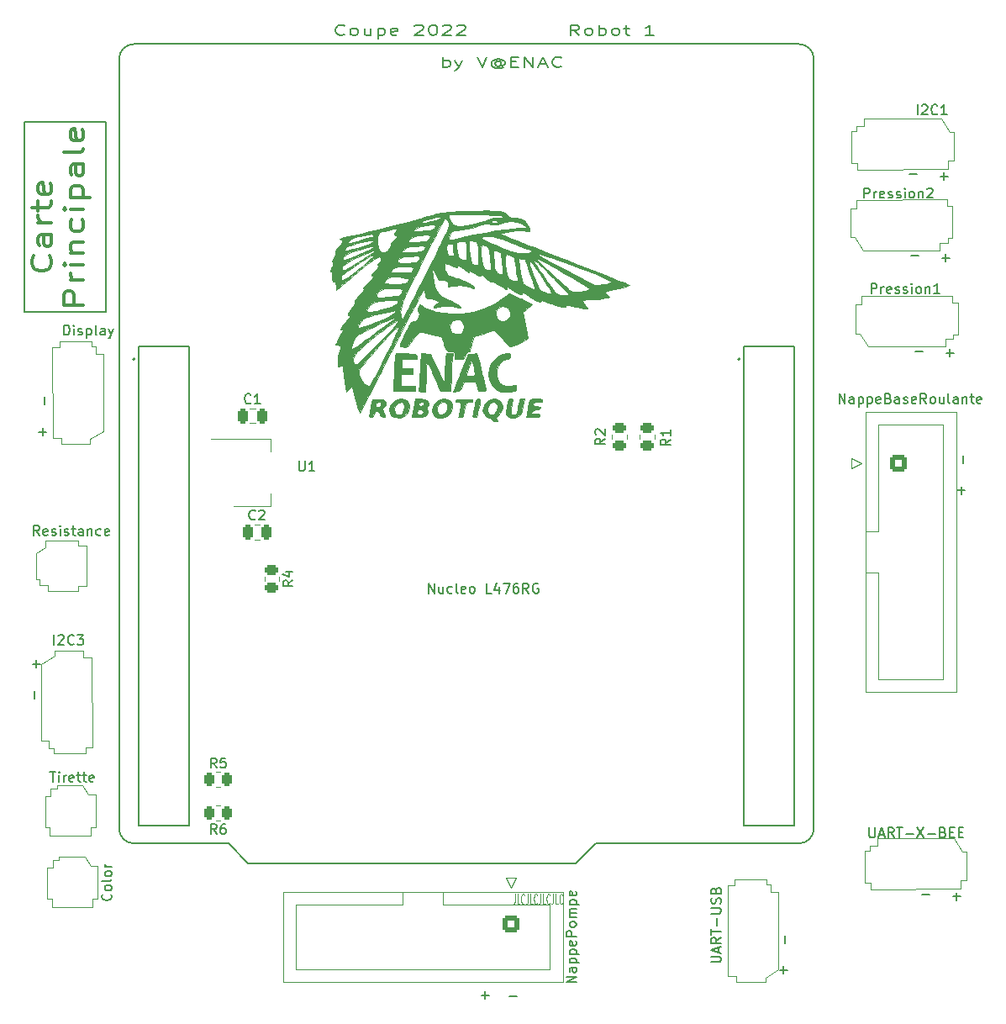
<source format=gbr>
G04 #@! TF.GenerationSoftware,KiCad,Pcbnew,(6.0.1)*
G04 #@! TF.CreationDate,2022-02-06T22:35:07+01:00*
G04 #@! TF.ProjectId,CartePrincipaleR1,43617274-6550-4726-996e-636970616c65,rev?*
G04 #@! TF.SameCoordinates,Original*
G04 #@! TF.FileFunction,Legend,Top*
G04 #@! TF.FilePolarity,Positive*
%FSLAX46Y46*%
G04 Gerber Fmt 4.6, Leading zero omitted, Abs format (unit mm)*
G04 Created by KiCad (PCBNEW (6.0.1)) date 2022-02-06 22:35:07*
%MOMM*%
%LPD*%
G01*
G04 APERTURE LIST*
G04 Aperture macros list*
%AMRoundRect*
0 Rectangle with rounded corners*
0 $1 Rounding radius*
0 $2 $3 $4 $5 $6 $7 $8 $9 X,Y pos of 4 corners*
0 Add a 4 corners polygon primitive as box body*
4,1,4,$2,$3,$4,$5,$6,$7,$8,$9,$2,$3,0*
0 Add four circle primitives for the rounded corners*
1,1,$1+$1,$2,$3*
1,1,$1+$1,$4,$5*
1,1,$1+$1,$6,$7*
1,1,$1+$1,$8,$9*
0 Add four rect primitives between the rounded corners*
20,1,$1+$1,$2,$3,$4,$5,0*
20,1,$1+$1,$4,$5,$6,$7,0*
20,1,$1+$1,$6,$7,$8,$9,0*
20,1,$1+$1,$8,$9,$2,$3,0*%
G04 Aperture macros list end*
%ADD10C,0.150000*%
%ADD11C,0.300000*%
%ADD12C,0.080000*%
%ADD13C,0.120000*%
%ADD14C,0.127000*%
%ADD15C,0.200000*%
%ADD16C,0.010000*%
%ADD17RoundRect,0.250000X0.450000X-0.262500X0.450000X0.262500X-0.450000X0.262500X-0.450000X-0.262500X0*%
%ADD18C,1.524000*%
%ADD19RoundRect,0.250000X-0.250000X-0.475000X0.250000X-0.475000X0.250000X0.475000X-0.250000X0.475000X0*%
%ADD20C,3.200000*%
%ADD21R,2.000000X1.500000*%
%ADD22R,2.000000X3.800000*%
%ADD23RoundRect,0.250000X0.262500X0.450000X-0.262500X0.450000X-0.262500X-0.450000X0.262500X-0.450000X0*%
%ADD24R,1.530000X1.530000*%
%ADD25C,1.530000*%
%ADD26RoundRect,0.250000X-0.450000X0.262500X-0.450000X-0.262500X0.450000X-0.262500X0.450000X0.262500X0*%
%ADD27RoundRect,0.250000X-0.600000X0.600000X-0.600000X-0.600000X0.600000X-0.600000X0.600000X0.600000X0*%
%ADD28C,1.700000*%
%ADD29RoundRect,0.250000X-0.600000X-0.600000X0.600000X-0.600000X0.600000X0.600000X-0.600000X0.600000X0*%
G04 APERTURE END LIST*
D10*
X57600000Y-45800000D02*
X65800000Y-45800000D01*
X65800000Y-45800000D02*
X65800000Y-64900000D01*
X57600000Y-64900000D02*
X57600000Y-46000000D01*
X65800000Y-64900000D02*
X57600000Y-64900000D01*
X57600000Y-46000000D02*
X57600000Y-45800000D01*
X59428571Y-76619047D02*
X59428571Y-77380952D01*
X59047619Y-77000000D02*
X59809523Y-77000000D01*
X59628571Y-73519047D02*
X59628571Y-74280952D01*
X147319047Y-68871428D02*
X148080952Y-68871428D01*
X58771428Y-100780952D02*
X58771428Y-100019047D01*
X59152380Y-100400000D02*
X58390476Y-100400000D01*
X89814285Y-36947142D02*
X89742857Y-36994761D01*
X89528571Y-37042380D01*
X89385714Y-37042380D01*
X89171428Y-36994761D01*
X89028571Y-36899523D01*
X88957142Y-36804285D01*
X88885714Y-36613809D01*
X88885714Y-36470952D01*
X88957142Y-36280476D01*
X89028571Y-36185238D01*
X89171428Y-36090000D01*
X89385714Y-36042380D01*
X89528571Y-36042380D01*
X89742857Y-36090000D01*
X89814285Y-36137619D01*
X90671428Y-37042380D02*
X90528571Y-36994761D01*
X90457142Y-36947142D01*
X90385714Y-36851904D01*
X90385714Y-36566190D01*
X90457142Y-36470952D01*
X90528571Y-36423333D01*
X90671428Y-36375714D01*
X90885714Y-36375714D01*
X91028571Y-36423333D01*
X91100000Y-36470952D01*
X91171428Y-36566190D01*
X91171428Y-36851904D01*
X91100000Y-36947142D01*
X91028571Y-36994761D01*
X90885714Y-37042380D01*
X90671428Y-37042380D01*
X92457142Y-36375714D02*
X92457142Y-37042380D01*
X91814285Y-36375714D02*
X91814285Y-36899523D01*
X91885714Y-36994761D01*
X92028571Y-37042380D01*
X92242857Y-37042380D01*
X92385714Y-36994761D01*
X92457142Y-36947142D01*
X93171428Y-36375714D02*
X93171428Y-37375714D01*
X93171428Y-36423333D02*
X93314285Y-36375714D01*
X93600000Y-36375714D01*
X93742857Y-36423333D01*
X93814285Y-36470952D01*
X93885714Y-36566190D01*
X93885714Y-36851904D01*
X93814285Y-36947142D01*
X93742857Y-36994761D01*
X93600000Y-37042380D01*
X93314285Y-37042380D01*
X93171428Y-36994761D01*
X95100000Y-36994761D02*
X94957142Y-37042380D01*
X94671428Y-37042380D01*
X94528571Y-36994761D01*
X94457142Y-36899523D01*
X94457142Y-36518571D01*
X94528571Y-36423333D01*
X94671428Y-36375714D01*
X94957142Y-36375714D01*
X95100000Y-36423333D01*
X95171428Y-36518571D01*
X95171428Y-36613809D01*
X94457142Y-36709047D01*
X96885714Y-36137619D02*
X96957142Y-36090000D01*
X97100000Y-36042380D01*
X97457142Y-36042380D01*
X97600000Y-36090000D01*
X97671428Y-36137619D01*
X97742857Y-36232857D01*
X97742857Y-36328095D01*
X97671428Y-36470952D01*
X96814285Y-37042380D01*
X97742857Y-37042380D01*
X98671428Y-36042380D02*
X98814285Y-36042380D01*
X98957142Y-36090000D01*
X99028571Y-36137619D01*
X99100000Y-36232857D01*
X99171428Y-36423333D01*
X99171428Y-36661428D01*
X99100000Y-36851904D01*
X99028571Y-36947142D01*
X98957142Y-36994761D01*
X98814285Y-37042380D01*
X98671428Y-37042380D01*
X98528571Y-36994761D01*
X98457142Y-36947142D01*
X98385714Y-36851904D01*
X98314285Y-36661428D01*
X98314285Y-36423333D01*
X98385714Y-36232857D01*
X98457142Y-36137619D01*
X98528571Y-36090000D01*
X98671428Y-36042380D01*
X99742857Y-36137619D02*
X99814285Y-36090000D01*
X99957142Y-36042380D01*
X100314285Y-36042380D01*
X100457142Y-36090000D01*
X100528571Y-36137619D01*
X100600000Y-36232857D01*
X100600000Y-36328095D01*
X100528571Y-36470952D01*
X99671428Y-37042380D01*
X100600000Y-37042380D01*
X101171428Y-36137619D02*
X101242857Y-36090000D01*
X101385714Y-36042380D01*
X101742857Y-36042380D01*
X101885714Y-36090000D01*
X101957142Y-36137619D01*
X102028571Y-36232857D01*
X102028571Y-36328095D01*
X101957142Y-36470952D01*
X101100000Y-37042380D01*
X102028571Y-37042380D01*
X113457142Y-37042380D02*
X112957142Y-36566190D01*
X112600000Y-37042380D02*
X112600000Y-36042380D01*
X113171428Y-36042380D01*
X113314285Y-36090000D01*
X113385714Y-36137619D01*
X113457142Y-36232857D01*
X113457142Y-36375714D01*
X113385714Y-36470952D01*
X113314285Y-36518571D01*
X113171428Y-36566190D01*
X112600000Y-36566190D01*
X114314285Y-37042380D02*
X114171428Y-36994761D01*
X114100000Y-36947142D01*
X114028571Y-36851904D01*
X114028571Y-36566190D01*
X114100000Y-36470952D01*
X114171428Y-36423333D01*
X114314285Y-36375714D01*
X114528571Y-36375714D01*
X114671428Y-36423333D01*
X114742857Y-36470952D01*
X114814285Y-36566190D01*
X114814285Y-36851904D01*
X114742857Y-36947142D01*
X114671428Y-36994761D01*
X114528571Y-37042380D01*
X114314285Y-37042380D01*
X115457142Y-37042380D02*
X115457142Y-36042380D01*
X115457142Y-36423333D02*
X115600000Y-36375714D01*
X115885714Y-36375714D01*
X116028571Y-36423333D01*
X116100000Y-36470952D01*
X116171428Y-36566190D01*
X116171428Y-36851904D01*
X116100000Y-36947142D01*
X116028571Y-36994761D01*
X115885714Y-37042380D01*
X115600000Y-37042380D01*
X115457142Y-36994761D01*
X117028571Y-37042380D02*
X116885714Y-36994761D01*
X116814285Y-36947142D01*
X116742857Y-36851904D01*
X116742857Y-36566190D01*
X116814285Y-36470952D01*
X116885714Y-36423333D01*
X117028571Y-36375714D01*
X117242857Y-36375714D01*
X117385714Y-36423333D01*
X117457142Y-36470952D01*
X117528571Y-36566190D01*
X117528571Y-36851904D01*
X117457142Y-36947142D01*
X117385714Y-36994761D01*
X117242857Y-37042380D01*
X117028571Y-37042380D01*
X117957142Y-36375714D02*
X118528571Y-36375714D01*
X118171428Y-36042380D02*
X118171428Y-36899523D01*
X118242857Y-36994761D01*
X118385714Y-37042380D01*
X118528571Y-37042380D01*
X120957142Y-37042380D02*
X120100000Y-37042380D01*
X120528571Y-37042380D02*
X120528571Y-36042380D01*
X120385714Y-36185238D01*
X120242857Y-36280476D01*
X120100000Y-36328095D01*
X99742857Y-40262380D02*
X99742857Y-39262380D01*
X99742857Y-39643333D02*
X99885714Y-39595714D01*
X100171428Y-39595714D01*
X100314285Y-39643333D01*
X100385714Y-39690952D01*
X100457142Y-39786190D01*
X100457142Y-40071904D01*
X100385714Y-40167142D01*
X100314285Y-40214761D01*
X100171428Y-40262380D01*
X99885714Y-40262380D01*
X99742857Y-40214761D01*
X100957142Y-39595714D02*
X101314285Y-40262380D01*
X101671428Y-39595714D02*
X101314285Y-40262380D01*
X101171428Y-40500476D01*
X101100000Y-40548095D01*
X100957142Y-40595714D01*
X103171428Y-39262380D02*
X103671428Y-40262380D01*
X104171428Y-39262380D01*
X105600000Y-39786190D02*
X105528571Y-39738571D01*
X105385714Y-39690952D01*
X105242857Y-39690952D01*
X105100000Y-39738571D01*
X105028571Y-39786190D01*
X104957142Y-39881428D01*
X104957142Y-39976666D01*
X105028571Y-40071904D01*
X105100000Y-40119523D01*
X105242857Y-40167142D01*
X105385714Y-40167142D01*
X105528571Y-40119523D01*
X105600000Y-40071904D01*
X105600000Y-39690952D02*
X105600000Y-40071904D01*
X105671428Y-40119523D01*
X105742857Y-40119523D01*
X105885714Y-40071904D01*
X105957142Y-39976666D01*
X105957142Y-39738571D01*
X105814285Y-39595714D01*
X105600000Y-39500476D01*
X105314285Y-39452857D01*
X105028571Y-39500476D01*
X104814285Y-39595714D01*
X104671428Y-39738571D01*
X104600000Y-39929047D01*
X104671428Y-40119523D01*
X104814285Y-40262380D01*
X105028571Y-40357619D01*
X105314285Y-40405238D01*
X105600000Y-40357619D01*
X105814285Y-40262380D01*
X106600000Y-39738571D02*
X107100000Y-39738571D01*
X107314285Y-40262380D02*
X106600000Y-40262380D01*
X106600000Y-39262380D01*
X107314285Y-39262380D01*
X107957142Y-40262380D02*
X107957142Y-39262380D01*
X108814285Y-40262380D01*
X108814285Y-39262380D01*
X109457142Y-39976666D02*
X110171428Y-39976666D01*
X109314285Y-40262380D02*
X109814285Y-39262380D01*
X110314285Y-40262380D01*
X111671428Y-40167142D02*
X111600000Y-40214761D01*
X111385714Y-40262380D01*
X111242857Y-40262380D01*
X111028571Y-40214761D01*
X110885714Y-40119523D01*
X110814285Y-40024285D01*
X110742857Y-39833809D01*
X110742857Y-39690952D01*
X110814285Y-39500476D01*
X110885714Y-39405238D01*
X111028571Y-39310000D01*
X111242857Y-39262380D01*
X111385714Y-39262380D01*
X111600000Y-39310000D01*
X111671428Y-39357619D01*
D11*
X60104285Y-59269047D02*
X60199523Y-59388095D01*
X60294761Y-59745238D01*
X60294761Y-59983333D01*
X60199523Y-60340476D01*
X60009047Y-60578571D01*
X59818571Y-60697619D01*
X59437619Y-60816666D01*
X59151904Y-60816666D01*
X58770952Y-60697619D01*
X58580476Y-60578571D01*
X58390000Y-60340476D01*
X58294761Y-59983333D01*
X58294761Y-59745238D01*
X58390000Y-59388095D01*
X58485238Y-59269047D01*
X60294761Y-57126190D02*
X59247142Y-57126190D01*
X59056666Y-57245238D01*
X58961428Y-57483333D01*
X58961428Y-57959523D01*
X59056666Y-58197619D01*
X60199523Y-57126190D02*
X60294761Y-57364285D01*
X60294761Y-57959523D01*
X60199523Y-58197619D01*
X60009047Y-58316666D01*
X59818571Y-58316666D01*
X59628095Y-58197619D01*
X59532857Y-57959523D01*
X59532857Y-57364285D01*
X59437619Y-57126190D01*
X60294761Y-55935714D02*
X58961428Y-55935714D01*
X59342380Y-55935714D02*
X59151904Y-55816666D01*
X59056666Y-55697619D01*
X58961428Y-55459523D01*
X58961428Y-55221428D01*
X58961428Y-54745238D02*
X58961428Y-53792857D01*
X58294761Y-54388095D02*
X60009047Y-54388095D01*
X60199523Y-54269047D01*
X60294761Y-54030952D01*
X60294761Y-53792857D01*
X60199523Y-52007142D02*
X60294761Y-52245238D01*
X60294761Y-52721428D01*
X60199523Y-52959523D01*
X60009047Y-53078571D01*
X59247142Y-53078571D01*
X59056666Y-52959523D01*
X58961428Y-52721428D01*
X58961428Y-52245238D01*
X59056666Y-52007142D01*
X59247142Y-51888095D01*
X59437619Y-51888095D01*
X59628095Y-53078571D01*
X63514761Y-64209523D02*
X61514761Y-64209523D01*
X61514761Y-63257142D01*
X61610000Y-63019047D01*
X61705238Y-62900000D01*
X61895714Y-62780952D01*
X62181428Y-62780952D01*
X62371904Y-62900000D01*
X62467142Y-63019047D01*
X62562380Y-63257142D01*
X62562380Y-64209523D01*
X63514761Y-61709523D02*
X62181428Y-61709523D01*
X62562380Y-61709523D02*
X62371904Y-61590476D01*
X62276666Y-61471428D01*
X62181428Y-61233333D01*
X62181428Y-60995238D01*
X63514761Y-60161904D02*
X62181428Y-60161904D01*
X61514761Y-60161904D02*
X61610000Y-60280952D01*
X61705238Y-60161904D01*
X61610000Y-60042857D01*
X61514761Y-60161904D01*
X61705238Y-60161904D01*
X62181428Y-58971428D02*
X63514761Y-58971428D01*
X62371904Y-58971428D02*
X62276666Y-58852380D01*
X62181428Y-58614285D01*
X62181428Y-58257142D01*
X62276666Y-58019047D01*
X62467142Y-57900000D01*
X63514761Y-57900000D01*
X63419523Y-55638095D02*
X63514761Y-55876190D01*
X63514761Y-56352380D01*
X63419523Y-56590476D01*
X63324285Y-56709523D01*
X63133809Y-56828571D01*
X62562380Y-56828571D01*
X62371904Y-56709523D01*
X62276666Y-56590476D01*
X62181428Y-56352380D01*
X62181428Y-55876190D01*
X62276666Y-55638095D01*
X63514761Y-54566666D02*
X62181428Y-54566666D01*
X61514761Y-54566666D02*
X61610000Y-54685714D01*
X61705238Y-54566666D01*
X61610000Y-54447619D01*
X61514761Y-54566666D01*
X61705238Y-54566666D01*
X62181428Y-53376190D02*
X64181428Y-53376190D01*
X62276666Y-53376190D02*
X62181428Y-53138095D01*
X62181428Y-52661904D01*
X62276666Y-52423809D01*
X62371904Y-52304761D01*
X62562380Y-52185714D01*
X63133809Y-52185714D01*
X63324285Y-52304761D01*
X63419523Y-52423809D01*
X63514761Y-52661904D01*
X63514761Y-53138095D01*
X63419523Y-53376190D01*
X63514761Y-50042857D02*
X62467142Y-50042857D01*
X62276666Y-50161904D01*
X62181428Y-50400000D01*
X62181428Y-50876190D01*
X62276666Y-51114285D01*
X63419523Y-50042857D02*
X63514761Y-50280952D01*
X63514761Y-50876190D01*
X63419523Y-51114285D01*
X63229047Y-51233333D01*
X63038571Y-51233333D01*
X62848095Y-51114285D01*
X62752857Y-50876190D01*
X62752857Y-50280952D01*
X62657619Y-50042857D01*
X63514761Y-48495238D02*
X63419523Y-48733333D01*
X63229047Y-48852380D01*
X61514761Y-48852380D01*
X63419523Y-46590476D02*
X63514761Y-46828571D01*
X63514761Y-47304761D01*
X63419523Y-47542857D01*
X63229047Y-47661904D01*
X62467142Y-47661904D01*
X62276666Y-47542857D01*
X62181428Y-47304761D01*
X62181428Y-46828571D01*
X62276666Y-46590476D01*
X62467142Y-46471428D01*
X62657619Y-46471428D01*
X62848095Y-47661904D01*
D10*
X107180952Y-133828571D02*
X106419047Y-133828571D01*
X149819047Y-51271428D02*
X150580952Y-51271428D01*
X150200000Y-51652380D02*
X150200000Y-50890476D01*
X150419047Y-69071428D02*
X151180952Y-69071428D01*
X150800000Y-69452380D02*
X150800000Y-68690476D01*
X152128571Y-79419047D02*
X152128571Y-80180952D01*
X58571428Y-103880952D02*
X58571428Y-103119047D01*
X146919047Y-59271428D02*
X147680952Y-59271428D01*
X151119047Y-123771428D02*
X151880952Y-123771428D01*
X151500000Y-124152380D02*
X151500000Y-123390476D01*
X134228571Y-127719047D02*
X134228571Y-128480952D01*
X148019047Y-123571428D02*
X148780952Y-123571428D01*
X104380952Y-133728571D02*
X103619047Y-133728571D01*
X104000000Y-133347619D02*
X104000000Y-134109523D01*
X151928571Y-82519047D02*
X151928571Y-83280952D01*
X151547619Y-82900000D02*
X152309523Y-82900000D01*
X150019047Y-59471428D02*
X150780952Y-59471428D01*
X150400000Y-59852380D02*
X150400000Y-59090476D01*
X146719047Y-51071428D02*
X147480952Y-51071428D01*
X134028571Y-130819047D02*
X134028571Y-131580952D01*
X133647619Y-131200000D02*
X134409523Y-131200000D01*
D12*
X106990476Y-123552380D02*
X106990476Y-124266666D01*
X106966666Y-124409523D01*
X106919047Y-124504761D01*
X106847619Y-124552380D01*
X106800000Y-124552380D01*
X107466666Y-124552380D02*
X107228571Y-124552380D01*
X107228571Y-123552380D01*
X107919047Y-124457142D02*
X107895238Y-124504761D01*
X107823809Y-124552380D01*
X107776190Y-124552380D01*
X107704761Y-124504761D01*
X107657142Y-124409523D01*
X107633333Y-124314285D01*
X107609523Y-124123809D01*
X107609523Y-123980952D01*
X107633333Y-123790476D01*
X107657142Y-123695238D01*
X107704761Y-123600000D01*
X107776190Y-123552380D01*
X107823809Y-123552380D01*
X107895238Y-123600000D01*
X107919047Y-123647619D01*
X108276190Y-123552380D02*
X108276190Y-124266666D01*
X108252380Y-124409523D01*
X108204761Y-124504761D01*
X108133333Y-124552380D01*
X108085714Y-124552380D01*
X108752380Y-124552380D02*
X108514285Y-124552380D01*
X108514285Y-123552380D01*
X109204761Y-124457142D02*
X109180952Y-124504761D01*
X109109523Y-124552380D01*
X109061904Y-124552380D01*
X108990476Y-124504761D01*
X108942857Y-124409523D01*
X108919047Y-124314285D01*
X108895238Y-124123809D01*
X108895238Y-123980952D01*
X108919047Y-123790476D01*
X108942857Y-123695238D01*
X108990476Y-123600000D01*
X109061904Y-123552380D01*
X109109523Y-123552380D01*
X109180952Y-123600000D01*
X109204761Y-123647619D01*
X109561904Y-123552380D02*
X109561904Y-124266666D01*
X109538095Y-124409523D01*
X109490476Y-124504761D01*
X109419047Y-124552380D01*
X109371428Y-124552380D01*
X110038095Y-124552380D02*
X109800000Y-124552380D01*
X109800000Y-123552380D01*
X110490476Y-124457142D02*
X110466666Y-124504761D01*
X110395238Y-124552380D01*
X110347619Y-124552380D01*
X110276190Y-124504761D01*
X110228571Y-124409523D01*
X110204761Y-124314285D01*
X110180952Y-124123809D01*
X110180952Y-123980952D01*
X110204761Y-123790476D01*
X110228571Y-123695238D01*
X110276190Y-123600000D01*
X110347619Y-123552380D01*
X110395238Y-123552380D01*
X110466666Y-123600000D01*
X110490476Y-123647619D01*
X110847619Y-123552380D02*
X110847619Y-124266666D01*
X110823809Y-124409523D01*
X110776190Y-124504761D01*
X110704761Y-124552380D01*
X110657142Y-124552380D01*
X111323809Y-124552380D02*
X111085714Y-124552380D01*
X111085714Y-123552380D01*
X111776190Y-124457142D02*
X111752380Y-124504761D01*
X111680952Y-124552380D01*
X111633333Y-124552380D01*
X111561904Y-124504761D01*
X111514285Y-124409523D01*
X111490476Y-124314285D01*
X111466666Y-124123809D01*
X111466666Y-123980952D01*
X111490476Y-123790476D01*
X111514285Y-123695238D01*
X111561904Y-123600000D01*
X111633333Y-123552380D01*
X111680952Y-123552380D01*
X111752380Y-123600000D01*
X111776190Y-123647619D01*
D10*
X122652380Y-77766666D02*
X122176190Y-78100000D01*
X122652380Y-78338095D02*
X121652380Y-78338095D01*
X121652380Y-77957142D01*
X121700000Y-77861904D01*
X121747619Y-77814285D01*
X121842857Y-77766666D01*
X121985714Y-77766666D01*
X122080952Y-77814285D01*
X122128571Y-77861904D01*
X122176190Y-77957142D01*
X122176190Y-78338095D01*
X122652380Y-76814285D02*
X122652380Y-77385714D01*
X122652380Y-77100000D02*
X121652380Y-77100000D01*
X121795238Y-77195238D01*
X121890476Y-77290476D01*
X121938095Y-77385714D01*
X142685714Y-116852380D02*
X142685714Y-117661904D01*
X142733333Y-117757142D01*
X142780952Y-117804761D01*
X142876190Y-117852380D01*
X143066666Y-117852380D01*
X143161904Y-117804761D01*
X143209523Y-117757142D01*
X143257142Y-117661904D01*
X143257142Y-116852380D01*
X143685714Y-117566666D02*
X144161904Y-117566666D01*
X143590476Y-117852380D02*
X143923809Y-116852380D01*
X144257142Y-117852380D01*
X145161904Y-117852380D02*
X144828571Y-117376190D01*
X144590476Y-117852380D02*
X144590476Y-116852380D01*
X144971428Y-116852380D01*
X145066666Y-116900000D01*
X145114285Y-116947619D01*
X145161904Y-117042857D01*
X145161904Y-117185714D01*
X145114285Y-117280952D01*
X145066666Y-117328571D01*
X144971428Y-117376190D01*
X144590476Y-117376190D01*
X145447619Y-116852380D02*
X146019047Y-116852380D01*
X145733333Y-117852380D02*
X145733333Y-116852380D01*
X146352380Y-117471428D02*
X147114285Y-117471428D01*
X147495238Y-116852380D02*
X148161904Y-117852380D01*
X148161904Y-116852380D02*
X147495238Y-117852380D01*
X148542857Y-117471428D02*
X149304761Y-117471428D01*
X150114285Y-117328571D02*
X150257142Y-117376190D01*
X150304761Y-117423809D01*
X150352380Y-117519047D01*
X150352380Y-117661904D01*
X150304761Y-117757142D01*
X150257142Y-117804761D01*
X150161904Y-117852380D01*
X149780952Y-117852380D01*
X149780952Y-116852380D01*
X150114285Y-116852380D01*
X150209523Y-116900000D01*
X150257142Y-116947619D01*
X150304761Y-117042857D01*
X150304761Y-117138095D01*
X150257142Y-117233333D01*
X150209523Y-117280952D01*
X150114285Y-117328571D01*
X149780952Y-117328571D01*
X150780952Y-117328571D02*
X151114285Y-117328571D01*
X151257142Y-117852380D02*
X150780952Y-117852380D01*
X150780952Y-116852380D01*
X151257142Y-116852380D01*
X151685714Y-117328571D02*
X152019047Y-117328571D01*
X152161904Y-117852380D02*
X151685714Y-117852380D01*
X151685714Y-116852380D01*
X152161904Y-116852380D01*
X80383333Y-74077142D02*
X80335714Y-74124761D01*
X80192857Y-74172380D01*
X80097619Y-74172380D01*
X79954761Y-74124761D01*
X79859523Y-74029523D01*
X79811904Y-73934285D01*
X79764285Y-73743809D01*
X79764285Y-73600952D01*
X79811904Y-73410476D01*
X79859523Y-73315238D01*
X79954761Y-73220000D01*
X80097619Y-73172380D01*
X80192857Y-73172380D01*
X80335714Y-73220000D01*
X80383333Y-73267619D01*
X81335714Y-74172380D02*
X80764285Y-74172380D01*
X81050000Y-74172380D02*
X81050000Y-73172380D01*
X80954761Y-73315238D01*
X80859523Y-73410476D01*
X80764285Y-73458095D01*
X142171428Y-53452380D02*
X142171428Y-52452380D01*
X142552380Y-52452380D01*
X142647619Y-52500000D01*
X142695238Y-52547619D01*
X142742857Y-52642857D01*
X142742857Y-52785714D01*
X142695238Y-52880952D01*
X142647619Y-52928571D01*
X142552380Y-52976190D01*
X142171428Y-52976190D01*
X143171428Y-53452380D02*
X143171428Y-52785714D01*
X143171428Y-52976190D02*
X143219047Y-52880952D01*
X143266666Y-52833333D01*
X143361904Y-52785714D01*
X143457142Y-52785714D01*
X144171428Y-53404761D02*
X144076190Y-53452380D01*
X143885714Y-53452380D01*
X143790476Y-53404761D01*
X143742857Y-53309523D01*
X143742857Y-52928571D01*
X143790476Y-52833333D01*
X143885714Y-52785714D01*
X144076190Y-52785714D01*
X144171428Y-52833333D01*
X144219047Y-52928571D01*
X144219047Y-53023809D01*
X143742857Y-53119047D01*
X144600000Y-53404761D02*
X144695238Y-53452380D01*
X144885714Y-53452380D01*
X144980952Y-53404761D01*
X145028571Y-53309523D01*
X145028571Y-53261904D01*
X144980952Y-53166666D01*
X144885714Y-53119047D01*
X144742857Y-53119047D01*
X144647619Y-53071428D01*
X144600000Y-52976190D01*
X144600000Y-52928571D01*
X144647619Y-52833333D01*
X144742857Y-52785714D01*
X144885714Y-52785714D01*
X144980952Y-52833333D01*
X145409523Y-53404761D02*
X145504761Y-53452380D01*
X145695238Y-53452380D01*
X145790476Y-53404761D01*
X145838095Y-53309523D01*
X145838095Y-53261904D01*
X145790476Y-53166666D01*
X145695238Y-53119047D01*
X145552380Y-53119047D01*
X145457142Y-53071428D01*
X145409523Y-52976190D01*
X145409523Y-52928571D01*
X145457142Y-52833333D01*
X145552380Y-52785714D01*
X145695238Y-52785714D01*
X145790476Y-52833333D01*
X146266666Y-53452380D02*
X146266666Y-52785714D01*
X146266666Y-52452380D02*
X146219047Y-52500000D01*
X146266666Y-52547619D01*
X146314285Y-52500000D01*
X146266666Y-52452380D01*
X146266666Y-52547619D01*
X146885714Y-53452380D02*
X146790476Y-53404761D01*
X146742857Y-53357142D01*
X146695238Y-53261904D01*
X146695238Y-52976190D01*
X146742857Y-52880952D01*
X146790476Y-52833333D01*
X146885714Y-52785714D01*
X147028571Y-52785714D01*
X147123809Y-52833333D01*
X147171428Y-52880952D01*
X147219047Y-52976190D01*
X147219047Y-53261904D01*
X147171428Y-53357142D01*
X147123809Y-53404761D01*
X147028571Y-53452380D01*
X146885714Y-53452380D01*
X147647619Y-52785714D02*
X147647619Y-53452380D01*
X147647619Y-52880952D02*
X147695238Y-52833333D01*
X147790476Y-52785714D01*
X147933333Y-52785714D01*
X148028571Y-52833333D01*
X148076190Y-52928571D01*
X148076190Y-53452380D01*
X148504761Y-52547619D02*
X148552380Y-52500000D01*
X148647619Y-52452380D01*
X148885714Y-52452380D01*
X148980952Y-52500000D01*
X149028571Y-52547619D01*
X149076190Y-52642857D01*
X149076190Y-52738095D01*
X149028571Y-52880952D01*
X148457142Y-53452380D01*
X149076190Y-53452380D01*
X147547619Y-45052380D02*
X147547619Y-44052380D01*
X147976190Y-44147619D02*
X148023809Y-44100000D01*
X148119047Y-44052380D01*
X148357142Y-44052380D01*
X148452380Y-44100000D01*
X148500000Y-44147619D01*
X148547619Y-44242857D01*
X148547619Y-44338095D01*
X148500000Y-44480952D01*
X147928571Y-45052380D01*
X148547619Y-45052380D01*
X149547619Y-44957142D02*
X149500000Y-45004761D01*
X149357142Y-45052380D01*
X149261904Y-45052380D01*
X149119047Y-45004761D01*
X149023809Y-44909523D01*
X148976190Y-44814285D01*
X148928571Y-44623809D01*
X148928571Y-44480952D01*
X148976190Y-44290476D01*
X149023809Y-44195238D01*
X149119047Y-44100000D01*
X149261904Y-44052380D01*
X149357142Y-44052380D01*
X149500000Y-44100000D01*
X149547619Y-44147619D01*
X150500000Y-45052380D02*
X149928571Y-45052380D01*
X150214285Y-45052380D02*
X150214285Y-44052380D01*
X150119047Y-44195238D01*
X150023809Y-44290476D01*
X149928571Y-44338095D01*
X85238095Y-79952380D02*
X85238095Y-80761904D01*
X85285714Y-80857142D01*
X85333333Y-80904761D01*
X85428571Y-80952380D01*
X85619047Y-80952380D01*
X85714285Y-80904761D01*
X85761904Y-80857142D01*
X85809523Y-80761904D01*
X85809523Y-79952380D01*
X86809523Y-80952380D02*
X86238095Y-80952380D01*
X86523809Y-80952380D02*
X86523809Y-79952380D01*
X86428571Y-80095238D01*
X86333333Y-80190476D01*
X86238095Y-80238095D01*
X61547619Y-67252380D02*
X61547619Y-66252380D01*
X61785714Y-66252380D01*
X61928571Y-66300000D01*
X62023809Y-66395238D01*
X62071428Y-66490476D01*
X62119047Y-66680952D01*
X62119047Y-66823809D01*
X62071428Y-67014285D01*
X62023809Y-67109523D01*
X61928571Y-67204761D01*
X61785714Y-67252380D01*
X61547619Y-67252380D01*
X62547619Y-67252380D02*
X62547619Y-66585714D01*
X62547619Y-66252380D02*
X62500000Y-66300000D01*
X62547619Y-66347619D01*
X62595238Y-66300000D01*
X62547619Y-66252380D01*
X62547619Y-66347619D01*
X62976190Y-67204761D02*
X63071428Y-67252380D01*
X63261904Y-67252380D01*
X63357142Y-67204761D01*
X63404761Y-67109523D01*
X63404761Y-67061904D01*
X63357142Y-66966666D01*
X63261904Y-66919047D01*
X63119047Y-66919047D01*
X63023809Y-66871428D01*
X62976190Y-66776190D01*
X62976190Y-66728571D01*
X63023809Y-66633333D01*
X63119047Y-66585714D01*
X63261904Y-66585714D01*
X63357142Y-66633333D01*
X63833333Y-66585714D02*
X63833333Y-67585714D01*
X63833333Y-66633333D02*
X63928571Y-66585714D01*
X64119047Y-66585714D01*
X64214285Y-66633333D01*
X64261904Y-66680952D01*
X64309523Y-66776190D01*
X64309523Y-67061904D01*
X64261904Y-67157142D01*
X64214285Y-67204761D01*
X64119047Y-67252380D01*
X63928571Y-67252380D01*
X63833333Y-67204761D01*
X64880952Y-67252380D02*
X64785714Y-67204761D01*
X64738095Y-67109523D01*
X64738095Y-66252380D01*
X65690476Y-67252380D02*
X65690476Y-66728571D01*
X65642857Y-66633333D01*
X65547619Y-66585714D01*
X65357142Y-66585714D01*
X65261904Y-66633333D01*
X65690476Y-67204761D02*
X65595238Y-67252380D01*
X65357142Y-67252380D01*
X65261904Y-67204761D01*
X65214285Y-67109523D01*
X65214285Y-67014285D01*
X65261904Y-66919047D01*
X65357142Y-66871428D01*
X65595238Y-66871428D01*
X65690476Y-66823809D01*
X66071428Y-66585714D02*
X66309523Y-67252380D01*
X66547619Y-66585714D02*
X66309523Y-67252380D01*
X66214285Y-67490476D01*
X66166666Y-67538095D01*
X66071428Y-67585714D01*
X142871428Y-63052380D02*
X142871428Y-62052380D01*
X143252380Y-62052380D01*
X143347619Y-62100000D01*
X143395238Y-62147619D01*
X143442857Y-62242857D01*
X143442857Y-62385714D01*
X143395238Y-62480952D01*
X143347619Y-62528571D01*
X143252380Y-62576190D01*
X142871428Y-62576190D01*
X143871428Y-63052380D02*
X143871428Y-62385714D01*
X143871428Y-62576190D02*
X143919047Y-62480952D01*
X143966666Y-62433333D01*
X144061904Y-62385714D01*
X144157142Y-62385714D01*
X144871428Y-63004761D02*
X144776190Y-63052380D01*
X144585714Y-63052380D01*
X144490476Y-63004761D01*
X144442857Y-62909523D01*
X144442857Y-62528571D01*
X144490476Y-62433333D01*
X144585714Y-62385714D01*
X144776190Y-62385714D01*
X144871428Y-62433333D01*
X144919047Y-62528571D01*
X144919047Y-62623809D01*
X144442857Y-62719047D01*
X145300000Y-63004761D02*
X145395238Y-63052380D01*
X145585714Y-63052380D01*
X145680952Y-63004761D01*
X145728571Y-62909523D01*
X145728571Y-62861904D01*
X145680952Y-62766666D01*
X145585714Y-62719047D01*
X145442857Y-62719047D01*
X145347619Y-62671428D01*
X145300000Y-62576190D01*
X145300000Y-62528571D01*
X145347619Y-62433333D01*
X145442857Y-62385714D01*
X145585714Y-62385714D01*
X145680952Y-62433333D01*
X146109523Y-63004761D02*
X146204761Y-63052380D01*
X146395238Y-63052380D01*
X146490476Y-63004761D01*
X146538095Y-62909523D01*
X146538095Y-62861904D01*
X146490476Y-62766666D01*
X146395238Y-62719047D01*
X146252380Y-62719047D01*
X146157142Y-62671428D01*
X146109523Y-62576190D01*
X146109523Y-62528571D01*
X146157142Y-62433333D01*
X146252380Y-62385714D01*
X146395238Y-62385714D01*
X146490476Y-62433333D01*
X146966666Y-63052380D02*
X146966666Y-62385714D01*
X146966666Y-62052380D02*
X146919047Y-62100000D01*
X146966666Y-62147619D01*
X147014285Y-62100000D01*
X146966666Y-62052380D01*
X146966666Y-62147619D01*
X147585714Y-63052380D02*
X147490476Y-63004761D01*
X147442857Y-62957142D01*
X147395238Y-62861904D01*
X147395238Y-62576190D01*
X147442857Y-62480952D01*
X147490476Y-62433333D01*
X147585714Y-62385714D01*
X147728571Y-62385714D01*
X147823809Y-62433333D01*
X147871428Y-62480952D01*
X147919047Y-62576190D01*
X147919047Y-62861904D01*
X147871428Y-62957142D01*
X147823809Y-63004761D01*
X147728571Y-63052380D01*
X147585714Y-63052380D01*
X148347619Y-62385714D02*
X148347619Y-63052380D01*
X148347619Y-62480952D02*
X148395238Y-62433333D01*
X148490476Y-62385714D01*
X148633333Y-62385714D01*
X148728571Y-62433333D01*
X148776190Y-62528571D01*
X148776190Y-63052380D01*
X149776190Y-63052380D02*
X149204761Y-63052380D01*
X149490476Y-63052380D02*
X149490476Y-62052380D01*
X149395238Y-62195238D01*
X149300000Y-62290476D01*
X149204761Y-62338095D01*
X80833333Y-85777142D02*
X80785714Y-85824761D01*
X80642857Y-85872380D01*
X80547619Y-85872380D01*
X80404761Y-85824761D01*
X80309523Y-85729523D01*
X80261904Y-85634285D01*
X80214285Y-85443809D01*
X80214285Y-85300952D01*
X80261904Y-85110476D01*
X80309523Y-85015238D01*
X80404761Y-84920000D01*
X80547619Y-84872380D01*
X80642857Y-84872380D01*
X80785714Y-84920000D01*
X80833333Y-84967619D01*
X81214285Y-84967619D02*
X81261904Y-84920000D01*
X81357142Y-84872380D01*
X81595238Y-84872380D01*
X81690476Y-84920000D01*
X81738095Y-84967619D01*
X81785714Y-85062857D01*
X81785714Y-85158095D01*
X81738095Y-85300952D01*
X81166666Y-85872380D01*
X81785714Y-85872380D01*
X76933333Y-117502380D02*
X76600000Y-117026190D01*
X76361904Y-117502380D02*
X76361904Y-116502380D01*
X76742857Y-116502380D01*
X76838095Y-116550000D01*
X76885714Y-116597619D01*
X76933333Y-116692857D01*
X76933333Y-116835714D01*
X76885714Y-116930952D01*
X76838095Y-116978571D01*
X76742857Y-117026190D01*
X76361904Y-117026190D01*
X77790476Y-116502380D02*
X77600000Y-116502380D01*
X77504761Y-116550000D01*
X77457142Y-116597619D01*
X77361904Y-116740476D01*
X77314285Y-116930952D01*
X77314285Y-117311904D01*
X77361904Y-117407142D01*
X77409523Y-117454761D01*
X77504761Y-117502380D01*
X77695238Y-117502380D01*
X77790476Y-117454761D01*
X77838095Y-117407142D01*
X77885714Y-117311904D01*
X77885714Y-117073809D01*
X77838095Y-116978571D01*
X77790476Y-116930952D01*
X77695238Y-116883333D01*
X77504761Y-116883333D01*
X77409523Y-116930952D01*
X77361904Y-116978571D01*
X77314285Y-117073809D01*
X98276190Y-93252380D02*
X98276190Y-92252380D01*
X98847619Y-93252380D01*
X98847619Y-92252380D01*
X99752380Y-92585714D02*
X99752380Y-93252380D01*
X99323809Y-92585714D02*
X99323809Y-93109523D01*
X99371428Y-93204761D01*
X99466666Y-93252380D01*
X99609523Y-93252380D01*
X99704761Y-93204761D01*
X99752380Y-93157142D01*
X100657142Y-93204761D02*
X100561904Y-93252380D01*
X100371428Y-93252380D01*
X100276190Y-93204761D01*
X100228571Y-93157142D01*
X100180952Y-93061904D01*
X100180952Y-92776190D01*
X100228571Y-92680952D01*
X100276190Y-92633333D01*
X100371428Y-92585714D01*
X100561904Y-92585714D01*
X100657142Y-92633333D01*
X101228571Y-93252380D02*
X101133333Y-93204761D01*
X101085714Y-93109523D01*
X101085714Y-92252380D01*
X101990476Y-93204761D02*
X101895238Y-93252380D01*
X101704761Y-93252380D01*
X101609523Y-93204761D01*
X101561904Y-93109523D01*
X101561904Y-92728571D01*
X101609523Y-92633333D01*
X101704761Y-92585714D01*
X101895238Y-92585714D01*
X101990476Y-92633333D01*
X102038095Y-92728571D01*
X102038095Y-92823809D01*
X101561904Y-92919047D01*
X102609523Y-93252380D02*
X102514285Y-93204761D01*
X102466666Y-93157142D01*
X102419047Y-93061904D01*
X102419047Y-92776190D01*
X102466666Y-92680952D01*
X102514285Y-92633333D01*
X102609523Y-92585714D01*
X102752380Y-92585714D01*
X102847619Y-92633333D01*
X102895238Y-92680952D01*
X102942857Y-92776190D01*
X102942857Y-93061904D01*
X102895238Y-93157142D01*
X102847619Y-93204761D01*
X102752380Y-93252380D01*
X102609523Y-93252380D01*
X104609523Y-93252380D02*
X104133333Y-93252380D01*
X104133333Y-92252380D01*
X105371428Y-92585714D02*
X105371428Y-93252380D01*
X105133333Y-92204761D02*
X104895238Y-92919047D01*
X105514285Y-92919047D01*
X105800000Y-92252380D02*
X106466666Y-92252380D01*
X106038095Y-93252380D01*
X107276190Y-92252380D02*
X107085714Y-92252380D01*
X106990476Y-92300000D01*
X106942857Y-92347619D01*
X106847619Y-92490476D01*
X106800000Y-92680952D01*
X106800000Y-93061904D01*
X106847619Y-93157142D01*
X106895238Y-93204761D01*
X106990476Y-93252380D01*
X107180952Y-93252380D01*
X107276190Y-93204761D01*
X107323809Y-93157142D01*
X107371428Y-93061904D01*
X107371428Y-92823809D01*
X107323809Y-92728571D01*
X107276190Y-92680952D01*
X107180952Y-92633333D01*
X106990476Y-92633333D01*
X106895238Y-92680952D01*
X106847619Y-92728571D01*
X106800000Y-92823809D01*
X108371428Y-93252380D02*
X108038095Y-92776190D01*
X107800000Y-93252380D02*
X107800000Y-92252380D01*
X108180952Y-92252380D01*
X108276190Y-92300000D01*
X108323809Y-92347619D01*
X108371428Y-92442857D01*
X108371428Y-92585714D01*
X108323809Y-92680952D01*
X108276190Y-92728571D01*
X108180952Y-92776190D01*
X107800000Y-92776190D01*
X109323809Y-92300000D02*
X109228571Y-92252380D01*
X109085714Y-92252380D01*
X108942857Y-92300000D01*
X108847619Y-92395238D01*
X108800000Y-92490476D01*
X108752380Y-92680952D01*
X108752380Y-92823809D01*
X108800000Y-93014285D01*
X108847619Y-93109523D01*
X108942857Y-93204761D01*
X109085714Y-93252380D01*
X109180952Y-93252380D01*
X109323809Y-93204761D01*
X109371428Y-93157142D01*
X109371428Y-92823809D01*
X109180952Y-92823809D01*
X59085714Y-87452380D02*
X58752380Y-86976190D01*
X58514285Y-87452380D02*
X58514285Y-86452380D01*
X58895238Y-86452380D01*
X58990476Y-86500000D01*
X59038095Y-86547619D01*
X59085714Y-86642857D01*
X59085714Y-86785714D01*
X59038095Y-86880952D01*
X58990476Y-86928571D01*
X58895238Y-86976190D01*
X58514285Y-86976190D01*
X59895238Y-87404761D02*
X59800000Y-87452380D01*
X59609523Y-87452380D01*
X59514285Y-87404761D01*
X59466666Y-87309523D01*
X59466666Y-86928571D01*
X59514285Y-86833333D01*
X59609523Y-86785714D01*
X59800000Y-86785714D01*
X59895238Y-86833333D01*
X59942857Y-86928571D01*
X59942857Y-87023809D01*
X59466666Y-87119047D01*
X60323809Y-87404761D02*
X60419047Y-87452380D01*
X60609523Y-87452380D01*
X60704761Y-87404761D01*
X60752380Y-87309523D01*
X60752380Y-87261904D01*
X60704761Y-87166666D01*
X60609523Y-87119047D01*
X60466666Y-87119047D01*
X60371428Y-87071428D01*
X60323809Y-86976190D01*
X60323809Y-86928571D01*
X60371428Y-86833333D01*
X60466666Y-86785714D01*
X60609523Y-86785714D01*
X60704761Y-86833333D01*
X61180952Y-87452380D02*
X61180952Y-86785714D01*
X61180952Y-86452380D02*
X61133333Y-86500000D01*
X61180952Y-86547619D01*
X61228571Y-86500000D01*
X61180952Y-86452380D01*
X61180952Y-86547619D01*
X61609523Y-87404761D02*
X61704761Y-87452380D01*
X61895238Y-87452380D01*
X61990476Y-87404761D01*
X62038095Y-87309523D01*
X62038095Y-87261904D01*
X61990476Y-87166666D01*
X61895238Y-87119047D01*
X61752380Y-87119047D01*
X61657142Y-87071428D01*
X61609523Y-86976190D01*
X61609523Y-86928571D01*
X61657142Y-86833333D01*
X61752380Y-86785714D01*
X61895238Y-86785714D01*
X61990476Y-86833333D01*
X62323809Y-86785714D02*
X62704761Y-86785714D01*
X62466666Y-86452380D02*
X62466666Y-87309523D01*
X62514285Y-87404761D01*
X62609523Y-87452380D01*
X62704761Y-87452380D01*
X63466666Y-87452380D02*
X63466666Y-86928571D01*
X63419047Y-86833333D01*
X63323809Y-86785714D01*
X63133333Y-86785714D01*
X63038095Y-86833333D01*
X63466666Y-87404761D02*
X63371428Y-87452380D01*
X63133333Y-87452380D01*
X63038095Y-87404761D01*
X62990476Y-87309523D01*
X62990476Y-87214285D01*
X63038095Y-87119047D01*
X63133333Y-87071428D01*
X63371428Y-87071428D01*
X63466666Y-87023809D01*
X63942857Y-86785714D02*
X63942857Y-87452380D01*
X63942857Y-86880952D02*
X63990476Y-86833333D01*
X64085714Y-86785714D01*
X64228571Y-86785714D01*
X64323809Y-86833333D01*
X64371428Y-86928571D01*
X64371428Y-87452380D01*
X65276190Y-87404761D02*
X65180952Y-87452380D01*
X64990476Y-87452380D01*
X64895238Y-87404761D01*
X64847619Y-87357142D01*
X64800000Y-87261904D01*
X64800000Y-86976190D01*
X64847619Y-86880952D01*
X64895238Y-86833333D01*
X64990476Y-86785714D01*
X65180952Y-86785714D01*
X65276190Y-86833333D01*
X66085714Y-87404761D02*
X65990476Y-87452380D01*
X65800000Y-87452380D01*
X65704761Y-87404761D01*
X65657142Y-87309523D01*
X65657142Y-86928571D01*
X65704761Y-86833333D01*
X65800000Y-86785714D01*
X65990476Y-86785714D01*
X66085714Y-86833333D01*
X66133333Y-86928571D01*
X66133333Y-87023809D01*
X65657142Y-87119047D01*
X126752380Y-130414285D02*
X127561904Y-130414285D01*
X127657142Y-130366666D01*
X127704761Y-130319047D01*
X127752380Y-130223809D01*
X127752380Y-130033333D01*
X127704761Y-129938095D01*
X127657142Y-129890476D01*
X127561904Y-129842857D01*
X126752380Y-129842857D01*
X127466666Y-129414285D02*
X127466666Y-128938095D01*
X127752380Y-129509523D02*
X126752380Y-129176190D01*
X127752380Y-128842857D01*
X127752380Y-127938095D02*
X127276190Y-128271428D01*
X127752380Y-128509523D02*
X126752380Y-128509523D01*
X126752380Y-128128571D01*
X126800000Y-128033333D01*
X126847619Y-127985714D01*
X126942857Y-127938095D01*
X127085714Y-127938095D01*
X127180952Y-127985714D01*
X127228571Y-128033333D01*
X127276190Y-128128571D01*
X127276190Y-128509523D01*
X126752380Y-127652380D02*
X126752380Y-127080952D01*
X127752380Y-127366666D02*
X126752380Y-127366666D01*
X127371428Y-126747619D02*
X127371428Y-125985714D01*
X126752380Y-125509523D02*
X127561904Y-125509523D01*
X127657142Y-125461904D01*
X127704761Y-125414285D01*
X127752380Y-125319047D01*
X127752380Y-125128571D01*
X127704761Y-125033333D01*
X127657142Y-124985714D01*
X127561904Y-124938095D01*
X126752380Y-124938095D01*
X127704761Y-124509523D02*
X127752380Y-124366666D01*
X127752380Y-124128571D01*
X127704761Y-124033333D01*
X127657142Y-123985714D01*
X127561904Y-123938095D01*
X127466666Y-123938095D01*
X127371428Y-123985714D01*
X127323809Y-124033333D01*
X127276190Y-124128571D01*
X127228571Y-124319047D01*
X127180952Y-124414285D01*
X127133333Y-124461904D01*
X127038095Y-124509523D01*
X126942857Y-124509523D01*
X126847619Y-124461904D01*
X126800000Y-124414285D01*
X126752380Y-124319047D01*
X126752380Y-124080952D01*
X126800000Y-123938095D01*
X127228571Y-123176190D02*
X127276190Y-123033333D01*
X127323809Y-122985714D01*
X127419047Y-122938095D01*
X127561904Y-122938095D01*
X127657142Y-122985714D01*
X127704761Y-123033333D01*
X127752380Y-123128571D01*
X127752380Y-123509523D01*
X126752380Y-123509523D01*
X126752380Y-123176190D01*
X126800000Y-123080952D01*
X126847619Y-123033333D01*
X126942857Y-122985714D01*
X127038095Y-122985714D01*
X127133333Y-123033333D01*
X127180952Y-123080952D01*
X127228571Y-123176190D01*
X127228571Y-123509523D01*
X60138095Y-111252380D02*
X60709523Y-111252380D01*
X60423809Y-112252380D02*
X60423809Y-111252380D01*
X61042857Y-112252380D02*
X61042857Y-111585714D01*
X61042857Y-111252380D02*
X60995238Y-111300000D01*
X61042857Y-111347619D01*
X61090476Y-111300000D01*
X61042857Y-111252380D01*
X61042857Y-111347619D01*
X61519047Y-112252380D02*
X61519047Y-111585714D01*
X61519047Y-111776190D02*
X61566666Y-111680952D01*
X61614285Y-111633333D01*
X61709523Y-111585714D01*
X61804761Y-111585714D01*
X62519047Y-112204761D02*
X62423809Y-112252380D01*
X62233333Y-112252380D01*
X62138095Y-112204761D01*
X62090476Y-112109523D01*
X62090476Y-111728571D01*
X62138095Y-111633333D01*
X62233333Y-111585714D01*
X62423809Y-111585714D01*
X62519047Y-111633333D01*
X62566666Y-111728571D01*
X62566666Y-111823809D01*
X62090476Y-111919047D01*
X62852380Y-111585714D02*
X63233333Y-111585714D01*
X62995238Y-111252380D02*
X62995238Y-112109523D01*
X63042857Y-112204761D01*
X63138095Y-112252380D01*
X63233333Y-112252380D01*
X63423809Y-111585714D02*
X63804761Y-111585714D01*
X63566666Y-111252380D02*
X63566666Y-112109523D01*
X63614285Y-112204761D01*
X63709523Y-112252380D01*
X63804761Y-112252380D01*
X64519047Y-112204761D02*
X64423809Y-112252380D01*
X64233333Y-112252380D01*
X64138095Y-112204761D01*
X64090476Y-112109523D01*
X64090476Y-111728571D01*
X64138095Y-111633333D01*
X64233333Y-111585714D01*
X64423809Y-111585714D01*
X64519047Y-111633333D01*
X64566666Y-111728571D01*
X64566666Y-111823809D01*
X64090476Y-111919047D01*
X84602380Y-91966666D02*
X84126190Y-92300000D01*
X84602380Y-92538095D02*
X83602380Y-92538095D01*
X83602380Y-92157142D01*
X83650000Y-92061904D01*
X83697619Y-92014285D01*
X83792857Y-91966666D01*
X83935714Y-91966666D01*
X84030952Y-92014285D01*
X84078571Y-92061904D01*
X84126190Y-92157142D01*
X84126190Y-92538095D01*
X83935714Y-91109523D02*
X84602380Y-91109523D01*
X83554761Y-91347619D02*
X84269047Y-91585714D01*
X84269047Y-90966666D01*
X113152380Y-132441428D02*
X112152380Y-132441428D01*
X113152380Y-131870000D01*
X112152380Y-131870000D01*
X113152380Y-130965238D02*
X112628571Y-130965238D01*
X112533333Y-131012857D01*
X112485714Y-131108095D01*
X112485714Y-131298571D01*
X112533333Y-131393809D01*
X113104761Y-130965238D02*
X113152380Y-131060476D01*
X113152380Y-131298571D01*
X113104761Y-131393809D01*
X113009523Y-131441428D01*
X112914285Y-131441428D01*
X112819047Y-131393809D01*
X112771428Y-131298571D01*
X112771428Y-131060476D01*
X112723809Y-130965238D01*
X112485714Y-130489047D02*
X113485714Y-130489047D01*
X112533333Y-130489047D02*
X112485714Y-130393809D01*
X112485714Y-130203333D01*
X112533333Y-130108095D01*
X112580952Y-130060476D01*
X112676190Y-130012857D01*
X112961904Y-130012857D01*
X113057142Y-130060476D01*
X113104761Y-130108095D01*
X113152380Y-130203333D01*
X113152380Y-130393809D01*
X113104761Y-130489047D01*
X112485714Y-129584285D02*
X113485714Y-129584285D01*
X112533333Y-129584285D02*
X112485714Y-129489047D01*
X112485714Y-129298571D01*
X112533333Y-129203333D01*
X112580952Y-129155714D01*
X112676190Y-129108095D01*
X112961904Y-129108095D01*
X113057142Y-129155714D01*
X113104761Y-129203333D01*
X113152380Y-129298571D01*
X113152380Y-129489047D01*
X113104761Y-129584285D01*
X113104761Y-128298571D02*
X113152380Y-128393809D01*
X113152380Y-128584285D01*
X113104761Y-128679523D01*
X113009523Y-128727142D01*
X112628571Y-128727142D01*
X112533333Y-128679523D01*
X112485714Y-128584285D01*
X112485714Y-128393809D01*
X112533333Y-128298571D01*
X112628571Y-128250952D01*
X112723809Y-128250952D01*
X112819047Y-128727142D01*
X113152380Y-127822380D02*
X112152380Y-127822380D01*
X112152380Y-127441428D01*
X112200000Y-127346190D01*
X112247619Y-127298571D01*
X112342857Y-127250952D01*
X112485714Y-127250952D01*
X112580952Y-127298571D01*
X112628571Y-127346190D01*
X112676190Y-127441428D01*
X112676190Y-127822380D01*
X113152380Y-126679523D02*
X113104761Y-126774761D01*
X113057142Y-126822380D01*
X112961904Y-126870000D01*
X112676190Y-126870000D01*
X112580952Y-126822380D01*
X112533333Y-126774761D01*
X112485714Y-126679523D01*
X112485714Y-126536666D01*
X112533333Y-126441428D01*
X112580952Y-126393809D01*
X112676190Y-126346190D01*
X112961904Y-126346190D01*
X113057142Y-126393809D01*
X113104761Y-126441428D01*
X113152380Y-126536666D01*
X113152380Y-126679523D01*
X113152380Y-125917619D02*
X112485714Y-125917619D01*
X112580952Y-125917619D02*
X112533333Y-125870000D01*
X112485714Y-125774761D01*
X112485714Y-125631904D01*
X112533333Y-125536666D01*
X112628571Y-125489047D01*
X113152380Y-125489047D01*
X112628571Y-125489047D02*
X112533333Y-125441428D01*
X112485714Y-125346190D01*
X112485714Y-125203333D01*
X112533333Y-125108095D01*
X112628571Y-125060476D01*
X113152380Y-125060476D01*
X112485714Y-124584285D02*
X113485714Y-124584285D01*
X112533333Y-124584285D02*
X112485714Y-124489047D01*
X112485714Y-124298571D01*
X112533333Y-124203333D01*
X112580952Y-124155714D01*
X112676190Y-124108095D01*
X112961904Y-124108095D01*
X113057142Y-124155714D01*
X113104761Y-124203333D01*
X113152380Y-124298571D01*
X113152380Y-124489047D01*
X113104761Y-124584285D01*
X113104761Y-123298571D02*
X113152380Y-123393809D01*
X113152380Y-123584285D01*
X113104761Y-123679523D01*
X113009523Y-123727142D01*
X112628571Y-123727142D01*
X112533333Y-123679523D01*
X112485714Y-123584285D01*
X112485714Y-123393809D01*
X112533333Y-123298571D01*
X112628571Y-123250952D01*
X112723809Y-123250952D01*
X112819047Y-123727142D01*
X139657142Y-74152380D02*
X139657142Y-73152380D01*
X140228571Y-74152380D01*
X140228571Y-73152380D01*
X141133333Y-74152380D02*
X141133333Y-73628571D01*
X141085714Y-73533333D01*
X140990476Y-73485714D01*
X140800000Y-73485714D01*
X140704761Y-73533333D01*
X141133333Y-74104761D02*
X141038095Y-74152380D01*
X140800000Y-74152380D01*
X140704761Y-74104761D01*
X140657142Y-74009523D01*
X140657142Y-73914285D01*
X140704761Y-73819047D01*
X140800000Y-73771428D01*
X141038095Y-73771428D01*
X141133333Y-73723809D01*
X141609523Y-73485714D02*
X141609523Y-74485714D01*
X141609523Y-73533333D02*
X141704761Y-73485714D01*
X141895238Y-73485714D01*
X141990476Y-73533333D01*
X142038095Y-73580952D01*
X142085714Y-73676190D01*
X142085714Y-73961904D01*
X142038095Y-74057142D01*
X141990476Y-74104761D01*
X141895238Y-74152380D01*
X141704761Y-74152380D01*
X141609523Y-74104761D01*
X142514285Y-73485714D02*
X142514285Y-74485714D01*
X142514285Y-73533333D02*
X142609523Y-73485714D01*
X142800000Y-73485714D01*
X142895238Y-73533333D01*
X142942857Y-73580952D01*
X142990476Y-73676190D01*
X142990476Y-73961904D01*
X142942857Y-74057142D01*
X142895238Y-74104761D01*
X142800000Y-74152380D01*
X142609523Y-74152380D01*
X142514285Y-74104761D01*
X143800000Y-74104761D02*
X143704761Y-74152380D01*
X143514285Y-74152380D01*
X143419047Y-74104761D01*
X143371428Y-74009523D01*
X143371428Y-73628571D01*
X143419047Y-73533333D01*
X143514285Y-73485714D01*
X143704761Y-73485714D01*
X143800000Y-73533333D01*
X143847619Y-73628571D01*
X143847619Y-73723809D01*
X143371428Y-73819047D01*
X144609523Y-73628571D02*
X144752380Y-73676190D01*
X144800000Y-73723809D01*
X144847619Y-73819047D01*
X144847619Y-73961904D01*
X144800000Y-74057142D01*
X144752380Y-74104761D01*
X144657142Y-74152380D01*
X144276190Y-74152380D01*
X144276190Y-73152380D01*
X144609523Y-73152380D01*
X144704761Y-73200000D01*
X144752380Y-73247619D01*
X144800000Y-73342857D01*
X144800000Y-73438095D01*
X144752380Y-73533333D01*
X144704761Y-73580952D01*
X144609523Y-73628571D01*
X144276190Y-73628571D01*
X145704761Y-74152380D02*
X145704761Y-73628571D01*
X145657142Y-73533333D01*
X145561904Y-73485714D01*
X145371428Y-73485714D01*
X145276190Y-73533333D01*
X145704761Y-74104761D02*
X145609523Y-74152380D01*
X145371428Y-74152380D01*
X145276190Y-74104761D01*
X145228571Y-74009523D01*
X145228571Y-73914285D01*
X145276190Y-73819047D01*
X145371428Y-73771428D01*
X145609523Y-73771428D01*
X145704761Y-73723809D01*
X146133333Y-74104761D02*
X146228571Y-74152380D01*
X146419047Y-74152380D01*
X146514285Y-74104761D01*
X146561904Y-74009523D01*
X146561904Y-73961904D01*
X146514285Y-73866666D01*
X146419047Y-73819047D01*
X146276190Y-73819047D01*
X146180952Y-73771428D01*
X146133333Y-73676190D01*
X146133333Y-73628571D01*
X146180952Y-73533333D01*
X146276190Y-73485714D01*
X146419047Y-73485714D01*
X146514285Y-73533333D01*
X147371428Y-74104761D02*
X147276190Y-74152380D01*
X147085714Y-74152380D01*
X146990476Y-74104761D01*
X146942857Y-74009523D01*
X146942857Y-73628571D01*
X146990476Y-73533333D01*
X147085714Y-73485714D01*
X147276190Y-73485714D01*
X147371428Y-73533333D01*
X147419047Y-73628571D01*
X147419047Y-73723809D01*
X146942857Y-73819047D01*
X148419047Y-74152380D02*
X148085714Y-73676190D01*
X147847619Y-74152380D02*
X147847619Y-73152380D01*
X148228571Y-73152380D01*
X148323809Y-73200000D01*
X148371428Y-73247619D01*
X148419047Y-73342857D01*
X148419047Y-73485714D01*
X148371428Y-73580952D01*
X148323809Y-73628571D01*
X148228571Y-73676190D01*
X147847619Y-73676190D01*
X148990476Y-74152380D02*
X148895238Y-74104761D01*
X148847619Y-74057142D01*
X148800000Y-73961904D01*
X148800000Y-73676190D01*
X148847619Y-73580952D01*
X148895238Y-73533333D01*
X148990476Y-73485714D01*
X149133333Y-73485714D01*
X149228571Y-73533333D01*
X149276190Y-73580952D01*
X149323809Y-73676190D01*
X149323809Y-73961904D01*
X149276190Y-74057142D01*
X149228571Y-74104761D01*
X149133333Y-74152380D01*
X148990476Y-74152380D01*
X150180952Y-73485714D02*
X150180952Y-74152380D01*
X149752380Y-73485714D02*
X149752380Y-74009523D01*
X149800000Y-74104761D01*
X149895238Y-74152380D01*
X150038095Y-74152380D01*
X150133333Y-74104761D01*
X150180952Y-74057142D01*
X150800000Y-74152380D02*
X150704761Y-74104761D01*
X150657142Y-74009523D01*
X150657142Y-73152380D01*
X151609523Y-74152380D02*
X151609523Y-73628571D01*
X151561904Y-73533333D01*
X151466666Y-73485714D01*
X151276190Y-73485714D01*
X151180952Y-73533333D01*
X151609523Y-74104761D02*
X151514285Y-74152380D01*
X151276190Y-74152380D01*
X151180952Y-74104761D01*
X151133333Y-74009523D01*
X151133333Y-73914285D01*
X151180952Y-73819047D01*
X151276190Y-73771428D01*
X151514285Y-73771428D01*
X151609523Y-73723809D01*
X152085714Y-73485714D02*
X152085714Y-74152380D01*
X152085714Y-73580952D02*
X152133333Y-73533333D01*
X152228571Y-73485714D01*
X152371428Y-73485714D01*
X152466666Y-73533333D01*
X152514285Y-73628571D01*
X152514285Y-74152380D01*
X152847619Y-73485714D02*
X153228571Y-73485714D01*
X152990476Y-73152380D02*
X152990476Y-74009523D01*
X153038095Y-74104761D01*
X153133333Y-74152380D01*
X153228571Y-74152380D01*
X153942857Y-74104761D02*
X153847619Y-74152380D01*
X153657142Y-74152380D01*
X153561904Y-74104761D01*
X153514285Y-74009523D01*
X153514285Y-73628571D01*
X153561904Y-73533333D01*
X153657142Y-73485714D01*
X153847619Y-73485714D01*
X153942857Y-73533333D01*
X153990476Y-73628571D01*
X153990476Y-73723809D01*
X153514285Y-73819047D01*
X116052380Y-77679166D02*
X115576190Y-78012500D01*
X116052380Y-78250595D02*
X115052380Y-78250595D01*
X115052380Y-77869642D01*
X115100000Y-77774404D01*
X115147619Y-77726785D01*
X115242857Y-77679166D01*
X115385714Y-77679166D01*
X115480952Y-77726785D01*
X115528571Y-77774404D01*
X115576190Y-77869642D01*
X115576190Y-78250595D01*
X115147619Y-77298214D02*
X115100000Y-77250595D01*
X115052380Y-77155357D01*
X115052380Y-76917261D01*
X115100000Y-76822023D01*
X115147619Y-76774404D01*
X115242857Y-76726785D01*
X115338095Y-76726785D01*
X115480952Y-76774404D01*
X116052380Y-77345833D01*
X116052380Y-76726785D01*
X60547619Y-98452380D02*
X60547619Y-97452380D01*
X60976190Y-97547619D02*
X61023809Y-97500000D01*
X61119047Y-97452380D01*
X61357142Y-97452380D01*
X61452380Y-97500000D01*
X61500000Y-97547619D01*
X61547619Y-97642857D01*
X61547619Y-97738095D01*
X61500000Y-97880952D01*
X60928571Y-98452380D01*
X61547619Y-98452380D01*
X62547619Y-98357142D02*
X62500000Y-98404761D01*
X62357142Y-98452380D01*
X62261904Y-98452380D01*
X62119047Y-98404761D01*
X62023809Y-98309523D01*
X61976190Y-98214285D01*
X61928571Y-98023809D01*
X61928571Y-97880952D01*
X61976190Y-97690476D01*
X62023809Y-97595238D01*
X62119047Y-97500000D01*
X62261904Y-97452380D01*
X62357142Y-97452380D01*
X62500000Y-97500000D01*
X62547619Y-97547619D01*
X62880952Y-97452380D02*
X63500000Y-97452380D01*
X63166666Y-97833333D01*
X63309523Y-97833333D01*
X63404761Y-97880952D01*
X63452380Y-97928571D01*
X63500000Y-98023809D01*
X63500000Y-98261904D01*
X63452380Y-98357142D01*
X63404761Y-98404761D01*
X63309523Y-98452380D01*
X63023809Y-98452380D01*
X62928571Y-98404761D01*
X62880952Y-98357142D01*
X66257142Y-123566666D02*
X66304761Y-123614285D01*
X66352380Y-123757142D01*
X66352380Y-123852380D01*
X66304761Y-123995238D01*
X66209523Y-124090476D01*
X66114285Y-124138095D01*
X65923809Y-124185714D01*
X65780952Y-124185714D01*
X65590476Y-124138095D01*
X65495238Y-124090476D01*
X65400000Y-123995238D01*
X65352380Y-123852380D01*
X65352380Y-123757142D01*
X65400000Y-123614285D01*
X65447619Y-123566666D01*
X66352380Y-122995238D02*
X66304761Y-123090476D01*
X66257142Y-123138095D01*
X66161904Y-123185714D01*
X65876190Y-123185714D01*
X65780952Y-123138095D01*
X65733333Y-123090476D01*
X65685714Y-122995238D01*
X65685714Y-122852380D01*
X65733333Y-122757142D01*
X65780952Y-122709523D01*
X65876190Y-122661904D01*
X66161904Y-122661904D01*
X66257142Y-122709523D01*
X66304761Y-122757142D01*
X66352380Y-122852380D01*
X66352380Y-122995238D01*
X66352380Y-122090476D02*
X66304761Y-122185714D01*
X66209523Y-122233333D01*
X65352380Y-122233333D01*
X66352380Y-121566666D02*
X66304761Y-121661904D01*
X66257142Y-121709523D01*
X66161904Y-121757142D01*
X65876190Y-121757142D01*
X65780952Y-121709523D01*
X65733333Y-121661904D01*
X65685714Y-121566666D01*
X65685714Y-121423809D01*
X65733333Y-121328571D01*
X65780952Y-121280952D01*
X65876190Y-121233333D01*
X66161904Y-121233333D01*
X66257142Y-121280952D01*
X66304761Y-121328571D01*
X66352380Y-121423809D01*
X66352380Y-121566666D01*
X66352380Y-120804761D02*
X65685714Y-120804761D01*
X65876190Y-120804761D02*
X65780952Y-120757142D01*
X65733333Y-120709523D01*
X65685714Y-120614285D01*
X65685714Y-120519047D01*
X76920833Y-110852380D02*
X76587500Y-110376190D01*
X76349404Y-110852380D02*
X76349404Y-109852380D01*
X76730357Y-109852380D01*
X76825595Y-109900000D01*
X76873214Y-109947619D01*
X76920833Y-110042857D01*
X76920833Y-110185714D01*
X76873214Y-110280952D01*
X76825595Y-110328571D01*
X76730357Y-110376190D01*
X76349404Y-110376190D01*
X77825595Y-109852380D02*
X77349404Y-109852380D01*
X77301785Y-110328571D01*
X77349404Y-110280952D01*
X77444642Y-110233333D01*
X77682738Y-110233333D01*
X77777976Y-110280952D01*
X77825595Y-110328571D01*
X77873214Y-110423809D01*
X77873214Y-110661904D01*
X77825595Y-110757142D01*
X77777976Y-110804761D01*
X77682738Y-110852380D01*
X77444642Y-110852380D01*
X77349404Y-110804761D01*
X77301785Y-110757142D01*
D13*
X119565000Y-77739564D02*
X119565000Y-77285436D01*
X121035000Y-77739564D02*
X121035000Y-77285436D01*
X151210000Y-117960000D02*
X143490000Y-117960000D01*
X142810000Y-123100000D02*
X151910000Y-123040000D01*
X142710000Y-118722000D02*
X143490000Y-118722000D01*
X151910000Y-123040000D02*
X151910000Y-122200000D01*
X152510000Y-122200000D02*
X151910000Y-122200000D01*
X142220000Y-119200000D02*
X142710000Y-119200000D01*
X152510000Y-122200000D02*
X152510000Y-119300000D01*
X152510000Y-119300000D02*
X152045000Y-119300000D01*
X142220000Y-119200000D02*
X142220000Y-122405000D01*
X143490000Y-118722000D02*
X143490000Y-117960000D01*
X142810000Y-122405000D02*
X142810000Y-123100000D01*
X142710000Y-119200000D02*
X142710000Y-118722000D01*
X152045000Y-119300000D02*
X151210000Y-117960000D01*
X142810000Y-122405000D02*
X142220000Y-122405000D01*
X80288748Y-76135000D02*
X80811252Y-76135000D01*
X80288748Y-74665000D02*
X80811252Y-74665000D01*
X140790000Y-57400000D02*
X141255000Y-57400000D01*
X142090000Y-58740000D02*
X149810000Y-58740000D01*
X151080000Y-57500000D02*
X150590000Y-57500000D01*
X140790000Y-54500000D02*
X140790000Y-57400000D01*
X140790000Y-54500000D02*
X141390000Y-54500000D01*
X149810000Y-57978000D02*
X149810000Y-58740000D01*
X151080000Y-57500000D02*
X151080000Y-54295000D01*
X150490000Y-54295000D02*
X150490000Y-53600000D01*
X141390000Y-53660000D02*
X141390000Y-54500000D01*
X141255000Y-57400000D02*
X142090000Y-58740000D01*
X150590000Y-57500000D02*
X150590000Y-57978000D01*
X150590000Y-57978000D02*
X149810000Y-57978000D01*
X150490000Y-54295000D02*
X151080000Y-54295000D01*
X150490000Y-53600000D02*
X141390000Y-53660000D01*
X151210000Y-46800000D02*
X150745000Y-46800000D01*
X149910000Y-45460000D02*
X142190000Y-45460000D01*
X141410000Y-46222000D02*
X142190000Y-46222000D01*
X150745000Y-46800000D02*
X149910000Y-45460000D01*
X141410000Y-46700000D02*
X141410000Y-46222000D01*
X141510000Y-49905000D02*
X141510000Y-50600000D01*
X140920000Y-46700000D02*
X141410000Y-46700000D01*
X141510000Y-50600000D02*
X150610000Y-50540000D01*
X142190000Y-46222000D02*
X142190000Y-45460000D01*
X150610000Y-50540000D02*
X150610000Y-49700000D01*
X140920000Y-46700000D02*
X140920000Y-49905000D01*
X151210000Y-49700000D02*
X151210000Y-46800000D01*
X141510000Y-49905000D02*
X140920000Y-49905000D01*
X151210000Y-49700000D02*
X150610000Y-49700000D01*
X82410000Y-77690000D02*
X82410000Y-78950000D01*
X78650000Y-84510000D02*
X82410000Y-84510000D01*
X82410000Y-84510000D02*
X82410000Y-83250000D01*
X76400000Y-77690000D02*
X82410000Y-77690000D01*
X60400000Y-68510000D02*
X60460000Y-77610000D01*
X60460000Y-77610000D02*
X61300000Y-77610000D01*
X64300000Y-67920000D02*
X61095000Y-67920000D01*
X61300000Y-78210000D02*
X61300000Y-77610000D01*
X61095000Y-68510000D02*
X60400000Y-68510000D01*
X61095000Y-68510000D02*
X61095000Y-67920000D01*
X64778000Y-68410000D02*
X64778000Y-69190000D01*
X61300000Y-78210000D02*
X64200000Y-78210000D01*
X64300000Y-67920000D02*
X64300000Y-68410000D01*
X64300000Y-68410000D02*
X64778000Y-68410000D01*
X64200000Y-78210000D02*
X64200000Y-77745000D01*
X64778000Y-69190000D02*
X65540000Y-69190000D01*
X64200000Y-77745000D02*
X65540000Y-76910000D01*
X65540000Y-76910000D02*
X65540000Y-69190000D01*
X151000000Y-63300000D02*
X141900000Y-63360000D01*
X151000000Y-63995000D02*
X151590000Y-63995000D01*
X142600000Y-68440000D02*
X150320000Y-68440000D01*
X141900000Y-63360000D02*
X141900000Y-64200000D01*
X151000000Y-63995000D02*
X151000000Y-63300000D01*
X150320000Y-67678000D02*
X150320000Y-68440000D01*
X141765000Y-67100000D02*
X142600000Y-68440000D01*
X151100000Y-67678000D02*
X150320000Y-67678000D01*
X141300000Y-64200000D02*
X141900000Y-64200000D01*
X151590000Y-67200000D02*
X151590000Y-63995000D01*
X141300000Y-64200000D02*
X141300000Y-67100000D01*
X141300000Y-67100000D02*
X141765000Y-67100000D01*
X151590000Y-67200000D02*
X151100000Y-67200000D01*
X151100000Y-67200000D02*
X151100000Y-67678000D01*
X80738748Y-86365000D02*
X81261252Y-86365000D01*
X80738748Y-87835000D02*
X81261252Y-87835000D01*
X77327064Y-114665000D02*
X76872936Y-114665000D01*
X77327064Y-116135000D02*
X76872936Y-116135000D01*
D14*
X69120000Y-68420000D02*
X69120000Y-116680000D01*
X135080000Y-116680000D02*
X135080000Y-68420000D01*
X130080000Y-68420000D02*
X130080000Y-116680000D01*
X74120000Y-116680000D02*
X74120000Y-68420000D01*
X137100000Y-39450000D02*
X137100000Y-116950000D01*
X135600000Y-118450000D02*
X115100000Y-118450000D01*
X69120000Y-116680000D02*
X74120000Y-116680000D01*
X130080000Y-116680000D02*
X135080000Y-116680000D01*
X67100000Y-116950000D02*
X67100000Y-39450000D01*
X113100000Y-120450000D02*
X80100000Y-120450000D01*
X135080000Y-68420000D02*
X130080000Y-68420000D01*
X68600000Y-37950000D02*
X135600000Y-37950000D01*
X78100000Y-118450000D02*
X68600000Y-118450000D01*
X80100000Y-120450000D02*
X78100000Y-118450000D01*
X115100000Y-118450000D02*
X113100000Y-120450000D01*
X74120000Y-68420000D02*
X69120000Y-68420000D01*
X67100000Y-116950000D02*
G75*
G03*
X68600000Y-118450000I1500001J1D01*
G01*
X137100000Y-39450000D02*
G75*
G03*
X135600000Y-37950000I-1500001J-1D01*
G01*
X68600000Y-37950000D02*
G75*
G03*
X67100000Y-39450000I1J-1500001D01*
G01*
X135600000Y-118450000D02*
G75*
G03*
X137100000Y-116950000I-1J1500001D01*
G01*
D15*
X68700000Y-69690000D02*
G75*
G03*
X68700000Y-69690000I-100000J0D01*
G01*
X129660000Y-69690000D02*
G75*
G03*
X129660000Y-69690000I-100000J0D01*
G01*
D13*
X59100000Y-91868000D02*
X58760000Y-91868000D01*
X59900000Y-93040000D02*
X63000000Y-93040000D01*
X63000000Y-87960000D02*
X59700000Y-87960000D01*
X63840000Y-92568000D02*
X63000000Y-92568000D01*
X58760000Y-89268000D02*
X58760000Y-91868000D01*
X59700000Y-87960000D02*
X59700000Y-88668000D01*
X59700000Y-88668000D02*
X58760000Y-89268000D01*
X63000000Y-88468000D02*
X63000000Y-87960000D01*
X63000000Y-92568000D02*
X63000000Y-93040000D01*
X59900000Y-92468000D02*
X59100000Y-92468000D01*
X59900000Y-93040000D02*
X59900000Y-92468000D01*
X63000000Y-88468000D02*
X63840000Y-88468000D01*
X63840000Y-92568000D02*
X63840000Y-88468000D01*
X59100000Y-92468000D02*
X59100000Y-91868000D01*
X129300000Y-132410000D02*
X129300000Y-131810000D01*
X132200000Y-132410000D02*
X132200000Y-131945000D01*
X128460000Y-131810000D02*
X129300000Y-131810000D01*
X129095000Y-122710000D02*
X129095000Y-122120000D01*
X132300000Y-122120000D02*
X132300000Y-122610000D01*
X129300000Y-132410000D02*
X132200000Y-132410000D01*
X132778000Y-122610000D02*
X132778000Y-123390000D01*
X132300000Y-122610000D02*
X132778000Y-122610000D01*
X133540000Y-131110000D02*
X133540000Y-123390000D01*
X129095000Y-122710000D02*
X128400000Y-122710000D01*
X132300000Y-122120000D02*
X129095000Y-122120000D01*
X128400000Y-122710000D02*
X128460000Y-131810000D01*
X132200000Y-131945000D02*
X133540000Y-131110000D01*
X132778000Y-123390000D02*
X133540000Y-123390000D01*
X60832000Y-112900000D02*
X60832000Y-112560000D01*
X60132000Y-117640000D02*
X64232000Y-117640000D01*
X60132000Y-117640000D02*
X60132000Y-116800000D01*
X64740000Y-113500000D02*
X64032000Y-113500000D01*
X64232000Y-116800000D02*
X64232000Y-117640000D01*
X64740000Y-116800000D02*
X64740000Y-113500000D01*
X59660000Y-113700000D02*
X60232000Y-113700000D01*
X63432000Y-112560000D02*
X60832000Y-112560000D01*
X60232000Y-112900000D02*
X60832000Y-112900000D01*
X64232000Y-116800000D02*
X64740000Y-116800000D01*
X64032000Y-113500000D02*
X63432000Y-112560000D01*
X59660000Y-113700000D02*
X59660000Y-116800000D01*
X60232000Y-113700000D02*
X60232000Y-112900000D01*
X60132000Y-116800000D02*
X59660000Y-116800000D01*
X83235000Y-91572936D02*
X83235000Y-92027064D01*
X81765000Y-91572936D02*
X81765000Y-92027064D01*
X95660000Y-124620000D02*
X95660000Y-123310000D01*
X111810000Y-123310000D02*
X111810000Y-132430000D01*
X84910000Y-124620000D02*
X95660000Y-124620000D01*
X95660000Y-124620000D02*
X95660000Y-124620000D01*
X110510000Y-124620000D02*
X110510000Y-131120000D01*
X84910000Y-131120000D02*
X84910000Y-124620000D01*
X99760000Y-123310000D02*
X99760000Y-124620000D01*
X106100000Y-121920000D02*
X106600000Y-122920000D01*
X106600000Y-122920000D02*
X107100000Y-121920000D01*
X111810000Y-132430000D02*
X83610000Y-132430000D01*
X83610000Y-123310000D02*
X111810000Y-123310000D01*
X99760000Y-124620000D02*
X110510000Y-124620000D01*
X83610000Y-132430000D02*
X83610000Y-123310000D01*
X110510000Y-131120000D02*
X84910000Y-131120000D01*
X107100000Y-121920000D02*
X106100000Y-121920000D01*
D16*
X95802676Y-73714002D02*
X96022985Y-73836525D01*
X96022985Y-73836525D02*
X96135779Y-73940087D01*
X96135779Y-73940087D02*
X96301160Y-74131387D01*
X96301160Y-74131387D02*
X96361444Y-74305780D01*
X96361444Y-74305780D02*
X96348557Y-74535979D01*
X96348557Y-74535979D02*
X96221880Y-74952722D01*
X96221880Y-74952722D02*
X95983807Y-75281347D01*
X95983807Y-75281347D02*
X95664373Y-75503086D01*
X95664373Y-75503086D02*
X95293615Y-75599168D01*
X95293615Y-75599168D02*
X94901568Y-75550826D01*
X94901568Y-75550826D02*
X94791833Y-75508748D01*
X94791833Y-75508748D02*
X94516071Y-75312592D01*
X94516071Y-75312592D02*
X94368563Y-75049629D01*
X94368563Y-75049629D02*
X94337804Y-74748666D01*
X94337804Y-74748666D02*
X94340327Y-74738158D01*
X94340327Y-74738158D02*
X94848667Y-74738158D01*
X94848667Y-74738158D02*
X94895924Y-75064141D01*
X94895924Y-75064141D02*
X95036180Y-75249624D01*
X95036180Y-75249624D02*
X95267161Y-75292808D01*
X95267161Y-75292808D02*
X95479874Y-75238073D01*
X95479874Y-75238073D02*
X95651101Y-75095908D01*
X95651101Y-75095908D02*
X95779504Y-74853086D01*
X95779504Y-74853086D02*
X95849972Y-74569150D01*
X95849972Y-74569150D02*
X95847391Y-74303644D01*
X95847391Y-74303644D02*
X95763067Y-74122267D01*
X95763067Y-74122267D02*
X95562051Y-74029166D01*
X95562051Y-74029166D02*
X95308729Y-74052588D01*
X95308729Y-74052588D02*
X95066345Y-74185273D01*
X95066345Y-74185273D02*
X95044624Y-74204758D01*
X95044624Y-74204758D02*
X94897362Y-74414291D01*
X94897362Y-74414291D02*
X94849019Y-74702850D01*
X94849019Y-74702850D02*
X94848667Y-74738158D01*
X94848667Y-74738158D02*
X94340327Y-74738158D01*
X94340327Y-74738158D02*
X94412291Y-74438508D01*
X94412291Y-74438508D02*
X94580520Y-74147961D01*
X94580520Y-74147961D02*
X94830988Y-73905833D01*
X94830988Y-73905833D02*
X95152192Y-73740927D01*
X95152192Y-73740927D02*
X95521340Y-73682000D01*
X95521340Y-73682000D02*
X95802676Y-73714002D01*
X95802676Y-73714002D02*
X95802676Y-73714002D01*
G36*
X94580520Y-74147961D02*
G01*
X94830988Y-73905833D01*
X95152192Y-73740927D01*
X95521340Y-73682000D01*
X95802676Y-73714002D01*
X96022985Y-73836525D01*
X96135779Y-73940087D01*
X96301160Y-74131387D01*
X96361444Y-74305780D01*
X96348557Y-74535979D01*
X96221880Y-74952722D01*
X95983807Y-75281347D01*
X95664373Y-75503086D01*
X95293615Y-75599168D01*
X94901568Y-75550826D01*
X94791833Y-75508748D01*
X94516071Y-75312592D01*
X94368563Y-75049629D01*
X94337804Y-74748666D01*
X94340327Y-74738158D01*
X94848667Y-74738158D01*
X94895924Y-75064141D01*
X95036180Y-75249624D01*
X95267161Y-75292808D01*
X95479874Y-75238073D01*
X95651101Y-75095908D01*
X95779504Y-74853086D01*
X95849972Y-74569150D01*
X95847391Y-74303644D01*
X95763067Y-74122267D01*
X95562051Y-74029166D01*
X95308729Y-74052588D01*
X95066345Y-74185273D01*
X95044624Y-74204758D01*
X94897362Y-74414291D01*
X94849019Y-74702850D01*
X94848667Y-74738158D01*
X94340327Y-74738158D01*
X94412291Y-74438508D01*
X94580520Y-74147961D01*
G37*
X94580520Y-74147961D02*
X94830988Y-73905833D01*
X95152192Y-73740927D01*
X95521340Y-73682000D01*
X95802676Y-73714002D01*
X96022985Y-73836525D01*
X96135779Y-73940087D01*
X96301160Y-74131387D01*
X96361444Y-74305780D01*
X96348557Y-74535979D01*
X96221880Y-74952722D01*
X95983807Y-75281347D01*
X95664373Y-75503086D01*
X95293615Y-75599168D01*
X94901568Y-75550826D01*
X94791833Y-75508748D01*
X94516071Y-75312592D01*
X94368563Y-75049629D01*
X94337804Y-74748666D01*
X94340327Y-74738158D01*
X94848667Y-74738158D01*
X94895924Y-75064141D01*
X95036180Y-75249624D01*
X95267161Y-75292808D01*
X95479874Y-75238073D01*
X95651101Y-75095908D01*
X95779504Y-74853086D01*
X95849972Y-74569150D01*
X95847391Y-74303644D01*
X95763067Y-74122267D01*
X95562051Y-74029166D01*
X95308729Y-74052588D01*
X95066345Y-74185273D01*
X95044624Y-74204758D01*
X94897362Y-74414291D01*
X94849019Y-74702850D01*
X94848667Y-74738158D01*
X94340327Y-74738158D01*
X94412291Y-74438508D01*
X94580520Y-74147961D01*
X106552095Y-63133451D02*
X106778611Y-63228949D01*
X106778611Y-63228949D02*
X107097262Y-63371879D01*
X107097262Y-63371879D02*
X107477960Y-63548957D01*
X107477960Y-63548957D02*
X107613264Y-63613188D01*
X107613264Y-63613188D02*
X108691667Y-64127709D01*
X108691667Y-64127709D02*
X107763217Y-64953603D01*
X107763217Y-64953603D02*
X108015775Y-66206301D01*
X108015775Y-66206301D02*
X108103974Y-66648803D01*
X108103974Y-66648803D02*
X108178749Y-67033543D01*
X108178749Y-67033543D02*
X108234213Y-67329477D01*
X108234213Y-67329477D02*
X108264482Y-67505560D01*
X108264482Y-67505560D02*
X108268334Y-67538490D01*
X108268334Y-67538490D02*
X108197231Y-67607336D01*
X108197231Y-67607336D02*
X108008786Y-67726210D01*
X108008786Y-67726210D02*
X107740293Y-67876139D01*
X107740293Y-67876139D02*
X107429047Y-68038149D01*
X107429047Y-68038149D02*
X107112344Y-68193269D01*
X107112344Y-68193269D02*
X106827477Y-68322526D01*
X106827477Y-68322526D02*
X106611742Y-68406945D01*
X106611742Y-68406945D02*
X106517007Y-68429442D01*
X106517007Y-68429442D02*
X106410552Y-68368268D01*
X106410552Y-68368268D02*
X106223218Y-68198038D01*
X106223218Y-68198038D02*
X105979027Y-67942622D01*
X105979027Y-67942622D02*
X105702000Y-67625892D01*
X105702000Y-67625892D02*
X105670341Y-67588079D01*
X105670341Y-67588079D02*
X105336967Y-67202975D01*
X105336967Y-67202975D02*
X105079522Y-66937484D01*
X105079522Y-66937484D02*
X104905598Y-66798981D01*
X104905598Y-66798981D02*
X104839334Y-66780970D01*
X104839334Y-66780970D02*
X104710369Y-66818355D01*
X104710369Y-66818355D02*
X104456747Y-66891375D01*
X104456747Y-66891375D02*
X104116602Y-66989064D01*
X104116602Y-66989064D02*
X103773557Y-67087425D01*
X103773557Y-67087425D02*
X102834780Y-67356402D01*
X102834780Y-67356402D02*
X102643815Y-68148534D01*
X102643815Y-68148534D02*
X102551088Y-68517369D01*
X102551088Y-68517369D02*
X102478513Y-68750716D01*
X102478513Y-68750716D02*
X102411463Y-68878811D01*
X102411463Y-68878811D02*
X102335309Y-68931890D01*
X102335309Y-68931890D02*
X102260595Y-68940667D01*
X102260595Y-68940667D02*
X102122369Y-68979596D01*
X102122369Y-68979596D02*
X102010817Y-69120659D01*
X102010817Y-69120659D02*
X101922834Y-69321667D01*
X101922834Y-69321667D02*
X101828640Y-69548565D01*
X101828640Y-69548565D02*
X101733739Y-69660774D01*
X101733739Y-69660774D02*
X101578568Y-69698686D01*
X101578568Y-69698686D02*
X101360998Y-69702667D01*
X101360998Y-69702667D02*
X100944667Y-69702667D01*
X100944667Y-69702667D02*
X100944667Y-69321667D01*
X100944667Y-69321667D02*
X100937979Y-69087290D01*
X100937979Y-69087290D02*
X100894014Y-68974863D01*
X100894014Y-68974863D02*
X100776918Y-68937008D01*
X100776918Y-68937008D02*
X100648334Y-68930083D01*
X100648334Y-68930083D02*
X100390276Y-68914872D01*
X100390276Y-68914872D02*
X100212549Y-68871444D01*
X100212549Y-68871444D02*
X100084598Y-68770064D01*
X100084598Y-68770064D02*
X99975869Y-68580997D01*
X99975869Y-68580997D02*
X99855807Y-68274508D01*
X99855807Y-68274508D02*
X99792305Y-68097010D01*
X99792305Y-68097010D02*
X99552037Y-67420791D01*
X99552037Y-67420791D02*
X99084185Y-67327422D01*
X99084185Y-67327422D02*
X98745784Y-67251705D01*
X98745784Y-67251705D02*
X98343978Y-67150283D01*
X98343978Y-67150283D02*
X98036803Y-67065383D01*
X98036803Y-67065383D02*
X97733832Y-66987366D01*
X97733832Y-66987366D02*
X97486804Y-66942175D01*
X97486804Y-66942175D02*
X97347133Y-66939103D01*
X97347133Y-66939103D02*
X97344061Y-66940156D01*
X97344061Y-66940156D02*
X97250890Y-67022754D01*
X97250890Y-67022754D02*
X97084366Y-67213738D01*
X97084366Y-67213738D02*
X96869203Y-67483450D01*
X96869203Y-67483450D02*
X96661440Y-67759383D01*
X96661440Y-67759383D02*
X96413952Y-68093640D01*
X96413952Y-68093640D02*
X96239856Y-68312929D01*
X96239856Y-68312929D02*
X96112967Y-68439242D01*
X96112967Y-68439242D02*
X96007100Y-68494572D01*
X96007100Y-68494572D02*
X95896070Y-68500912D01*
X95896070Y-68500912D02*
X95795156Y-68486991D01*
X95795156Y-68486991D02*
X95573603Y-68433485D01*
X95573603Y-68433485D02*
X95427368Y-68366898D01*
X95427368Y-68366898D02*
X95419053Y-68359586D01*
X95419053Y-68359586D02*
X95423326Y-68252327D01*
X95423326Y-68252327D02*
X95503030Y-68010694D01*
X95503030Y-68010694D02*
X95652613Y-67649026D01*
X95652613Y-67649026D02*
X95866524Y-67181664D01*
X95866524Y-67181664D02*
X95911867Y-67086512D01*
X95911867Y-67086512D02*
X96133855Y-66629026D01*
X96133855Y-66629026D02*
X96238063Y-66425682D01*
X96238063Y-66425682D02*
X100439360Y-66425682D01*
X100439360Y-66425682D02*
X100509321Y-66757814D01*
X100509321Y-66757814D02*
X100702351Y-67005490D01*
X100702351Y-67005490D02*
X100983947Y-67146261D01*
X100983947Y-67146261D02*
X101319604Y-67157675D01*
X101319604Y-67157675D02*
X101491207Y-67110073D01*
X101491207Y-67110073D02*
X101645321Y-66979384D01*
X101645321Y-66979384D02*
X101781958Y-66748760D01*
X101781958Y-66748760D02*
X101865359Y-66486608D01*
X101865359Y-66486608D02*
X101876000Y-66373956D01*
X101876000Y-66373956D02*
X101803999Y-66112967D01*
X101803999Y-66112967D02*
X101623429Y-65868678D01*
X101623429Y-65868678D02*
X101387445Y-65707988D01*
X101387445Y-65707988D02*
X101332882Y-65690376D01*
X101332882Y-65690376D02*
X101044533Y-65689698D01*
X101044533Y-65689698D02*
X100750311Y-65795966D01*
X100750311Y-65795966D02*
X100552093Y-65959495D01*
X100552093Y-65959495D02*
X100477976Y-66138652D01*
X100477976Y-66138652D02*
X100440378Y-66388197D01*
X100440378Y-66388197D02*
X100439360Y-66425682D01*
X100439360Y-66425682D02*
X96238063Y-66425682D01*
X96238063Y-66425682D02*
X96300392Y-66304059D01*
X96300392Y-66304059D02*
X96425666Y-66089780D01*
X96425666Y-66089780D02*
X96523869Y-65964358D01*
X96523869Y-65964358D02*
X96609189Y-65905961D01*
X96609189Y-65905961D02*
X96687854Y-65892667D01*
X96687854Y-65892667D02*
X97003843Y-65826325D01*
X97003843Y-65826325D02*
X97218968Y-65624431D01*
X97218968Y-65624431D02*
X97291522Y-65468735D01*
X97291522Y-65468735D02*
X97339213Y-65177115D01*
X97339213Y-65177115D02*
X97329932Y-65144425D01*
X97329932Y-65144425D02*
X105054849Y-65144425D01*
X105054849Y-65144425D02*
X105123951Y-65480629D01*
X105123951Y-65480629D02*
X105306436Y-65724295D01*
X105306436Y-65724295D02*
X105565067Y-65860268D01*
X105565067Y-65860268D02*
X105862609Y-65873392D01*
X105862609Y-65873392D02*
X106161826Y-65748512D01*
X106161826Y-65748512D02*
X106285180Y-65645179D01*
X106285180Y-65645179D02*
X106487702Y-65350330D01*
X106487702Y-65350330D02*
X106521694Y-65042275D01*
X106521694Y-65042275D02*
X106387030Y-64725514D01*
X106387030Y-64725514D02*
X106313474Y-64629163D01*
X106313474Y-64629163D02*
X106048873Y-64420363D01*
X106048873Y-64420363D02*
X105759077Y-64355069D01*
X105759077Y-64355069D02*
X105479640Y-64418727D01*
X105479640Y-64418727D02*
X105246115Y-64596781D01*
X105246115Y-64596781D02*
X105094055Y-64874677D01*
X105094055Y-64874677D02*
X105054849Y-65144425D01*
X105054849Y-65144425D02*
X97329932Y-65144425D01*
X97329932Y-65144425D02*
X97273895Y-64947067D01*
X97273895Y-64947067D02*
X97195084Y-64865948D01*
X97195084Y-64865948D02*
X97173678Y-64764174D01*
X97173678Y-64764174D02*
X97206604Y-64579182D01*
X97206604Y-64579182D02*
X97272825Y-64379389D01*
X97272825Y-64379389D02*
X97351306Y-64233212D01*
X97351306Y-64233212D02*
X97400050Y-64199333D01*
X97400050Y-64199333D02*
X97500071Y-64240851D01*
X97500071Y-64240851D02*
X97695648Y-64348434D01*
X97695648Y-64348434D02*
X97888402Y-64464348D01*
X97888402Y-64464348D02*
X98391085Y-64705670D01*
X98391085Y-64705670D02*
X99033156Y-64897449D01*
X99033156Y-64897449D02*
X99790401Y-65033843D01*
X99790401Y-65033843D02*
X100537512Y-65103685D01*
X100537512Y-65103685D02*
X101692030Y-65086762D01*
X101692030Y-65086762D02*
X102819116Y-64903736D01*
X102819116Y-64903736D02*
X103912472Y-64556516D01*
X103912472Y-64556516D02*
X104965798Y-64047010D01*
X104965798Y-64047010D02*
X105790537Y-63512871D01*
X105790537Y-63512871D02*
X106063161Y-63321994D01*
X106063161Y-63321994D02*
X106288156Y-63177609D01*
X106288156Y-63177609D02*
X106427632Y-63103592D01*
X106427632Y-63103592D02*
X106447801Y-63098666D01*
X106447801Y-63098666D02*
X106552095Y-63133451D01*
X106552095Y-63133451D02*
X106552095Y-63133451D01*
G36*
X96425666Y-66089780D02*
G01*
X96523869Y-65964358D01*
X96609189Y-65905961D01*
X96687854Y-65892667D01*
X97003843Y-65826325D01*
X97218968Y-65624431D01*
X97291522Y-65468735D01*
X97339213Y-65177115D01*
X97329932Y-65144425D01*
X105054849Y-65144425D01*
X105123951Y-65480629D01*
X105306436Y-65724295D01*
X105565067Y-65860268D01*
X105862609Y-65873392D01*
X106161826Y-65748512D01*
X106285180Y-65645179D01*
X106487702Y-65350330D01*
X106521694Y-65042275D01*
X106387030Y-64725514D01*
X106313474Y-64629163D01*
X106048873Y-64420363D01*
X105759077Y-64355069D01*
X105479640Y-64418727D01*
X105246115Y-64596781D01*
X105094055Y-64874677D01*
X105054849Y-65144425D01*
X97329932Y-65144425D01*
X97273895Y-64947067D01*
X97195084Y-64865948D01*
X97173678Y-64764174D01*
X97206604Y-64579182D01*
X97272825Y-64379389D01*
X97351306Y-64233212D01*
X97400050Y-64199333D01*
X97500071Y-64240851D01*
X97695648Y-64348434D01*
X97888402Y-64464348D01*
X98391085Y-64705670D01*
X99033156Y-64897449D01*
X99790401Y-65033843D01*
X100537512Y-65103685D01*
X101692030Y-65086762D01*
X102819116Y-64903736D01*
X103912472Y-64556516D01*
X104965798Y-64047010D01*
X105790537Y-63512871D01*
X106063161Y-63321994D01*
X106288156Y-63177609D01*
X106427632Y-63103592D01*
X106447801Y-63098666D01*
X106552095Y-63133451D01*
X106778611Y-63228949D01*
X107097262Y-63371879D01*
X107477960Y-63548957D01*
X107613264Y-63613188D01*
X108691667Y-64127709D01*
X107763217Y-64953603D01*
X108015775Y-66206301D01*
X108103974Y-66648803D01*
X108178749Y-67033543D01*
X108234213Y-67329477D01*
X108264482Y-67505560D01*
X108268334Y-67538490D01*
X108197231Y-67607336D01*
X108008786Y-67726210D01*
X107740293Y-67876139D01*
X107429047Y-68038149D01*
X107112344Y-68193269D01*
X106827477Y-68322526D01*
X106611742Y-68406945D01*
X106517007Y-68429442D01*
X106410552Y-68368268D01*
X106223218Y-68198038D01*
X105979027Y-67942622D01*
X105702000Y-67625892D01*
X105670341Y-67588079D01*
X105336967Y-67202975D01*
X105079522Y-66937484D01*
X104905598Y-66798981D01*
X104839334Y-66780970D01*
X104710369Y-66818355D01*
X104456747Y-66891375D01*
X104116602Y-66989064D01*
X103773557Y-67087425D01*
X102834780Y-67356402D01*
X102643815Y-68148534D01*
X102551088Y-68517369D01*
X102478513Y-68750716D01*
X102411463Y-68878811D01*
X102335309Y-68931890D01*
X102260595Y-68940667D01*
X102122369Y-68979596D01*
X102010817Y-69120659D01*
X101922834Y-69321667D01*
X101828640Y-69548565D01*
X101733739Y-69660774D01*
X101578568Y-69698686D01*
X101360998Y-69702667D01*
X100944667Y-69702667D01*
X100944667Y-69321667D01*
X100937979Y-69087290D01*
X100894014Y-68974863D01*
X100776918Y-68937008D01*
X100648334Y-68930083D01*
X100390276Y-68914872D01*
X100212549Y-68871444D01*
X100084598Y-68770064D01*
X99975869Y-68580997D01*
X99855807Y-68274508D01*
X99792305Y-68097010D01*
X99552037Y-67420791D01*
X99084185Y-67327422D01*
X98745784Y-67251705D01*
X98343978Y-67150283D01*
X98036803Y-67065383D01*
X97733832Y-66987366D01*
X97486804Y-66942175D01*
X97347133Y-66939103D01*
X97344061Y-66940156D01*
X97250890Y-67022754D01*
X97084366Y-67213738D01*
X96869203Y-67483450D01*
X96661440Y-67759383D01*
X96413952Y-68093640D01*
X96239856Y-68312929D01*
X96112967Y-68439242D01*
X96007100Y-68494572D01*
X95896070Y-68500912D01*
X95795156Y-68486991D01*
X95573603Y-68433485D01*
X95427368Y-68366898D01*
X95419053Y-68359586D01*
X95423326Y-68252327D01*
X95503030Y-68010694D01*
X95652613Y-67649026D01*
X95866524Y-67181664D01*
X95911867Y-67086512D01*
X96133855Y-66629026D01*
X96238063Y-66425682D01*
X100439360Y-66425682D01*
X100509321Y-66757814D01*
X100702351Y-67005490D01*
X100983947Y-67146261D01*
X101319604Y-67157675D01*
X101491207Y-67110073D01*
X101645321Y-66979384D01*
X101781958Y-66748760D01*
X101865359Y-66486608D01*
X101876000Y-66373956D01*
X101803999Y-66112967D01*
X101623429Y-65868678D01*
X101387445Y-65707988D01*
X101332882Y-65690376D01*
X101044533Y-65689698D01*
X100750311Y-65795966D01*
X100552093Y-65959495D01*
X100477976Y-66138652D01*
X100440378Y-66388197D01*
X100439360Y-66425682D01*
X96238063Y-66425682D01*
X96300392Y-66304059D01*
X96425666Y-66089780D01*
G37*
X96425666Y-66089780D02*
X96523869Y-65964358D01*
X96609189Y-65905961D01*
X96687854Y-65892667D01*
X97003843Y-65826325D01*
X97218968Y-65624431D01*
X97291522Y-65468735D01*
X97339213Y-65177115D01*
X97329932Y-65144425D01*
X105054849Y-65144425D01*
X105123951Y-65480629D01*
X105306436Y-65724295D01*
X105565067Y-65860268D01*
X105862609Y-65873392D01*
X106161826Y-65748512D01*
X106285180Y-65645179D01*
X106487702Y-65350330D01*
X106521694Y-65042275D01*
X106387030Y-64725514D01*
X106313474Y-64629163D01*
X106048873Y-64420363D01*
X105759077Y-64355069D01*
X105479640Y-64418727D01*
X105246115Y-64596781D01*
X105094055Y-64874677D01*
X105054849Y-65144425D01*
X97329932Y-65144425D01*
X97273895Y-64947067D01*
X97195084Y-64865948D01*
X97173678Y-64764174D01*
X97206604Y-64579182D01*
X97272825Y-64379389D01*
X97351306Y-64233212D01*
X97400050Y-64199333D01*
X97500071Y-64240851D01*
X97695648Y-64348434D01*
X97888402Y-64464348D01*
X98391085Y-64705670D01*
X99033156Y-64897449D01*
X99790401Y-65033843D01*
X100537512Y-65103685D01*
X101692030Y-65086762D01*
X102819116Y-64903736D01*
X103912472Y-64556516D01*
X104965798Y-64047010D01*
X105790537Y-63512871D01*
X106063161Y-63321994D01*
X106288156Y-63177609D01*
X106427632Y-63103592D01*
X106447801Y-63098666D01*
X106552095Y-63133451D01*
X106778611Y-63228949D01*
X107097262Y-63371879D01*
X107477960Y-63548957D01*
X107613264Y-63613188D01*
X108691667Y-64127709D01*
X107763217Y-64953603D01*
X108015775Y-66206301D01*
X108103974Y-66648803D01*
X108178749Y-67033543D01*
X108234213Y-67329477D01*
X108264482Y-67505560D01*
X108268334Y-67538490D01*
X108197231Y-67607336D01*
X108008786Y-67726210D01*
X107740293Y-67876139D01*
X107429047Y-68038149D01*
X107112344Y-68193269D01*
X106827477Y-68322526D01*
X106611742Y-68406945D01*
X106517007Y-68429442D01*
X106410552Y-68368268D01*
X106223218Y-68198038D01*
X105979027Y-67942622D01*
X105702000Y-67625892D01*
X105670341Y-67588079D01*
X105336967Y-67202975D01*
X105079522Y-66937484D01*
X104905598Y-66798981D01*
X104839334Y-66780970D01*
X104710369Y-66818355D01*
X104456747Y-66891375D01*
X104116602Y-66989064D01*
X103773557Y-67087425D01*
X102834780Y-67356402D01*
X102643815Y-68148534D01*
X102551088Y-68517369D01*
X102478513Y-68750716D01*
X102411463Y-68878811D01*
X102335309Y-68931890D01*
X102260595Y-68940667D01*
X102122369Y-68979596D01*
X102010817Y-69120659D01*
X101922834Y-69321667D01*
X101828640Y-69548565D01*
X101733739Y-69660774D01*
X101578568Y-69698686D01*
X101360998Y-69702667D01*
X100944667Y-69702667D01*
X100944667Y-69321667D01*
X100937979Y-69087290D01*
X100894014Y-68974863D01*
X100776918Y-68937008D01*
X100648334Y-68930083D01*
X100390276Y-68914872D01*
X100212549Y-68871444D01*
X100084598Y-68770064D01*
X99975869Y-68580997D01*
X99855807Y-68274508D01*
X99792305Y-68097010D01*
X99552037Y-67420791D01*
X99084185Y-67327422D01*
X98745784Y-67251705D01*
X98343978Y-67150283D01*
X98036803Y-67065383D01*
X97733832Y-66987366D01*
X97486804Y-66942175D01*
X97347133Y-66939103D01*
X97344061Y-66940156D01*
X97250890Y-67022754D01*
X97084366Y-67213738D01*
X96869203Y-67483450D01*
X96661440Y-67759383D01*
X96413952Y-68093640D01*
X96239856Y-68312929D01*
X96112967Y-68439242D01*
X96007100Y-68494572D01*
X95896070Y-68500912D01*
X95795156Y-68486991D01*
X95573603Y-68433485D01*
X95427368Y-68366898D01*
X95419053Y-68359586D01*
X95423326Y-68252327D01*
X95503030Y-68010694D01*
X95652613Y-67649026D01*
X95866524Y-67181664D01*
X95911867Y-67086512D01*
X96133855Y-66629026D01*
X96238063Y-66425682D01*
X100439360Y-66425682D01*
X100509321Y-66757814D01*
X100702351Y-67005490D01*
X100983947Y-67146261D01*
X101319604Y-67157675D01*
X101491207Y-67110073D01*
X101645321Y-66979384D01*
X101781958Y-66748760D01*
X101865359Y-66486608D01*
X101876000Y-66373956D01*
X101803999Y-66112967D01*
X101623429Y-65868678D01*
X101387445Y-65707988D01*
X101332882Y-65690376D01*
X101044533Y-65689698D01*
X100750311Y-65795966D01*
X100552093Y-65959495D01*
X100477976Y-66138652D01*
X100440378Y-66388197D01*
X100439360Y-66425682D01*
X96238063Y-66425682D01*
X96300392Y-66304059D01*
X96425666Y-66089780D01*
X93513535Y-73733330D02*
X93715063Y-73767332D01*
X93715063Y-73767332D02*
X93836730Y-73836858D01*
X93836730Y-73836858D02*
X93881830Y-73888682D01*
X93881830Y-73888682D02*
X93988373Y-74099411D01*
X93988373Y-74099411D02*
X93955861Y-74289118D01*
X93955861Y-74289118D02*
X93795944Y-74488420D01*
X93795944Y-74488420D02*
X93662225Y-74643924D01*
X93662225Y-74643924D02*
X93641468Y-74772993D01*
X93641468Y-74772993D02*
X93702632Y-74929071D01*
X93702632Y-74929071D02*
X93806830Y-75171152D01*
X93806830Y-75171152D02*
X93874082Y-75360536D01*
X93874082Y-75360536D02*
X93896732Y-75499172D01*
X93896732Y-75499172D02*
X93818515Y-75538694D01*
X93818515Y-75538694D02*
X93699249Y-75529869D01*
X93699249Y-75529869D02*
X93518287Y-75467231D01*
X93518287Y-75467231D02*
X93402572Y-75301303D01*
X93402572Y-75301303D02*
X93367000Y-75206000D01*
X93367000Y-75206000D02*
X93258186Y-74986171D01*
X93258186Y-74986171D02*
X93101517Y-74892388D01*
X93101517Y-74892388D02*
X93050736Y-74883673D01*
X93050736Y-74883673D02*
X92908414Y-74885986D01*
X92908414Y-74885986D02*
X92830902Y-74966221D01*
X92830902Y-74966221D02*
X92780992Y-75167245D01*
X92780992Y-75167245D02*
X92775149Y-75201173D01*
X92775149Y-75201173D02*
X92721740Y-75424416D01*
X92721740Y-75424416D02*
X92639918Y-75523752D01*
X92639918Y-75523752D02*
X92512891Y-75544667D01*
X92512891Y-75544667D02*
X92355118Y-75506187D01*
X92355118Y-75506187D02*
X92312414Y-75364238D01*
X92312414Y-75364238D02*
X92312539Y-75354167D01*
X92312539Y-75354167D02*
X92331061Y-75185575D01*
X92331061Y-75185575D02*
X92376973Y-74903549D01*
X92376973Y-74903549D02*
X92441558Y-74560095D01*
X92441558Y-74560095D02*
X92455068Y-74493463D01*
X92455068Y-74493463D02*
X92923478Y-74493463D01*
X92923478Y-74493463D02*
X93020846Y-74522004D01*
X93020846Y-74522004D02*
X93165056Y-74513718D01*
X93165056Y-74513718D02*
X93367037Y-74471744D01*
X93367037Y-74471744D02*
X93455917Y-74368038D01*
X93455917Y-74368038D02*
X93478457Y-74253500D01*
X93478457Y-74253500D02*
X93477803Y-74090503D01*
X93477803Y-74090503D02*
X93391323Y-74028912D01*
X93391323Y-74028912D02*
X93245624Y-74020667D01*
X93245624Y-74020667D02*
X93043873Y-74056107D01*
X93043873Y-74056107D02*
X92986000Y-74140742D01*
X92986000Y-74140742D02*
X92956381Y-74325122D01*
X92956381Y-74325122D02*
X92932222Y-74400960D01*
X92932222Y-74400960D02*
X92923478Y-74493463D01*
X92923478Y-74493463D02*
X92455068Y-74493463D01*
X92455068Y-74493463D02*
X92465098Y-74444000D01*
X92465098Y-74444000D02*
X92613784Y-73724333D01*
X92613784Y-73724333D02*
X93187721Y-73724333D01*
X93187721Y-73724333D02*
X93513535Y-73733330D01*
X93513535Y-73733330D02*
X93513535Y-73733330D01*
G36*
X92613784Y-73724333D02*
G01*
X93187721Y-73724333D01*
X93513535Y-73733330D01*
X93715063Y-73767332D01*
X93836730Y-73836858D01*
X93881830Y-73888682D01*
X93988373Y-74099411D01*
X93955861Y-74289118D01*
X93795944Y-74488420D01*
X93662225Y-74643924D01*
X93641468Y-74772993D01*
X93702632Y-74929071D01*
X93806830Y-75171152D01*
X93874082Y-75360536D01*
X93896732Y-75499172D01*
X93818515Y-75538694D01*
X93699249Y-75529869D01*
X93518287Y-75467231D01*
X93402572Y-75301303D01*
X93367000Y-75206000D01*
X93258186Y-74986171D01*
X93101517Y-74892388D01*
X93050736Y-74883673D01*
X92908414Y-74885986D01*
X92830902Y-74966221D01*
X92780992Y-75167245D01*
X92775149Y-75201173D01*
X92721740Y-75424416D01*
X92639918Y-75523752D01*
X92512891Y-75544667D01*
X92355118Y-75506187D01*
X92312414Y-75364238D01*
X92312539Y-75354167D01*
X92331061Y-75185575D01*
X92376973Y-74903549D01*
X92441558Y-74560095D01*
X92455068Y-74493463D01*
X92923478Y-74493463D01*
X93020846Y-74522004D01*
X93165056Y-74513718D01*
X93367037Y-74471744D01*
X93455917Y-74368038D01*
X93478457Y-74253500D01*
X93477803Y-74090503D01*
X93391323Y-74028912D01*
X93245624Y-74020667D01*
X93043873Y-74056107D01*
X92986000Y-74140742D01*
X92956381Y-74325122D01*
X92932222Y-74400960D01*
X92923478Y-74493463D01*
X92455068Y-74493463D01*
X92465098Y-74444000D01*
X92613784Y-73724333D01*
G37*
X92613784Y-73724333D02*
X93187721Y-73724333D01*
X93513535Y-73733330D01*
X93715063Y-73767332D01*
X93836730Y-73836858D01*
X93881830Y-73888682D01*
X93988373Y-74099411D01*
X93955861Y-74289118D01*
X93795944Y-74488420D01*
X93662225Y-74643924D01*
X93641468Y-74772993D01*
X93702632Y-74929071D01*
X93806830Y-75171152D01*
X93874082Y-75360536D01*
X93896732Y-75499172D01*
X93818515Y-75538694D01*
X93699249Y-75529869D01*
X93518287Y-75467231D01*
X93402572Y-75301303D01*
X93367000Y-75206000D01*
X93258186Y-74986171D01*
X93101517Y-74892388D01*
X93050736Y-74883673D01*
X92908414Y-74885986D01*
X92830902Y-74966221D01*
X92780992Y-75167245D01*
X92775149Y-75201173D01*
X92721740Y-75424416D01*
X92639918Y-75523752D01*
X92512891Y-75544667D01*
X92355118Y-75506187D01*
X92312414Y-75364238D01*
X92312539Y-75354167D01*
X92331061Y-75185575D01*
X92376973Y-74903549D01*
X92441558Y-74560095D01*
X92455068Y-74493463D01*
X92923478Y-74493463D01*
X93020846Y-74522004D01*
X93165056Y-74513718D01*
X93367037Y-74471744D01*
X93455917Y-74368038D01*
X93478457Y-74253500D01*
X93477803Y-74090503D01*
X93391323Y-74028912D01*
X93245624Y-74020667D01*
X93043873Y-74056107D01*
X92986000Y-74140742D01*
X92956381Y-74325122D01*
X92932222Y-74400960D01*
X92923478Y-74493463D01*
X92455068Y-74493463D01*
X92465098Y-74444000D01*
X92613784Y-73724333D01*
X109443617Y-73686069D02*
X109632505Y-73704598D01*
X109632505Y-73704598D02*
X109722606Y-73747069D01*
X109722606Y-73747069D02*
X109749156Y-73822962D01*
X109749156Y-73822962D02*
X109750000Y-73851333D01*
X109750000Y-73851333D02*
X109729788Y-73949191D01*
X109729788Y-73949191D02*
X109642399Y-74000169D01*
X109642399Y-74000169D02*
X109447702Y-74018860D01*
X109447702Y-74018860D02*
X109284334Y-74020667D01*
X109284334Y-74020667D02*
X109017636Y-74026161D01*
X109017636Y-74026161D02*
X108878770Y-74055201D01*
X108878770Y-74055201D02*
X108826296Y-74126623D01*
X108826296Y-74126623D02*
X108818667Y-74232333D01*
X108818667Y-74232333D02*
X108834122Y-74362173D01*
X108834122Y-74362173D02*
X108910525Y-74424198D01*
X108910525Y-74424198D02*
X109092930Y-74443039D01*
X109092930Y-74443039D02*
X109205875Y-74444000D01*
X109205875Y-74444000D02*
X109444323Y-74454450D01*
X109444323Y-74454450D02*
X109551891Y-74496178D01*
X109551891Y-74496178D02*
X109566304Y-74584747D01*
X109566304Y-74584747D02*
X109564978Y-74592167D01*
X109564978Y-74592167D02*
X109493482Y-74695434D01*
X109493482Y-74695434D02*
X109305994Y-74751968D01*
X109305994Y-74751968D02*
X109157994Y-74767334D01*
X109157994Y-74767334D02*
X108857176Y-74819128D01*
X108857176Y-74819128D02*
X108696001Y-74930943D01*
X108696001Y-74930943D02*
X108650630Y-75100167D01*
X108650630Y-75100167D02*
X108729684Y-75172095D01*
X108729684Y-75172095D02*
X108970574Y-75204099D01*
X108970574Y-75204099D02*
X109078875Y-75206000D01*
X109078875Y-75206000D02*
X109333609Y-75214655D01*
X109333609Y-75214655D02*
X109456412Y-75249711D01*
X109456412Y-75249711D02*
X109484206Y-75324801D01*
X109484206Y-75324801D02*
X109480123Y-75354167D01*
X109480123Y-75354167D02*
X109438350Y-75431777D01*
X109438350Y-75431777D02*
X109326436Y-75480956D01*
X109326436Y-75480956D02*
X109110234Y-75510340D01*
X109110234Y-75510340D02*
X108796582Y-75527061D01*
X108796582Y-75527061D02*
X108482879Y-75529510D01*
X108482879Y-75529510D02*
X108252725Y-75513131D01*
X108252725Y-75513131D02*
X108144835Y-75481125D01*
X108144835Y-75481125D02*
X108141334Y-75472914D01*
X108141334Y-75472914D02*
X108156654Y-75349727D01*
X108156654Y-75349727D02*
X108196651Y-75108568D01*
X108196651Y-75108568D02*
X108252376Y-74797427D01*
X108252376Y-74797427D02*
X108314882Y-74464294D01*
X108314882Y-74464294D02*
X108375223Y-74157159D01*
X108375223Y-74157159D02*
X108424450Y-73924012D01*
X108424450Y-73924012D02*
X108447612Y-73830167D01*
X108447612Y-73830167D02*
X108497209Y-73752347D01*
X108497209Y-73752347D02*
X108612944Y-73707046D01*
X108612944Y-73707046D02*
X108831026Y-73686292D01*
X108831026Y-73686292D02*
X109120706Y-73682000D01*
X109120706Y-73682000D02*
X109443617Y-73686069D01*
X109443617Y-73686069D02*
X109443617Y-73686069D01*
G36*
X109443617Y-73686069D02*
G01*
X109632505Y-73704598D01*
X109722606Y-73747069D01*
X109749156Y-73822962D01*
X109750000Y-73851333D01*
X109729788Y-73949191D01*
X109642399Y-74000169D01*
X109447702Y-74018860D01*
X109284334Y-74020667D01*
X109017636Y-74026161D01*
X108878770Y-74055201D01*
X108826296Y-74126623D01*
X108818667Y-74232333D01*
X108834122Y-74362173D01*
X108910525Y-74424198D01*
X109092930Y-74443039D01*
X109205875Y-74444000D01*
X109444323Y-74454450D01*
X109551891Y-74496178D01*
X109566304Y-74584747D01*
X109564978Y-74592167D01*
X109493482Y-74695434D01*
X109305994Y-74751968D01*
X109157994Y-74767334D01*
X108857176Y-74819128D01*
X108696001Y-74930943D01*
X108650630Y-75100167D01*
X108729684Y-75172095D01*
X108970574Y-75204099D01*
X109078875Y-75206000D01*
X109333609Y-75214655D01*
X109456412Y-75249711D01*
X109484206Y-75324801D01*
X109480123Y-75354167D01*
X109438350Y-75431777D01*
X109326436Y-75480956D01*
X109110234Y-75510340D01*
X108796582Y-75527061D01*
X108482879Y-75529510D01*
X108252725Y-75513131D01*
X108144835Y-75481125D01*
X108141334Y-75472914D01*
X108156654Y-75349727D01*
X108196651Y-75108568D01*
X108252376Y-74797427D01*
X108314882Y-74464294D01*
X108375223Y-74157159D01*
X108424450Y-73924012D01*
X108447612Y-73830167D01*
X108497209Y-73752347D01*
X108612944Y-73707046D01*
X108831026Y-73686292D01*
X109120706Y-73682000D01*
X109443617Y-73686069D01*
G37*
X109443617Y-73686069D02*
X109632505Y-73704598D01*
X109722606Y-73747069D01*
X109749156Y-73822962D01*
X109750000Y-73851333D01*
X109729788Y-73949191D01*
X109642399Y-74000169D01*
X109447702Y-74018860D01*
X109284334Y-74020667D01*
X109017636Y-74026161D01*
X108878770Y-74055201D01*
X108826296Y-74126623D01*
X108818667Y-74232333D01*
X108834122Y-74362173D01*
X108910525Y-74424198D01*
X109092930Y-74443039D01*
X109205875Y-74444000D01*
X109444323Y-74454450D01*
X109551891Y-74496178D01*
X109566304Y-74584747D01*
X109564978Y-74592167D01*
X109493482Y-74695434D01*
X109305994Y-74751968D01*
X109157994Y-74767334D01*
X108857176Y-74819128D01*
X108696001Y-74930943D01*
X108650630Y-75100167D01*
X108729684Y-75172095D01*
X108970574Y-75204099D01*
X109078875Y-75206000D01*
X109333609Y-75214655D01*
X109456412Y-75249711D01*
X109484206Y-75324801D01*
X109480123Y-75354167D01*
X109438350Y-75431777D01*
X109326436Y-75480956D01*
X109110234Y-75510340D01*
X108796582Y-75527061D01*
X108482879Y-75529510D01*
X108252725Y-75513131D01*
X108144835Y-75481125D01*
X108141334Y-75472914D01*
X108156654Y-75349727D01*
X108196651Y-75108568D01*
X108252376Y-74797427D01*
X108314882Y-74464294D01*
X108375223Y-74157159D01*
X108424450Y-73924012D01*
X108447612Y-73830167D01*
X108497209Y-73752347D01*
X108612944Y-73707046D01*
X108831026Y-73686292D01*
X109120706Y-73682000D01*
X109443617Y-73686069D01*
X98498506Y-69152333D02*
X99147676Y-70608648D01*
X99147676Y-70608648D02*
X99378049Y-71113070D01*
X99378049Y-71113070D02*
X99572351Y-71513503D01*
X99572351Y-71513503D02*
X99723226Y-71795981D01*
X99723226Y-71795981D02*
X99823314Y-71946541D01*
X99823314Y-71946541D02*
X99861460Y-71963314D01*
X99861460Y-71963314D02*
X99888910Y-71839557D01*
X99888910Y-71839557D02*
X99910845Y-71588012D01*
X99910845Y-71588012D02*
X99924405Y-71250207D01*
X99924405Y-71250207D02*
X99927370Y-71006253D01*
X99927370Y-71006253D02*
X99933704Y-70569395D01*
X99933704Y-70569395D02*
X99949535Y-70128240D01*
X99949535Y-70128240D02*
X99971977Y-69754099D01*
X99971977Y-69754099D02*
X99983061Y-69630420D01*
X99983061Y-69630420D02*
X100037456Y-69110000D01*
X100037456Y-69110000D02*
X100710178Y-69110000D01*
X100710178Y-69110000D02*
X100661045Y-69554500D01*
X100661045Y-69554500D02*
X100641207Y-69789890D01*
X100641207Y-69789890D02*
X100617935Y-70155013D01*
X100617935Y-70155013D02*
X100593413Y-70610358D01*
X100593413Y-70610358D02*
X100569821Y-71116418D01*
X100569821Y-71116418D02*
X100555803Y-71459500D01*
X100555803Y-71459500D02*
X100499694Y-72920000D01*
X100499694Y-72920000D02*
X99981347Y-72917724D01*
X99981347Y-72917724D02*
X99463000Y-72915447D01*
X99463000Y-72915447D02*
X99232401Y-72388557D01*
X99232401Y-72388557D02*
X99103000Y-72091916D01*
X99103000Y-72091916D02*
X98930901Y-71696049D01*
X98930901Y-71696049D02*
X98740528Y-71257190D01*
X98740528Y-71257190D02*
X98590003Y-70909509D01*
X98590003Y-70909509D02*
X98428751Y-70550775D01*
X98428751Y-70550775D02*
X98287709Y-70263165D01*
X98287709Y-70263165D02*
X98181345Y-70074383D01*
X98181345Y-70074383D02*
X98124124Y-70012136D01*
X98124124Y-70012136D02*
X98122102Y-70013453D01*
X98122102Y-70013453D02*
X98094853Y-70119009D01*
X98094853Y-70119009D02*
X98072284Y-70349554D01*
X98072284Y-70349554D02*
X98058323Y-70660746D01*
X98058323Y-70660746D02*
X98056523Y-70753944D01*
X98056523Y-70753944D02*
X98045066Y-71183162D01*
X98045066Y-71183162D02*
X98023620Y-71681489D01*
X98023620Y-71681489D02*
X97996558Y-72149313D01*
X97996558Y-72149313D02*
X97993023Y-72200333D01*
X97993023Y-72200333D02*
X97939000Y-72962333D01*
X97939000Y-72962333D02*
X97611959Y-72935487D01*
X97611959Y-72935487D02*
X97284918Y-72908640D01*
X97284918Y-72908640D02*
X97335207Y-72215820D01*
X97335207Y-72215820D02*
X97358392Y-71862421D01*
X97358392Y-71862421D02*
X97385397Y-71397577D01*
X97385397Y-71397577D02*
X97413029Y-70879034D01*
X97413029Y-70879034D02*
X97438093Y-70364534D01*
X97438093Y-70364534D02*
X97440461Y-70312746D01*
X97440461Y-70312746D02*
X97495426Y-69102493D01*
X97495426Y-69102493D02*
X98498506Y-69152333D01*
X98498506Y-69152333D02*
X98498506Y-69152333D01*
G36*
X98498506Y-69152333D02*
G01*
X99147676Y-70608648D01*
X99378049Y-71113070D01*
X99572351Y-71513503D01*
X99723226Y-71795981D01*
X99823314Y-71946541D01*
X99861460Y-71963314D01*
X99888910Y-71839557D01*
X99910845Y-71588012D01*
X99924405Y-71250207D01*
X99927370Y-71006253D01*
X99933704Y-70569395D01*
X99949535Y-70128240D01*
X99971977Y-69754099D01*
X99983061Y-69630420D01*
X100037456Y-69110000D01*
X100710178Y-69110000D01*
X100661045Y-69554500D01*
X100641207Y-69789890D01*
X100617935Y-70155013D01*
X100593413Y-70610358D01*
X100569821Y-71116418D01*
X100555803Y-71459500D01*
X100499694Y-72920000D01*
X99981347Y-72917724D01*
X99463000Y-72915447D01*
X99232401Y-72388557D01*
X99103000Y-72091916D01*
X98930901Y-71696049D01*
X98740528Y-71257190D01*
X98590003Y-70909509D01*
X98428751Y-70550775D01*
X98287709Y-70263165D01*
X98181345Y-70074383D01*
X98124124Y-70012136D01*
X98122102Y-70013453D01*
X98094853Y-70119009D01*
X98072284Y-70349554D01*
X98058323Y-70660746D01*
X98056523Y-70753944D01*
X98045066Y-71183162D01*
X98023620Y-71681489D01*
X97996558Y-72149313D01*
X97993023Y-72200333D01*
X97939000Y-72962333D01*
X97611959Y-72935487D01*
X97284918Y-72908640D01*
X97335207Y-72215820D01*
X97358392Y-71862421D01*
X97385397Y-71397577D01*
X97413029Y-70879034D01*
X97438093Y-70364534D01*
X97440461Y-70312746D01*
X97495426Y-69102493D01*
X98498506Y-69152333D01*
G37*
X98498506Y-69152333D02*
X99147676Y-70608648D01*
X99378049Y-71113070D01*
X99572351Y-71513503D01*
X99723226Y-71795981D01*
X99823314Y-71946541D01*
X99861460Y-71963314D01*
X99888910Y-71839557D01*
X99910845Y-71588012D01*
X99924405Y-71250207D01*
X99927370Y-71006253D01*
X99933704Y-70569395D01*
X99949535Y-70128240D01*
X99971977Y-69754099D01*
X99983061Y-69630420D01*
X100037456Y-69110000D01*
X100710178Y-69110000D01*
X100661045Y-69554500D01*
X100641207Y-69789890D01*
X100617935Y-70155013D01*
X100593413Y-70610358D01*
X100569821Y-71116418D01*
X100555803Y-71459500D01*
X100499694Y-72920000D01*
X99981347Y-72917724D01*
X99463000Y-72915447D01*
X99232401Y-72388557D01*
X99103000Y-72091916D01*
X98930901Y-71696049D01*
X98740528Y-71257190D01*
X98590003Y-70909509D01*
X98428751Y-70550775D01*
X98287709Y-70263165D01*
X98181345Y-70074383D01*
X98124124Y-70012136D01*
X98122102Y-70013453D01*
X98094853Y-70119009D01*
X98072284Y-70349554D01*
X98058323Y-70660746D01*
X98056523Y-70753944D01*
X98045066Y-71183162D01*
X98023620Y-71681489D01*
X97996558Y-72149313D01*
X97993023Y-72200333D01*
X97939000Y-72962333D01*
X97611959Y-72935487D01*
X97284918Y-72908640D01*
X97335207Y-72215820D01*
X97358392Y-71862421D01*
X97385397Y-71397577D01*
X97413029Y-70879034D01*
X97438093Y-70364534D01*
X97440461Y-70312746D01*
X97495426Y-69102493D01*
X98498506Y-69152333D01*
X95725923Y-69110932D02*
X96114525Y-69117186D01*
X96114525Y-69117186D02*
X96477146Y-69133040D01*
X96477146Y-69133040D02*
X96752760Y-69155505D01*
X96752760Y-69155505D02*
X96817167Y-69164343D01*
X96817167Y-69164343D02*
X97026984Y-69214936D01*
X97026984Y-69214936D02*
X97116525Y-69302387D01*
X97116525Y-69302387D02*
X97134667Y-69459744D01*
X97134667Y-69459744D02*
X97134667Y-69702667D01*
X97134667Y-69702667D02*
X95610667Y-69702667D01*
X95610667Y-69702667D02*
X95610667Y-70634000D01*
X95610667Y-70634000D02*
X96711334Y-70634000D01*
X96711334Y-70634000D02*
X96711334Y-71226667D01*
X96711334Y-71226667D02*
X95526000Y-71226667D01*
X95526000Y-71226667D02*
X95526000Y-72412000D01*
X95526000Y-72412000D02*
X96965334Y-72412000D01*
X96965334Y-72412000D02*
X96965334Y-72920000D01*
X96965334Y-72920000D02*
X95820720Y-72920000D01*
X95820720Y-72920000D02*
X95361932Y-72919233D01*
X95361932Y-72919233D02*
X95046808Y-72913984D01*
X95046808Y-72913984D02*
X94849680Y-72899828D01*
X94849680Y-72899828D02*
X94744880Y-72872338D01*
X94744880Y-72872338D02*
X94706739Y-72827092D01*
X94706739Y-72827092D02*
X94709589Y-72759664D01*
X94709589Y-72759664D02*
X94715626Y-72729500D01*
X94715626Y-72729500D02*
X94731702Y-72583710D01*
X94731702Y-72583710D02*
X94751099Y-72301199D01*
X94751099Y-72301199D02*
X94772007Y-71914500D01*
X94772007Y-71914500D02*
X94792617Y-71456148D01*
X94792617Y-71456148D02*
X94806270Y-71099667D01*
X94806270Y-71099667D02*
X94826139Y-70601723D01*
X94826139Y-70601723D02*
X94848427Y-70144197D01*
X94848427Y-70144197D02*
X94871125Y-69762015D01*
X94871125Y-69762015D02*
X94892227Y-69490108D01*
X94892227Y-69490108D02*
X94904787Y-69385167D01*
X94904787Y-69385167D02*
X94952179Y-69110000D01*
X94952179Y-69110000D02*
X95725923Y-69110932D01*
X95725923Y-69110932D02*
X95725923Y-69110932D01*
G36*
X95725923Y-69110932D02*
G01*
X96114525Y-69117186D01*
X96477146Y-69133040D01*
X96752760Y-69155505D01*
X96817167Y-69164343D01*
X97026984Y-69214936D01*
X97116525Y-69302387D01*
X97134667Y-69459744D01*
X97134667Y-69702667D01*
X95610667Y-69702667D01*
X95610667Y-70634000D01*
X96711334Y-70634000D01*
X96711334Y-71226667D01*
X95526000Y-71226667D01*
X95526000Y-72412000D01*
X96965334Y-72412000D01*
X96965334Y-72920000D01*
X95820720Y-72920000D01*
X95361932Y-72919233D01*
X95046808Y-72913984D01*
X94849680Y-72899828D01*
X94744880Y-72872338D01*
X94706739Y-72827092D01*
X94709589Y-72759664D01*
X94715626Y-72729500D01*
X94731702Y-72583710D01*
X94751099Y-72301199D01*
X94772007Y-71914500D01*
X94792617Y-71456148D01*
X94806270Y-71099667D01*
X94826139Y-70601723D01*
X94848427Y-70144197D01*
X94871125Y-69762015D01*
X94892227Y-69490108D01*
X94904787Y-69385167D01*
X94952179Y-69110000D01*
X95725923Y-69110932D01*
G37*
X95725923Y-69110932D02*
X96114525Y-69117186D01*
X96477146Y-69133040D01*
X96752760Y-69155505D01*
X96817167Y-69164343D01*
X97026984Y-69214936D01*
X97116525Y-69302387D01*
X97134667Y-69459744D01*
X97134667Y-69702667D01*
X95610667Y-69702667D01*
X95610667Y-70634000D01*
X96711334Y-70634000D01*
X96711334Y-71226667D01*
X95526000Y-71226667D01*
X95526000Y-72412000D01*
X96965334Y-72412000D01*
X96965334Y-72920000D01*
X95820720Y-72920000D01*
X95361932Y-72919233D01*
X95046808Y-72913984D01*
X94849680Y-72899828D01*
X94744880Y-72872338D01*
X94706739Y-72827092D01*
X94709589Y-72759664D01*
X94715626Y-72729500D01*
X94731702Y-72583710D01*
X94751099Y-72301199D01*
X94772007Y-71914500D01*
X94792617Y-71456148D01*
X94806270Y-71099667D01*
X94826139Y-70601723D01*
X94848427Y-70144197D01*
X94871125Y-69762015D01*
X94892227Y-69490108D01*
X94904787Y-69385167D01*
X94952179Y-69110000D01*
X95725923Y-69110932D01*
X106398054Y-69118805D02*
X106502359Y-69166329D01*
X106502359Y-69166329D02*
X106531513Y-69284238D01*
X106531513Y-69284238D02*
X106532667Y-69353179D01*
X106532667Y-69353179D02*
X106512811Y-69515431D01*
X106512811Y-69515431D02*
X106420991Y-69599141D01*
X106420991Y-69599141D02*
X106208829Y-69648141D01*
X106208829Y-69648141D02*
X106206735Y-69648476D01*
X106206735Y-69648476D02*
X105796598Y-69791896D01*
X105796598Y-69791896D02*
X105473864Y-70060648D01*
X105473864Y-70060648D02*
X105251066Y-70428180D01*
X105251066Y-70428180D02*
X105140739Y-70867941D01*
X105140739Y-70867941D02*
X105155416Y-71353380D01*
X105155416Y-71353380D02*
X105241904Y-71692333D01*
X105241904Y-71692333D02*
X105438832Y-72058500D01*
X105438832Y-72058500D02*
X105729495Y-72289891D01*
X105729495Y-72289891D02*
X106118220Y-72388003D01*
X106118220Y-72388003D02*
X106609338Y-72354332D01*
X106609338Y-72354332D02*
X106934834Y-72277293D01*
X106934834Y-72277293D02*
X107062024Y-72259289D01*
X107062024Y-72259289D02*
X107115043Y-72331824D01*
X107115043Y-72331824D02*
X107125334Y-72520843D01*
X107125334Y-72520843D02*
X107102931Y-72733657D01*
X107102931Y-72733657D02*
X107004007Y-72849374D01*
X107004007Y-72849374D02*
X106858699Y-72911717D01*
X106858699Y-72911717D02*
X106474228Y-72988598D01*
X106474228Y-72988598D02*
X106023113Y-72995500D01*
X106023113Y-72995500D02*
X105586071Y-72935906D01*
X105586071Y-72935906D02*
X105305000Y-72844643D01*
X105305000Y-72844643D02*
X104865354Y-72555348D01*
X104865354Y-72555348D02*
X104551759Y-72158025D01*
X104551759Y-72158025D02*
X104372544Y-71666364D01*
X104372544Y-71666364D02*
X104331334Y-71244468D01*
X104331334Y-71244468D02*
X104400274Y-70685416D01*
X104400274Y-70685416D02*
X104593351Y-70175818D01*
X104593351Y-70175818D02*
X104889950Y-69739584D01*
X104889950Y-69739584D02*
X105269455Y-69400626D01*
X105269455Y-69400626D02*
X105711253Y-69182855D01*
X105711253Y-69182855D02*
X106171580Y-69110000D01*
X106171580Y-69110000D02*
X106398054Y-69118805D01*
X106398054Y-69118805D02*
X106398054Y-69118805D01*
G36*
X106398054Y-69118805D02*
G01*
X106502359Y-69166329D01*
X106531513Y-69284238D01*
X106532667Y-69353179D01*
X106512811Y-69515431D01*
X106420991Y-69599141D01*
X106208829Y-69648141D01*
X106206735Y-69648476D01*
X105796598Y-69791896D01*
X105473864Y-70060648D01*
X105251066Y-70428180D01*
X105140739Y-70867941D01*
X105155416Y-71353380D01*
X105241904Y-71692333D01*
X105438832Y-72058500D01*
X105729495Y-72289891D01*
X106118220Y-72388003D01*
X106609338Y-72354332D01*
X106934834Y-72277293D01*
X107062024Y-72259289D01*
X107115043Y-72331824D01*
X107125334Y-72520843D01*
X107102931Y-72733657D01*
X107004007Y-72849374D01*
X106858699Y-72911717D01*
X106474228Y-72988598D01*
X106023113Y-72995500D01*
X105586071Y-72935906D01*
X105305000Y-72844643D01*
X104865354Y-72555348D01*
X104551759Y-72158025D01*
X104372544Y-71666364D01*
X104331334Y-71244468D01*
X104400274Y-70685416D01*
X104593351Y-70175818D01*
X104889950Y-69739584D01*
X105269455Y-69400626D01*
X105711253Y-69182855D01*
X106171580Y-69110000D01*
X106398054Y-69118805D01*
G37*
X106398054Y-69118805D02*
X106502359Y-69166329D01*
X106531513Y-69284238D01*
X106532667Y-69353179D01*
X106512811Y-69515431D01*
X106420991Y-69599141D01*
X106208829Y-69648141D01*
X106206735Y-69648476D01*
X105796598Y-69791896D01*
X105473864Y-70060648D01*
X105251066Y-70428180D01*
X105140739Y-70867941D01*
X105155416Y-71353380D01*
X105241904Y-71692333D01*
X105438832Y-72058500D01*
X105729495Y-72289891D01*
X106118220Y-72388003D01*
X106609338Y-72354332D01*
X106934834Y-72277293D01*
X107062024Y-72259289D01*
X107115043Y-72331824D01*
X107125334Y-72520843D01*
X107102931Y-72733657D01*
X107004007Y-72849374D01*
X106858699Y-72911717D01*
X106474228Y-72988598D01*
X106023113Y-72995500D01*
X105586071Y-72935906D01*
X105305000Y-72844643D01*
X104865354Y-72555348D01*
X104551759Y-72158025D01*
X104372544Y-71666364D01*
X104331334Y-71244468D01*
X104400274Y-70685416D01*
X104593351Y-70175818D01*
X104889950Y-69739584D01*
X105269455Y-69400626D01*
X105711253Y-69182855D01*
X106171580Y-69110000D01*
X106398054Y-69118805D01*
X102497347Y-73694158D02*
X102640254Y-73714002D01*
X102640254Y-73714002D02*
X102705099Y-73756013D01*
X102705099Y-73756013D02*
X102722265Y-73825386D01*
X102722265Y-73825386D02*
X102722667Y-73848371D01*
X102722667Y-73848371D02*
X102695104Y-73961099D01*
X102695104Y-73961099D02*
X102582529Y-74010822D01*
X102582529Y-74010822D02*
X102385613Y-74020667D01*
X102385613Y-74020667D02*
X102232974Y-74020858D01*
X102232974Y-74020858D02*
X102128397Y-74040327D01*
X102128397Y-74040327D02*
X102055596Y-74107415D01*
X102055596Y-74107415D02*
X101998285Y-74250465D01*
X101998285Y-74250465D02*
X101940177Y-74497818D01*
X101940177Y-74497818D02*
X101864988Y-74877816D01*
X101864988Y-74877816D02*
X101850445Y-74952000D01*
X101850445Y-74952000D02*
X101786007Y-75249095D01*
X101786007Y-75249095D02*
X101724485Y-75418059D01*
X101724485Y-75418059D02*
X101642937Y-75498108D01*
X101642937Y-75498108D02*
X101518422Y-75528458D01*
X101518422Y-75528458D02*
X101512814Y-75529124D01*
X101512814Y-75529124D02*
X101345798Y-75540157D01*
X101345798Y-75540157D02*
X101283348Y-75529124D01*
X101283348Y-75529124D02*
X101298133Y-75439389D01*
X101298133Y-75439389D02*
X101337379Y-75224933D01*
X101337379Y-75224933D02*
X101393444Y-74927293D01*
X101393444Y-74927293D02*
X101410348Y-74838719D01*
X101410348Y-74838719D02*
X101481590Y-74463966D01*
X101481590Y-74463966D02*
X101517531Y-74225429D01*
X101517531Y-74225429D02*
X101511591Y-74092445D01*
X101511591Y-74092445D02*
X101457189Y-74034351D01*
X101457189Y-74034351D02*
X101347744Y-74020481D01*
X101347744Y-74020481D02*
X101234792Y-74020667D01*
X101234792Y-74020667D02*
X101032002Y-74004166D01*
X101032002Y-74004166D02*
X100958519Y-73940977D01*
X100958519Y-73940977D02*
X100960618Y-73872500D01*
X100960618Y-73872500D02*
X100994776Y-73804125D01*
X100994776Y-73804125D02*
X101086229Y-73758138D01*
X101086229Y-73758138D02*
X101265268Y-73728712D01*
X101265268Y-73728712D02*
X101562180Y-73710015D01*
X101562180Y-73710015D02*
X101855826Y-73700205D01*
X101855826Y-73700205D02*
X102245999Y-73691290D01*
X102245999Y-73691290D02*
X102497347Y-73694158D01*
X102497347Y-73694158D02*
X102497347Y-73694158D01*
G36*
X102497347Y-73694158D02*
G01*
X102640254Y-73714002D01*
X102705099Y-73756013D01*
X102722265Y-73825386D01*
X102722667Y-73848371D01*
X102695104Y-73961099D01*
X102582529Y-74010822D01*
X102385613Y-74020667D01*
X102232974Y-74020858D01*
X102128397Y-74040327D01*
X102055596Y-74107415D01*
X101998285Y-74250465D01*
X101940177Y-74497818D01*
X101864988Y-74877816D01*
X101850445Y-74952000D01*
X101786007Y-75249095D01*
X101724485Y-75418059D01*
X101642937Y-75498108D01*
X101518422Y-75528458D01*
X101512814Y-75529124D01*
X101345798Y-75540157D01*
X101283348Y-75529124D01*
X101298133Y-75439389D01*
X101337379Y-75224933D01*
X101393444Y-74927293D01*
X101410348Y-74838719D01*
X101481590Y-74463966D01*
X101517531Y-74225429D01*
X101511591Y-74092445D01*
X101457189Y-74034351D01*
X101347744Y-74020481D01*
X101234792Y-74020667D01*
X101032002Y-74004166D01*
X100958519Y-73940977D01*
X100960618Y-73872500D01*
X100994776Y-73804125D01*
X101086229Y-73758138D01*
X101265268Y-73728712D01*
X101562180Y-73710015D01*
X101855826Y-73700205D01*
X102245999Y-73691290D01*
X102497347Y-73694158D01*
G37*
X102497347Y-73694158D02*
X102640254Y-73714002D01*
X102705099Y-73756013D01*
X102722265Y-73825386D01*
X102722667Y-73848371D01*
X102695104Y-73961099D01*
X102582529Y-74010822D01*
X102385613Y-74020667D01*
X102232974Y-74020858D01*
X102128397Y-74040327D01*
X102055596Y-74107415D01*
X101998285Y-74250465D01*
X101940177Y-74497818D01*
X101864988Y-74877816D01*
X101850445Y-74952000D01*
X101786007Y-75249095D01*
X101724485Y-75418059D01*
X101642937Y-75498108D01*
X101518422Y-75528458D01*
X101512814Y-75529124D01*
X101345798Y-75540157D01*
X101283348Y-75529124D01*
X101298133Y-75439389D01*
X101337379Y-75224933D01*
X101393444Y-74927293D01*
X101410348Y-74838719D01*
X101481590Y-74463966D01*
X101517531Y-74225429D01*
X101511591Y-74092445D01*
X101457189Y-74034351D01*
X101347744Y-74020481D01*
X101234792Y-74020667D01*
X101032002Y-74004166D01*
X100958519Y-73940977D01*
X100960618Y-73872500D01*
X100994776Y-73804125D01*
X101086229Y-73758138D01*
X101265268Y-73728712D01*
X101562180Y-73710015D01*
X101855826Y-73700205D01*
X102245999Y-73691290D01*
X102497347Y-73694158D01*
X100181190Y-73749505D02*
X100465963Y-73936288D01*
X100465963Y-73936288D02*
X100634277Y-74221296D01*
X100634277Y-74221296D02*
X100648818Y-74276871D01*
X100648818Y-74276871D02*
X100641384Y-74550855D01*
X100641384Y-74550855D02*
X100538694Y-74872587D01*
X100538694Y-74872587D02*
X100370325Y-75175402D01*
X100370325Y-75175402D02*
X100165853Y-75392634D01*
X100165853Y-75392634D02*
X100148554Y-75404495D01*
X100148554Y-75404495D02*
X99867149Y-75525206D01*
X99867149Y-75525206D02*
X99527087Y-75587813D01*
X99527087Y-75587813D02*
X99225102Y-75575144D01*
X99225102Y-75575144D02*
X99209000Y-75571281D01*
X99209000Y-75571281D02*
X98917716Y-75419691D01*
X98917716Y-75419691D02*
X98730360Y-75163964D01*
X98730360Y-75163964D02*
X98656276Y-74840419D01*
X98656276Y-74840419D02*
X98662824Y-74792512D01*
X98662824Y-74792512D02*
X99145476Y-74792512D01*
X99145476Y-74792512D02*
X99189303Y-75056086D01*
X99189303Y-75056086D02*
X99245132Y-75156195D01*
X99245132Y-75156195D02*
X99438362Y-75270854D01*
X99438362Y-75270854D02*
X99681426Y-75265618D01*
X99681426Y-75265618D02*
X99851337Y-75182140D01*
X99851337Y-75182140D02*
X100036256Y-74966302D01*
X100036256Y-74966302D02*
X100151313Y-74688239D01*
X100151313Y-74688239D02*
X100184080Y-74405290D01*
X100184080Y-74405290D02*
X100122130Y-74174792D01*
X100122130Y-74174792D02*
X100081067Y-74122267D01*
X100081067Y-74122267D02*
X99876838Y-74023673D01*
X99876838Y-74023673D02*
X99621032Y-74028916D01*
X99621032Y-74028916D02*
X99387406Y-74127969D01*
X99387406Y-74127969D02*
X99287300Y-74230168D01*
X99287300Y-74230168D02*
X99179250Y-74492869D01*
X99179250Y-74492869D02*
X99145476Y-74792512D01*
X99145476Y-74792512D02*
X98662824Y-74792512D01*
X98662824Y-74792512D02*
X98704809Y-74485376D01*
X98704809Y-74485376D02*
X98851708Y-74182587D01*
X98851708Y-74182587D02*
X99124693Y-73881669D01*
X99124693Y-73881669D02*
X99459514Y-73722408D01*
X99459514Y-73722408D02*
X99811415Y-73683248D01*
X99811415Y-73683248D02*
X100181190Y-73749505D01*
X100181190Y-73749505D02*
X100181190Y-73749505D01*
G36*
X98851708Y-74182587D02*
G01*
X99124693Y-73881669D01*
X99459514Y-73722408D01*
X99811415Y-73683248D01*
X100181190Y-73749505D01*
X100465963Y-73936288D01*
X100634277Y-74221296D01*
X100648818Y-74276871D01*
X100641384Y-74550855D01*
X100538694Y-74872587D01*
X100370325Y-75175402D01*
X100165853Y-75392634D01*
X100148554Y-75404495D01*
X99867149Y-75525206D01*
X99527087Y-75587813D01*
X99225102Y-75575144D01*
X99209000Y-75571281D01*
X98917716Y-75419691D01*
X98730360Y-75163964D01*
X98656276Y-74840419D01*
X98662824Y-74792512D01*
X99145476Y-74792512D01*
X99189303Y-75056086D01*
X99245132Y-75156195D01*
X99438362Y-75270854D01*
X99681426Y-75265618D01*
X99851337Y-75182140D01*
X100036256Y-74966302D01*
X100151313Y-74688239D01*
X100184080Y-74405290D01*
X100122130Y-74174792D01*
X100081067Y-74122267D01*
X99876838Y-74023673D01*
X99621032Y-74028916D01*
X99387406Y-74127969D01*
X99287300Y-74230168D01*
X99179250Y-74492869D01*
X99145476Y-74792512D01*
X98662824Y-74792512D01*
X98704809Y-74485376D01*
X98851708Y-74182587D01*
G37*
X98851708Y-74182587D02*
X99124693Y-73881669D01*
X99459514Y-73722408D01*
X99811415Y-73683248D01*
X100181190Y-73749505D01*
X100465963Y-73936288D01*
X100634277Y-74221296D01*
X100648818Y-74276871D01*
X100641384Y-74550855D01*
X100538694Y-74872587D01*
X100370325Y-75175402D01*
X100165853Y-75392634D01*
X100148554Y-75404495D01*
X99867149Y-75525206D01*
X99527087Y-75587813D01*
X99225102Y-75575144D01*
X99209000Y-75571281D01*
X98917716Y-75419691D01*
X98730360Y-75163964D01*
X98656276Y-74840419D01*
X98662824Y-74792512D01*
X99145476Y-74792512D01*
X99189303Y-75056086D01*
X99245132Y-75156195D01*
X99438362Y-75270854D01*
X99681426Y-75265618D01*
X99851337Y-75182140D01*
X100036256Y-74966302D01*
X100151313Y-74688239D01*
X100184080Y-74405290D01*
X100122130Y-74174792D01*
X100081067Y-74122267D01*
X99876838Y-74023673D01*
X99621032Y-74028916D01*
X99387406Y-74127969D01*
X99287300Y-74230168D01*
X99179250Y-74492869D01*
X99145476Y-74792512D01*
X98662824Y-74792512D01*
X98704809Y-74485376D01*
X98851708Y-74182587D01*
X107800586Y-74411851D02*
X107694550Y-74852263D01*
X107694550Y-74852263D02*
X107581907Y-75151986D01*
X107581907Y-75151986D02*
X107451912Y-75339613D01*
X107451912Y-75339613D02*
X107451892Y-75339633D01*
X107451892Y-75339633D02*
X107192496Y-75499956D01*
X107192496Y-75499956D02*
X106855434Y-75586832D01*
X106855434Y-75586832D02*
X106522220Y-75584565D01*
X106522220Y-75584565D02*
X106383269Y-75545410D01*
X106383269Y-75545410D02*
X106210475Y-75428684D01*
X106210475Y-75428684D02*
X106115725Y-75241244D01*
X106115725Y-75241244D02*
X106094405Y-74957241D01*
X106094405Y-74957241D02*
X106141897Y-74550827D01*
X106141897Y-74550827D02*
X106174084Y-74374046D01*
X106174084Y-74374046D02*
X106242168Y-74035948D01*
X106242168Y-74035948D02*
X106297629Y-73831006D01*
X106297629Y-73831006D02*
X106358874Y-73725910D01*
X106358874Y-73725910D02*
X106444306Y-73687349D01*
X106444306Y-73687349D02*
X106556453Y-73682000D01*
X106556453Y-73682000D02*
X106729230Y-73704004D01*
X106729230Y-73704004D02*
X106764411Y-73781731D01*
X106764411Y-73781731D02*
X106755721Y-73809854D01*
X106755721Y-73809854D02*
X106698666Y-74012411D01*
X106698666Y-74012411D02*
X106642301Y-74297942D01*
X106642301Y-74297942D02*
X106594384Y-74611767D01*
X106594384Y-74611767D02*
X106562674Y-74899209D01*
X106562674Y-74899209D02*
X106554929Y-75105587D01*
X106554929Y-75105587D02*
X106563537Y-75164324D01*
X106563537Y-75164324D02*
X106678790Y-75262985D01*
X106678790Y-75262985D02*
X106867815Y-75285437D01*
X106867815Y-75285437D02*
X107052223Y-75229778D01*
X107052223Y-75229778D02*
X107113712Y-75177669D01*
X107113712Y-75177669D02*
X107160309Y-75063679D01*
X107160309Y-75063679D02*
X107227236Y-74833168D01*
X107227236Y-74833168D02*
X107302679Y-74535869D01*
X107302679Y-74535869D02*
X107374825Y-74221515D01*
X107374825Y-74221515D02*
X107431859Y-73939838D01*
X107431859Y-73939838D02*
X107461967Y-73740573D01*
X107461967Y-73740573D02*
X107463986Y-73703167D01*
X107463986Y-73703167D02*
X107537496Y-73688032D01*
X107537496Y-73688032D02*
X107706861Y-73682000D01*
X107706861Y-73682000D02*
X107949722Y-73682000D01*
X107949722Y-73682000D02*
X107800586Y-74411851D01*
X107800586Y-74411851D02*
X107800586Y-74411851D01*
G36*
X107800586Y-74411851D02*
G01*
X107694550Y-74852263D01*
X107581907Y-75151986D01*
X107451912Y-75339613D01*
X107451892Y-75339633D01*
X107192496Y-75499956D01*
X106855434Y-75586832D01*
X106522220Y-75584565D01*
X106383269Y-75545410D01*
X106210475Y-75428684D01*
X106115725Y-75241244D01*
X106094405Y-74957241D01*
X106141897Y-74550827D01*
X106174084Y-74374046D01*
X106242168Y-74035948D01*
X106297629Y-73831006D01*
X106358874Y-73725910D01*
X106444306Y-73687349D01*
X106556453Y-73682000D01*
X106729230Y-73704004D01*
X106764411Y-73781731D01*
X106755721Y-73809854D01*
X106698666Y-74012411D01*
X106642301Y-74297942D01*
X106594384Y-74611767D01*
X106562674Y-74899209D01*
X106554929Y-75105587D01*
X106563537Y-75164324D01*
X106678790Y-75262985D01*
X106867815Y-75285437D01*
X107052223Y-75229778D01*
X107113712Y-75177669D01*
X107160309Y-75063679D01*
X107227236Y-74833168D01*
X107302679Y-74535869D01*
X107374825Y-74221515D01*
X107431859Y-73939838D01*
X107461967Y-73740573D01*
X107463986Y-73703167D01*
X107537496Y-73688032D01*
X107706861Y-73682000D01*
X107949722Y-73682000D01*
X107800586Y-74411851D01*
G37*
X107800586Y-74411851D02*
X107694550Y-74852263D01*
X107581907Y-75151986D01*
X107451912Y-75339613D01*
X107451892Y-75339633D01*
X107192496Y-75499956D01*
X106855434Y-75586832D01*
X106522220Y-75584565D01*
X106383269Y-75545410D01*
X106210475Y-75428684D01*
X106115725Y-75241244D01*
X106094405Y-74957241D01*
X106141897Y-74550827D01*
X106174084Y-74374046D01*
X106242168Y-74035948D01*
X106297629Y-73831006D01*
X106358874Y-73725910D01*
X106444306Y-73687349D01*
X106556453Y-73682000D01*
X106729230Y-73704004D01*
X106764411Y-73781731D01*
X106755721Y-73809854D01*
X106698666Y-74012411D01*
X106642301Y-74297942D01*
X106594384Y-74611767D01*
X106562674Y-74899209D01*
X106554929Y-75105587D01*
X106563537Y-75164324D01*
X106678790Y-75262985D01*
X106867815Y-75285437D01*
X107052223Y-75229778D01*
X107113712Y-75177669D01*
X107160309Y-75063679D01*
X107227236Y-74833168D01*
X107302679Y-74535869D01*
X107374825Y-74221515D01*
X107431859Y-73939838D01*
X107461967Y-73740573D01*
X107463986Y-73703167D01*
X107537496Y-73688032D01*
X107706861Y-73682000D01*
X107949722Y-73682000D01*
X107800586Y-74411851D01*
X103377073Y-73683077D02*
X103441028Y-73704943D01*
X103441028Y-73704943D02*
X103467647Y-73775551D01*
X103467647Y-73775551D02*
X103458099Y-73922852D01*
X103458099Y-73922852D02*
X103413553Y-74174800D01*
X103413553Y-74174800D02*
X103335179Y-74559346D01*
X103335179Y-74559346D02*
X103315334Y-74655667D01*
X103315334Y-74655667D02*
X103243719Y-75006833D01*
X103243719Y-75006833D02*
X103187100Y-75290402D01*
X103187100Y-75290402D02*
X103152822Y-75469240D01*
X103152822Y-75469240D02*
X103146000Y-75511653D01*
X103146000Y-75511653D02*
X103073322Y-75536500D01*
X103073322Y-75536500D02*
X102934334Y-75544667D01*
X102934334Y-75544667D02*
X102766738Y-75502349D01*
X102766738Y-75502349D02*
X102722667Y-75423202D01*
X102722667Y-75423202D02*
X102739179Y-75288791D01*
X102739179Y-75288791D02*
X102782880Y-75034496D01*
X102782880Y-75034496D02*
X102845019Y-74705909D01*
X102845019Y-74705909D02*
X102916842Y-74348619D01*
X102916842Y-74348619D02*
X102989598Y-74008217D01*
X102989598Y-74008217D02*
X103020356Y-73872500D01*
X103020356Y-73872500D02*
X103117036Y-73717655D01*
X103117036Y-73717655D02*
X103274613Y-73682000D01*
X103274613Y-73682000D02*
X103377073Y-73683077D01*
X103377073Y-73683077D02*
X103377073Y-73683077D01*
G36*
X103377073Y-73683077D02*
G01*
X103441028Y-73704943D01*
X103467647Y-73775551D01*
X103458099Y-73922852D01*
X103413553Y-74174800D01*
X103335179Y-74559346D01*
X103315334Y-74655667D01*
X103243719Y-75006833D01*
X103187100Y-75290402D01*
X103152822Y-75469240D01*
X103146000Y-75511653D01*
X103073322Y-75536500D01*
X102934334Y-75544667D01*
X102766738Y-75502349D01*
X102722667Y-75423202D01*
X102739179Y-75288791D01*
X102782880Y-75034496D01*
X102845019Y-74705909D01*
X102916842Y-74348619D01*
X102989598Y-74008217D01*
X103020356Y-73872500D01*
X103117036Y-73717655D01*
X103274613Y-73682000D01*
X103377073Y-73683077D01*
G37*
X103377073Y-73683077D02*
X103441028Y-73704943D01*
X103467647Y-73775551D01*
X103458099Y-73922852D01*
X103413553Y-74174800D01*
X103335179Y-74559346D01*
X103315334Y-74655667D01*
X103243719Y-75006833D01*
X103187100Y-75290402D01*
X103152822Y-75469240D01*
X103146000Y-75511653D01*
X103073322Y-75536500D01*
X102934334Y-75544667D01*
X102766738Y-75502349D01*
X102722667Y-75423202D01*
X102739179Y-75288791D01*
X102782880Y-75034496D01*
X102845019Y-74705909D01*
X102916842Y-74348619D01*
X102989598Y-74008217D01*
X103020356Y-73872500D01*
X103117036Y-73717655D01*
X103274613Y-73682000D01*
X103377073Y-73683077D01*
X103260733Y-69550326D02*
X103334725Y-69818216D01*
X103334725Y-69818216D02*
X103430723Y-70181528D01*
X103430723Y-70181528D02*
X103541048Y-70609410D01*
X103541048Y-70609410D02*
X103658024Y-71071012D01*
X103658024Y-71071012D02*
X103773971Y-71535482D01*
X103773971Y-71535482D02*
X103881212Y-71971969D01*
X103881212Y-71971969D02*
X103972069Y-72349621D01*
X103972069Y-72349621D02*
X104038864Y-72637589D01*
X104038864Y-72637589D02*
X104073918Y-72805020D01*
X104073918Y-72805020D02*
X104077334Y-72831523D01*
X104077334Y-72831523D02*
X104000877Y-72883215D01*
X104000877Y-72883215D02*
X103803786Y-72914869D01*
X103803786Y-72914869D02*
X103661945Y-72920000D01*
X103661945Y-72920000D02*
X103246557Y-72920000D01*
X103246557Y-72920000D02*
X103190688Y-72513784D01*
X103190688Y-72513784D02*
X103139638Y-72205974D01*
X103139638Y-72205974D02*
X103065249Y-72023198D01*
X103065249Y-72023198D02*
X102928744Y-71935528D01*
X102928744Y-71935528D02*
X102691347Y-71913037D01*
X102691347Y-71913037D02*
X102422625Y-71920988D01*
X102422625Y-71920988D02*
X101841409Y-71946333D01*
X101841409Y-71946333D02*
X101664131Y-72412000D01*
X101664131Y-72412000D02*
X101556839Y-72674504D01*
X101556839Y-72674504D02*
X101461025Y-72819425D01*
X101461025Y-72819425D02*
X101332687Y-72889167D01*
X101332687Y-72889167D02*
X101131093Y-72925692D01*
X101131093Y-72925692D02*
X100913883Y-72944957D01*
X100913883Y-72944957D02*
X100788003Y-72936657D01*
X100788003Y-72936657D02*
X100775361Y-72925692D01*
X100775361Y-72925692D02*
X100805557Y-72836839D01*
X100805557Y-72836839D02*
X100890311Y-72613258D01*
X100890311Y-72613258D02*
X101020901Y-72277287D01*
X101020901Y-72277287D02*
X101188602Y-71851262D01*
X101188602Y-71851262D02*
X101384692Y-71357521D01*
X101384692Y-71357521D02*
X101407244Y-71301090D01*
X101407244Y-71301090D02*
X102085102Y-71301090D01*
X102085102Y-71301090D02*
X102086825Y-71309971D01*
X102086825Y-71309971D02*
X102186389Y-71347385D01*
X102186389Y-71347385D02*
X102381642Y-71360553D01*
X102381642Y-71360553D02*
X102611106Y-71352448D01*
X102611106Y-71352448D02*
X102813305Y-71326042D01*
X102813305Y-71326042D02*
X102926762Y-71284306D01*
X102926762Y-71284306D02*
X102934305Y-71269000D01*
X102934305Y-71269000D02*
X102920634Y-71094635D01*
X102920634Y-71094635D02*
X102884952Y-70834621D01*
X102884952Y-70834621D02*
X102835132Y-70531698D01*
X102835132Y-70531698D02*
X102779049Y-70228604D01*
X102779049Y-70228604D02*
X102724579Y-69968080D01*
X102724579Y-69968080D02*
X102679596Y-69792865D01*
X102679596Y-69792865D02*
X102653291Y-69743820D01*
X102653291Y-69743820D02*
X102594900Y-69849863D01*
X102594900Y-69849863D02*
X102502977Y-70066432D01*
X102502977Y-70066432D02*
X102393084Y-70350495D01*
X102393084Y-70350495D02*
X102280787Y-70659024D01*
X102280787Y-70659024D02*
X102181648Y-70948986D01*
X102181648Y-70948986D02*
X102111231Y-71177352D01*
X102111231Y-71177352D02*
X102085102Y-71301090D01*
X102085102Y-71301090D02*
X101407244Y-71301090D01*
X101407244Y-71301090D02*
X101521581Y-71015000D01*
X101521581Y-71015000D02*
X102267773Y-69152333D01*
X102267773Y-69152333D02*
X102699665Y-69126992D01*
X102699665Y-69126992D02*
X103131558Y-69101651D01*
X103131558Y-69101651D02*
X103260733Y-69550326D01*
X103260733Y-69550326D02*
X103260733Y-69550326D01*
G36*
X102267773Y-69152333D02*
G01*
X102699665Y-69126992D01*
X103131558Y-69101651D01*
X103260733Y-69550326D01*
X103334725Y-69818216D01*
X103430723Y-70181528D01*
X103541048Y-70609410D01*
X103658024Y-71071012D01*
X103773971Y-71535482D01*
X103881212Y-71971969D01*
X103972069Y-72349621D01*
X104038864Y-72637589D01*
X104073918Y-72805020D01*
X104077334Y-72831523D01*
X104000877Y-72883215D01*
X103803786Y-72914869D01*
X103661945Y-72920000D01*
X103246557Y-72920000D01*
X103190688Y-72513784D01*
X103139638Y-72205974D01*
X103065249Y-72023198D01*
X102928744Y-71935528D01*
X102691347Y-71913037D01*
X102422625Y-71920988D01*
X101841409Y-71946333D01*
X101664131Y-72412000D01*
X101556839Y-72674504D01*
X101461025Y-72819425D01*
X101332687Y-72889167D01*
X101131093Y-72925692D01*
X100913883Y-72944957D01*
X100788003Y-72936657D01*
X100775361Y-72925692D01*
X100805557Y-72836839D01*
X100890311Y-72613258D01*
X101020901Y-72277287D01*
X101188602Y-71851262D01*
X101384692Y-71357521D01*
X101407244Y-71301090D01*
X102085102Y-71301090D01*
X102086825Y-71309971D01*
X102186389Y-71347385D01*
X102381642Y-71360553D01*
X102611106Y-71352448D01*
X102813305Y-71326042D01*
X102926762Y-71284306D01*
X102934305Y-71269000D01*
X102920634Y-71094635D01*
X102884952Y-70834621D01*
X102835132Y-70531698D01*
X102779049Y-70228604D01*
X102724579Y-69968080D01*
X102679596Y-69792865D01*
X102653291Y-69743820D01*
X102594900Y-69849863D01*
X102502977Y-70066432D01*
X102393084Y-70350495D01*
X102280787Y-70659024D01*
X102181648Y-70948986D01*
X102111231Y-71177352D01*
X102085102Y-71301090D01*
X101407244Y-71301090D01*
X101521581Y-71015000D01*
X102267773Y-69152333D01*
G37*
X102267773Y-69152333D02*
X102699665Y-69126992D01*
X103131558Y-69101651D01*
X103260733Y-69550326D01*
X103334725Y-69818216D01*
X103430723Y-70181528D01*
X103541048Y-70609410D01*
X103658024Y-71071012D01*
X103773971Y-71535482D01*
X103881212Y-71971969D01*
X103972069Y-72349621D01*
X104038864Y-72637589D01*
X104073918Y-72805020D01*
X104077334Y-72831523D01*
X104000877Y-72883215D01*
X103803786Y-72914869D01*
X103661945Y-72920000D01*
X103246557Y-72920000D01*
X103190688Y-72513784D01*
X103139638Y-72205974D01*
X103065249Y-72023198D01*
X102928744Y-71935528D01*
X102691347Y-71913037D01*
X102422625Y-71920988D01*
X101841409Y-71946333D01*
X101664131Y-72412000D01*
X101556839Y-72674504D01*
X101461025Y-72819425D01*
X101332687Y-72889167D01*
X101131093Y-72925692D01*
X100913883Y-72944957D01*
X100788003Y-72936657D01*
X100775361Y-72925692D01*
X100805557Y-72836839D01*
X100890311Y-72613258D01*
X101020901Y-72277287D01*
X101188602Y-71851262D01*
X101384692Y-71357521D01*
X101407244Y-71301090D01*
X102085102Y-71301090D01*
X102086825Y-71309971D01*
X102186389Y-71347385D01*
X102381642Y-71360553D01*
X102611106Y-71352448D01*
X102813305Y-71326042D01*
X102926762Y-71284306D01*
X102934305Y-71269000D01*
X102920634Y-71094635D01*
X102884952Y-70834621D01*
X102835132Y-70531698D01*
X102779049Y-70228604D01*
X102724579Y-69968080D01*
X102679596Y-69792865D01*
X102653291Y-69743820D01*
X102594900Y-69849863D01*
X102502977Y-70066432D01*
X102393084Y-70350495D01*
X102280787Y-70659024D01*
X102181648Y-70948986D01*
X102111231Y-71177352D01*
X102085102Y-71301090D01*
X101407244Y-71301090D01*
X101521581Y-71015000D01*
X102267773Y-69152333D01*
X104701581Y-54727586D02*
X105180470Y-54745245D01*
X105180470Y-54745245D02*
X105480366Y-54769737D01*
X105480366Y-54769737D02*
X105768302Y-54823742D01*
X105768302Y-54823742D02*
X105949972Y-54919344D01*
X105949972Y-54919344D02*
X106070203Y-55060099D01*
X106070203Y-55060099D02*
X106300239Y-55305814D01*
X106300239Y-55305814D02*
X106603119Y-55439436D01*
X106603119Y-55439436D02*
X107005037Y-55478667D01*
X107005037Y-55478667D02*
X107493940Y-55544671D01*
X107493940Y-55544671D02*
X107904440Y-55733366D01*
X107904440Y-55733366D02*
X108109738Y-55912255D01*
X108109738Y-55912255D02*
X108227996Y-56085526D01*
X108227996Y-56085526D02*
X108342328Y-56316070D01*
X108342328Y-56316070D02*
X108430990Y-56549063D01*
X108430990Y-56549063D02*
X108472237Y-56729683D01*
X108472237Y-56729683D02*
X108460441Y-56796448D01*
X108460441Y-56796448D02*
X108364434Y-56801765D01*
X108364434Y-56801765D02*
X108152771Y-56778301D01*
X108152771Y-56778301D02*
X107932494Y-56742024D01*
X107932494Y-56742024D02*
X107543529Y-56706394D01*
X107543529Y-56706394D02*
X107067746Y-56715425D01*
X107067746Y-56715425D02*
X106568179Y-56763010D01*
X106568179Y-56763010D02*
X106107864Y-56843041D01*
X106107864Y-56843041D02*
X105749833Y-56949412D01*
X105749833Y-56949412D02*
X105737149Y-56954715D01*
X105737149Y-56954715D02*
X105474334Y-57066504D01*
X105474334Y-57066504D02*
X105686000Y-57152254D01*
X105686000Y-57152254D02*
X105884095Y-57231502D01*
X105884095Y-57231502D02*
X106214635Y-57362596D01*
X106214635Y-57362596D02*
X106652401Y-57535618D01*
X106652401Y-57535618D02*
X107172171Y-57740647D01*
X107172171Y-57740647D02*
X107748726Y-57967764D01*
X107748726Y-57967764D02*
X108356844Y-58207050D01*
X108356844Y-58207050D02*
X108971305Y-58448585D01*
X108971305Y-58448585D02*
X109566889Y-58682451D01*
X109566889Y-58682451D02*
X110118375Y-58898726D01*
X110118375Y-58898726D02*
X110600542Y-59087493D01*
X110600542Y-59087493D02*
X110988169Y-59238831D01*
X110988169Y-59238831D02*
X111231667Y-59333408D01*
X111231667Y-59333408D02*
X111650239Y-59495947D01*
X111650239Y-59495947D02*
X112161224Y-59695550D01*
X112161224Y-59695550D02*
X112744753Y-59924356D01*
X112744753Y-59924356D02*
X113380957Y-60174502D01*
X113380957Y-60174502D02*
X114049970Y-60438125D01*
X114049970Y-60438125D02*
X114731921Y-60707363D01*
X114731921Y-60707363D02*
X115406944Y-60974353D01*
X115406944Y-60974353D02*
X116055170Y-61231231D01*
X116055170Y-61231231D02*
X116656731Y-61470137D01*
X116656731Y-61470137D02*
X117191758Y-61683206D01*
X117191758Y-61683206D02*
X117640383Y-61862577D01*
X117640383Y-61862577D02*
X117982738Y-62000386D01*
X117982738Y-62000386D02*
X118198955Y-62088771D01*
X118198955Y-62088771D02*
X118259000Y-62114410D01*
X118259000Y-62114410D02*
X118513000Y-62229675D01*
X118513000Y-62229675D02*
X117835667Y-62441597D01*
X117835667Y-62441597D02*
X117422915Y-62560932D01*
X117422915Y-62560932D02*
X116980455Y-62673598D01*
X116980455Y-62673598D02*
X116601120Y-62756025D01*
X116601120Y-62756025D02*
X116586834Y-62758680D01*
X116586834Y-62758680D02*
X116302321Y-62816138D01*
X116302321Y-62816138D02*
X116097627Y-62867217D01*
X116097627Y-62867217D02*
X116015467Y-62901200D01*
X116015467Y-62901200D02*
X116015334Y-62902053D01*
X116015334Y-62902053D02*
X116073763Y-62975322D01*
X116073763Y-62975322D02*
X116219433Y-63111131D01*
X116219433Y-63111131D02*
X116274442Y-63158291D01*
X116274442Y-63158291D02*
X116421139Y-63309171D01*
X116421139Y-63309171D02*
X116473749Y-63422048D01*
X116473749Y-63422048D02*
X116464942Y-63443081D01*
X116464942Y-63443081D02*
X116349353Y-63483599D01*
X116349353Y-63483599D02*
X116102786Y-63529516D01*
X116102786Y-63529516D02*
X115763320Y-63576581D01*
X115763320Y-63576581D02*
X115369035Y-63620546D01*
X115369035Y-63620546D02*
X114958011Y-63657159D01*
X114958011Y-63657159D02*
X114568327Y-63682172D01*
X114568327Y-63682172D02*
X114240671Y-63691333D01*
X114240671Y-63691333D02*
X113971752Y-63702280D01*
X113971752Y-63702280D02*
X113786535Y-63730747D01*
X113786535Y-63730747D02*
X113729334Y-63764080D01*
X113729334Y-63764080D02*
X113781392Y-63861485D01*
X113781392Y-63861485D02*
X113916774Y-64041638D01*
X113916774Y-64041638D02*
X114075196Y-64229746D01*
X114075196Y-64229746D02*
X114236619Y-64431343D01*
X114236619Y-64431343D02*
X114319231Y-64572770D01*
X114319231Y-64572770D02*
X114308029Y-64621777D01*
X114308029Y-64621777D02*
X114184860Y-64605084D01*
X114184860Y-64605084D02*
X113932541Y-64560265D01*
X113932541Y-64560265D02*
X113587614Y-64494115D01*
X113587614Y-64494115D02*
X113186623Y-64413428D01*
X113186623Y-64413428D02*
X113179000Y-64411860D01*
X113179000Y-64411860D02*
X112717140Y-64317071D01*
X112717140Y-64317071D02*
X112397030Y-64253989D01*
X112397030Y-64253989D02*
X112194451Y-64220753D01*
X112194451Y-64220753D02*
X112085181Y-64215499D01*
X112085181Y-64215499D02*
X112044999Y-64236367D01*
X112044999Y-64236367D02*
X112049684Y-64281493D01*
X112049684Y-64281493D02*
X112066618Y-64326333D01*
X112066618Y-64326333D02*
X112052468Y-64433234D01*
X112052468Y-64433234D02*
X111968141Y-64453333D01*
X111968141Y-64453333D02*
X111763771Y-64424885D01*
X111763771Y-64424885D02*
X111449206Y-64349026D01*
X111449206Y-64349026D02*
X111071968Y-64239983D01*
X111071968Y-64239983D02*
X110679579Y-64111984D01*
X110679579Y-64111984D02*
X110319558Y-63979257D01*
X110319558Y-63979257D02*
X110155060Y-63910505D01*
X110155060Y-63910505D02*
X109886042Y-63797057D01*
X109886042Y-63797057D02*
X109728513Y-63752698D01*
X109728513Y-63752698D02*
X109642056Y-63771698D01*
X109642056Y-63771698D02*
X109595484Y-63831182D01*
X109595484Y-63831182D02*
X109460191Y-63912709D01*
X109460191Y-63912709D02*
X109221174Y-63866405D01*
X109221174Y-63866405D02*
X108883440Y-63694256D01*
X108883440Y-63694256D02*
X108451994Y-63398246D01*
X108451994Y-63398246D02*
X108395334Y-63355390D01*
X108395334Y-63355390D02*
X108088533Y-63125773D01*
X108088533Y-63125773D02*
X107890290Y-62992826D01*
X107890290Y-62992826D02*
X107777732Y-62946448D01*
X107777732Y-62946448D02*
X107727986Y-62976540D01*
X107727986Y-62976540D02*
X107718000Y-63056333D01*
X107718000Y-63056333D02*
X107670059Y-63168970D01*
X107670059Y-63168970D02*
X107629129Y-63183333D01*
X107629129Y-63183333D02*
X107457185Y-63133970D01*
X107457185Y-63133970D02*
X107189894Y-62999485D01*
X107189894Y-62999485D02*
X106864336Y-62800286D01*
X106864336Y-62800286D02*
X106596167Y-62614834D01*
X106596167Y-62614834D02*
X106372446Y-62457109D01*
X106372446Y-62457109D02*
X106251710Y-62393540D01*
X106251710Y-62393540D02*
X106202678Y-62415101D01*
X106202678Y-62415101D02*
X106194000Y-62498789D01*
X106194000Y-62498789D02*
X106164192Y-62640303D01*
X106164192Y-62640303D02*
X106120197Y-62675333D01*
X106120197Y-62675333D02*
X106021067Y-62631711D01*
X106021067Y-62631711D02*
X105816800Y-62514765D01*
X105816800Y-62514765D02*
X105542965Y-62345374D01*
X105542965Y-62345374D02*
X105388256Y-62245696D01*
X105388256Y-62245696D02*
X105031043Y-62025582D01*
X105031043Y-62025582D02*
X104796698Y-61912593D01*
X104796698Y-61912593D02*
X104679244Y-61903980D01*
X104679244Y-61903980D02*
X104669244Y-61914556D01*
X104669244Y-61914556D02*
X104577148Y-61920269D01*
X104577148Y-61920269D02*
X104400546Y-61821839D01*
X104400546Y-61821839D02*
X104168650Y-61640588D01*
X104168650Y-61640588D02*
X103910673Y-61397840D01*
X103910673Y-61397840D02*
X103797605Y-61278333D01*
X103797605Y-61278333D02*
X103669802Y-61173424D01*
X103669802Y-61173424D02*
X103600080Y-61212688D01*
X103600080Y-61212688D02*
X103599171Y-61214833D01*
X103599171Y-61214833D02*
X103511153Y-61305630D01*
X103511153Y-61305630D02*
X103350385Y-61293192D01*
X103350385Y-61293192D02*
X103096252Y-61173017D01*
X103096252Y-61173017D02*
X102920698Y-61066666D01*
X102920698Y-61066666D02*
X102632245Y-60894219D01*
X102632245Y-60894219D02*
X102462051Y-60820496D01*
X102462051Y-60820496D02*
X102394918Y-60840002D01*
X102394918Y-60840002D02*
X102394026Y-60876167D01*
X102394026Y-60876167D02*
X102392593Y-60973814D01*
X102392593Y-60973814D02*
X102331538Y-60986501D01*
X102331538Y-60986501D02*
X102190753Y-60905668D01*
X102190753Y-60905668D02*
X101950129Y-60722757D01*
X101950129Y-60722757D02*
X101856059Y-60647177D01*
X101856059Y-60647177D02*
X101557002Y-60410867D01*
X101557002Y-60410867D02*
X101363501Y-60276398D01*
X101363501Y-60276398D02*
X101253880Y-60233872D01*
X101253880Y-60233872D02*
X101206462Y-60273390D01*
X101206462Y-60273390D02*
X101198667Y-60347000D01*
X101198667Y-60347000D02*
X101193528Y-60424980D01*
X101193528Y-60424980D02*
X101157763Y-60459009D01*
X101157763Y-60459009D02*
X101060848Y-60443630D01*
X101060848Y-60443630D02*
X100872260Y-60373388D01*
X100872260Y-60373388D02*
X100561476Y-60242828D01*
X100561476Y-60242828D02*
X100522087Y-60226068D01*
X100522087Y-60226068D02*
X99939456Y-59978136D01*
X99939456Y-59978136D02*
X99888578Y-60209782D01*
X99888578Y-60209782D02*
X99882018Y-60442116D01*
X99882018Y-60442116D02*
X99930666Y-60720528D01*
X99930666Y-60720528D02*
X99947040Y-60775214D01*
X99947040Y-60775214D02*
X100030222Y-60965109D01*
X100030222Y-60965109D02*
X100158258Y-61118409D01*
X100158258Y-61118409D02*
X100359198Y-61252571D01*
X100359198Y-61252571D02*
X100661089Y-61385049D01*
X100661089Y-61385049D02*
X101091983Y-61533298D01*
X101091983Y-61533298D02*
X101241000Y-61580459D01*
X101241000Y-61580459D02*
X101810309Y-61781822D01*
X101810309Y-61781822D02*
X102280552Y-61995730D01*
X102280552Y-61995730D02*
X102625061Y-62209035D01*
X102625061Y-62209035D02*
X102757426Y-62328034D01*
X102757426Y-62328034D02*
X102869575Y-62476747D01*
X102869575Y-62476747D02*
X102854829Y-62541176D01*
X102854829Y-62541176D02*
X102705551Y-62523268D01*
X102705551Y-62523268D02*
X102414110Y-62424967D01*
X102414110Y-62424967D02*
X102399212Y-62419324D01*
X102399212Y-62419324D02*
X101960096Y-62307370D01*
X101960096Y-62307370D02*
X101434933Y-62256227D01*
X101434933Y-62256227D02*
X100896980Y-62269294D01*
X100896980Y-62269294D02*
X100495149Y-62330902D01*
X100495149Y-62330902D02*
X100288447Y-62373171D01*
X100288447Y-62373171D02*
X100206413Y-62352385D01*
X100206413Y-62352385D02*
X100208782Y-62243844D01*
X100208782Y-62243844D02*
X100225417Y-62165436D01*
X100225417Y-62165436D02*
X100216440Y-61950504D01*
X100216440Y-61950504D02*
X100071423Y-61814067D01*
X100071423Y-61814067D02*
X99781973Y-61750417D01*
X99781973Y-61750417D02*
X99605400Y-61744000D01*
X99605400Y-61744000D02*
X99415077Y-61735553D01*
X99415077Y-61735553D02*
X99294730Y-61685108D01*
X99294730Y-61685108D02*
X99201841Y-61555008D01*
X99201841Y-61555008D02*
X99093890Y-61307599D01*
X99093890Y-61307599D02*
X99083350Y-61281660D01*
X99083350Y-61281660D02*
X98958831Y-61010455D01*
X98958831Y-61010455D02*
X98834616Y-60796210D01*
X98834616Y-60796210D02*
X98763570Y-60710160D01*
X98763570Y-60710160D02*
X98695538Y-60669190D01*
X98695538Y-60669190D02*
X98663159Y-60709510D01*
X98663159Y-60709510D02*
X98661885Y-60859406D01*
X98661885Y-60859406D02*
X98687169Y-61147167D01*
X98687169Y-61147167D02*
X98689548Y-61170578D01*
X98689548Y-61170578D02*
X98809817Y-61932316D01*
X98809817Y-61932316D02*
X99003034Y-62547344D01*
X99003034Y-62547344D02*
X99274257Y-63024081D01*
X99274257Y-63024081D02*
X99628544Y-63370944D01*
X99628544Y-63370944D02*
X100070953Y-63596353D01*
X100070953Y-63596353D02*
X100164829Y-63625983D01*
X100164829Y-63625983D02*
X100435902Y-63730506D01*
X100435902Y-63730506D02*
X100740878Y-63887665D01*
X100740878Y-63887665D02*
X101041605Y-64072280D01*
X101041605Y-64072280D02*
X101299933Y-64259172D01*
X101299933Y-64259172D02*
X101477712Y-64423162D01*
X101477712Y-64423162D02*
X101537334Y-64531834D01*
X101537334Y-64531834D02*
X101466721Y-64546069D01*
X101466721Y-64546069D02*
X101284784Y-64504020D01*
X101284784Y-64504020D02*
X101113092Y-64445199D01*
X101113092Y-64445199D02*
X100530049Y-64307235D01*
X100530049Y-64307235D02*
X99871477Y-64299060D01*
X99871477Y-64299060D02*
X99169797Y-64420002D01*
X99169797Y-64420002D02*
X98926567Y-64490607D01*
X98926567Y-64490607D02*
X98788822Y-64522486D01*
X98788822Y-64522486D02*
X98781866Y-64461053D01*
X98781866Y-64461053D02*
X98825958Y-64372483D01*
X98825958Y-64372483D02*
X98979004Y-64195819D01*
X98979004Y-64195819D02*
X99129558Y-64096881D01*
X99129558Y-64096881D02*
X99282669Y-64002015D01*
X99282669Y-64002015D02*
X99336000Y-63926982D01*
X99336000Y-63926982D02*
X99261126Y-63832449D01*
X99261126Y-63832449D02*
X99070979Y-63728324D01*
X99070979Y-63728324D02*
X98817274Y-63633110D01*
X98817274Y-63633110D02*
X98551726Y-63565306D01*
X98551726Y-63565306D02*
X98326049Y-63543415D01*
X98326049Y-63543415D02*
X98276850Y-63548065D01*
X98276850Y-63548065D02*
X98115510Y-63566902D01*
X98115510Y-63566902D02*
X98028618Y-63529828D01*
X98028618Y-63529828D02*
X97983867Y-63398380D01*
X97983867Y-63398380D02*
X97952203Y-63161550D01*
X97952203Y-63161550D02*
X97907949Y-62898499D01*
X97907949Y-62898499D02*
X97851595Y-62704844D01*
X97851595Y-62704844D02*
X97820307Y-62649773D01*
X97820307Y-62649773D02*
X97750377Y-62688567D01*
X97750377Y-62688567D02*
X97619488Y-62874504D01*
X97619488Y-62874504D02*
X97432983Y-63198916D01*
X97432983Y-63198916D02*
X97196209Y-63653133D01*
X97196209Y-63653133D02*
X97172267Y-63700778D01*
X97172267Y-63700778D02*
X96905224Y-64230917D01*
X96905224Y-64230917D02*
X96600418Y-64831642D01*
X96600418Y-64831642D02*
X96295876Y-65428228D01*
X96295876Y-65428228D02*
X96035723Y-65934155D01*
X96035723Y-65934155D02*
X95884176Y-66228959D01*
X95884176Y-66228959D02*
X95666196Y-66655310D01*
X95666196Y-66655310D02*
X95391737Y-67193631D01*
X95391737Y-67193631D02*
X95070755Y-67824344D01*
X95070755Y-67824344D02*
X94713204Y-68527872D01*
X94713204Y-68527872D02*
X94329040Y-69284638D01*
X94329040Y-69284638D02*
X93928217Y-70075064D01*
X93928217Y-70075064D02*
X93520691Y-70879573D01*
X93520691Y-70879573D02*
X93452135Y-71015000D01*
X93452135Y-71015000D02*
X93065599Y-71777607D01*
X93065599Y-71777607D02*
X92700965Y-72494993D01*
X92700965Y-72494993D02*
X92365568Y-73152864D01*
X92365568Y-73152864D02*
X92066745Y-73736927D01*
X92066745Y-73736927D02*
X91811831Y-74232888D01*
X91811831Y-74232888D02*
X91608161Y-74626453D01*
X91608161Y-74626453D02*
X91463072Y-74903330D01*
X91463072Y-74903330D02*
X91383898Y-75049223D01*
X91383898Y-75049223D02*
X91372155Y-75067902D01*
X91372155Y-75067902D02*
X91319172Y-75028021D01*
X91319172Y-75028021D02*
X91234848Y-74858006D01*
X91234848Y-74858006D02*
X91134373Y-74590537D01*
X91134373Y-74590537D02*
X91096716Y-74475236D01*
X91096716Y-74475236D02*
X90969330Y-74042647D01*
X90969330Y-74042647D02*
X90837549Y-73550987D01*
X90837549Y-73550987D02*
X90730734Y-73110261D01*
X90730734Y-73110261D02*
X90650735Y-72797222D01*
X90650735Y-72797222D02*
X90571892Y-72563731D01*
X90571892Y-72563731D02*
X90507300Y-72446137D01*
X90507300Y-72446137D02*
X90489049Y-72439455D01*
X90489049Y-72439455D02*
X90389682Y-72522575D01*
X90389682Y-72522575D02*
X90251771Y-72692915D01*
X90251771Y-72692915D02*
X90219743Y-72738789D01*
X90219743Y-72738789D02*
X90035819Y-73010191D01*
X90035819Y-73010191D02*
X89946429Y-72562929D01*
X89946429Y-72562929D02*
X89831116Y-71937188D01*
X89831116Y-71937188D02*
X89745867Y-71372250D01*
X89745867Y-71372250D02*
X89704180Y-70983413D01*
X89704180Y-70983413D02*
X91227930Y-70983413D01*
X91227930Y-70983413D02*
X91237216Y-71142706D01*
X91237216Y-71142706D02*
X91242327Y-71171429D01*
X91242327Y-71171429D02*
X91346413Y-71480426D01*
X91346413Y-71480426D02*
X91527812Y-71798856D01*
X91527812Y-71798856D02*
X91753880Y-72086202D01*
X91753880Y-72086202D02*
X91991971Y-72301945D01*
X91991971Y-72301945D02*
X92209443Y-72405569D01*
X92209443Y-72405569D02*
X92239402Y-72409000D01*
X92239402Y-72409000D02*
X92322250Y-72348827D01*
X92322250Y-72348827D02*
X92447075Y-72198110D01*
X92447075Y-72198110D02*
X92460570Y-72179167D01*
X92460570Y-72179167D02*
X92557553Y-72019225D01*
X92557553Y-72019225D02*
X92716672Y-71731653D01*
X92716672Y-71731653D02*
X92925482Y-71340846D01*
X92925482Y-71340846D02*
X93171539Y-70871198D01*
X93171539Y-70871198D02*
X93442400Y-70347105D01*
X93442400Y-70347105D02*
X93725618Y-69792960D01*
X93725618Y-69792960D02*
X94008751Y-69233159D01*
X94008751Y-69233159D02*
X94279353Y-68692096D01*
X94279353Y-68692096D02*
X94524980Y-68194167D01*
X94524980Y-68194167D02*
X94733188Y-67763765D01*
X94733188Y-67763765D02*
X94891533Y-67425287D01*
X94891533Y-67425287D02*
X94933971Y-67330551D01*
X94933971Y-67330551D02*
X95120620Y-66892596D01*
X95120620Y-66892596D02*
X95228209Y-66598533D01*
X95228209Y-66598533D02*
X95254451Y-66441321D01*
X95254451Y-66441321D02*
X95197061Y-66413924D01*
X95197061Y-66413924D02*
X95053753Y-66509303D01*
X95053753Y-66509303D02*
X94822242Y-66720420D01*
X94822242Y-66720420D02*
X94756575Y-66784317D01*
X94756575Y-66784317D02*
X94492904Y-67053989D01*
X94492904Y-67053989D02*
X94146188Y-67424858D01*
X94146188Y-67424858D02*
X93741908Y-67868135D01*
X93741908Y-67868135D02*
X93305543Y-68355034D01*
X93305543Y-68355034D02*
X92862574Y-68856765D01*
X92862574Y-68856765D02*
X92438481Y-69344542D01*
X92438481Y-69344542D02*
X92058745Y-69789576D01*
X92058745Y-69789576D02*
X91748847Y-70163080D01*
X91748847Y-70163080D02*
X91595523Y-70355682D01*
X91595523Y-70355682D02*
X91387926Y-70634147D01*
X91387926Y-70634147D02*
X91271781Y-70828642D01*
X91271781Y-70828642D02*
X91227930Y-70983413D01*
X91227930Y-70983413D02*
X89704180Y-70983413D01*
X89704180Y-70983413D02*
X89695878Y-70905981D01*
X89695878Y-70905981D02*
X89684640Y-70655167D01*
X89684640Y-70655167D02*
X89664048Y-70407786D01*
X89664048Y-70407786D02*
X89598245Y-70302718D01*
X89598245Y-70302718D02*
X89561997Y-70295333D01*
X89561997Y-70295333D02*
X89417848Y-70346933D01*
X89417848Y-70346933D02*
X89387667Y-70380000D01*
X89387667Y-70380000D02*
X89265772Y-70456494D01*
X89265772Y-70456494D02*
X89205024Y-70464667D01*
X89205024Y-70464667D02*
X89135578Y-70439216D01*
X89135578Y-70439216D02*
X89106637Y-70339157D01*
X89106637Y-70339157D02*
X89113314Y-70128926D01*
X89113314Y-70128926D02*
X89132344Y-69935500D01*
X89132344Y-69935500D02*
X89168019Y-69674483D01*
X89168019Y-69674483D02*
X90670931Y-69674483D01*
X90670931Y-69674483D02*
X90683813Y-69925094D01*
X90683813Y-69925094D02*
X90758659Y-70124248D01*
X90758659Y-70124248D02*
X90881030Y-70232227D01*
X90881030Y-70232227D02*
X91026391Y-70215158D01*
X91026391Y-70215158D02*
X91121086Y-70136486D01*
X91121086Y-70136486D02*
X91317442Y-69953520D01*
X91317442Y-69953520D02*
X91598475Y-69682785D01*
X91598475Y-69682785D02*
X91947200Y-69340809D01*
X91947200Y-69340809D02*
X92346635Y-68944116D01*
X92346635Y-68944116D02*
X92779797Y-68509233D01*
X92779797Y-68509233D02*
X92786530Y-68502437D01*
X92786530Y-68502437D02*
X93431497Y-67848821D01*
X93431497Y-67848821D02*
X93962511Y-67304305D01*
X93962511Y-67304305D02*
X94387166Y-66860092D01*
X94387166Y-66860092D02*
X94713056Y-66507385D01*
X94713056Y-66507385D02*
X94947777Y-66237386D01*
X94947777Y-66237386D02*
X95098922Y-66041298D01*
X95098922Y-66041298D02*
X95174087Y-65910322D01*
X95174087Y-65910322D02*
X95180864Y-65835663D01*
X95180864Y-65835663D02*
X95126850Y-65808521D01*
X95126850Y-65808521D02*
X95112511Y-65808000D01*
X95112511Y-65808000D02*
X94994995Y-65857524D01*
X94994995Y-65857524D02*
X94768716Y-65994786D01*
X94768716Y-65994786D02*
X94457991Y-66202823D01*
X94457991Y-66202823D02*
X94087142Y-66464672D01*
X94087142Y-66464672D02*
X93680487Y-66763369D01*
X93680487Y-66763369D02*
X93262347Y-67081952D01*
X93262347Y-67081952D02*
X93070667Y-67232228D01*
X93070667Y-67232228D02*
X92479070Y-67711375D01*
X92479070Y-67711375D02*
X91948762Y-68162044D01*
X91948762Y-68162044D02*
X91494692Y-68570285D01*
X91494692Y-68570285D02*
X91131809Y-68922151D01*
X91131809Y-68922151D02*
X90875062Y-69203691D01*
X90875062Y-69203691D02*
X90739400Y-69400957D01*
X90739400Y-69400957D02*
X90734454Y-69412133D01*
X90734454Y-69412133D02*
X90670931Y-69674483D01*
X90670931Y-69674483D02*
X89168019Y-69674483D01*
X89168019Y-69674483D02*
X89186276Y-69540910D01*
X89186276Y-69540910D02*
X89261635Y-69106564D01*
X89261635Y-69106564D02*
X89309990Y-68871913D01*
X89309990Y-68871913D02*
X89371645Y-68592055D01*
X89371645Y-68592055D02*
X89408848Y-68414479D01*
X89408848Y-68414479D02*
X90532526Y-68414479D01*
X90532526Y-68414479D02*
X90540937Y-68598302D01*
X90540937Y-68598302D02*
X90592602Y-68645933D01*
X90592602Y-68645933D02*
X90718230Y-68592243D01*
X90718230Y-68592243D02*
X90835788Y-68517098D01*
X90835788Y-68517098D02*
X91070302Y-68357142D01*
X91070302Y-68357142D02*
X91401403Y-68126636D01*
X91401403Y-68126636D02*
X91808724Y-67839843D01*
X91808724Y-67839843D02*
X92271894Y-67511027D01*
X92271894Y-67511027D02*
X92729064Y-67184209D01*
X92729064Y-67184209D02*
X93228558Y-66823723D01*
X93228558Y-66823723D02*
X93692127Y-66484919D01*
X93692127Y-66484919D02*
X94098891Y-66183393D01*
X94098891Y-66183393D02*
X94427969Y-65934744D01*
X94427969Y-65934744D02*
X94658480Y-65754566D01*
X94658480Y-65754566D02*
X94764000Y-65664248D01*
X94764000Y-65664248D02*
X94975667Y-65451940D01*
X94975667Y-65451940D02*
X94764000Y-65509472D01*
X94764000Y-65509472D02*
X94597239Y-65570964D01*
X94597239Y-65570964D02*
X94310831Y-65693396D01*
X94310831Y-65693396D02*
X93933244Y-65863169D01*
X93933244Y-65863169D02*
X93492947Y-66066681D01*
X93492947Y-66066681D02*
X93018410Y-66290330D01*
X93018410Y-66290330D02*
X92538102Y-66520517D01*
X92538102Y-66520517D02*
X92080492Y-66743639D01*
X92080492Y-66743639D02*
X91674048Y-66946095D01*
X91674048Y-66946095D02*
X91347240Y-67114285D01*
X91347240Y-67114285D02*
X91128537Y-67234606D01*
X91128537Y-67234606D02*
X91059703Y-67279212D01*
X91059703Y-67279212D02*
X90841985Y-67528060D01*
X90841985Y-67528060D02*
X90660739Y-67871986D01*
X90660739Y-67871986D02*
X90550441Y-68236747D01*
X90550441Y-68236747D02*
X90532526Y-68414479D01*
X90532526Y-68414479D02*
X89408848Y-68414479D01*
X89408848Y-68414479D02*
X89414948Y-68385367D01*
X89414948Y-68385367D02*
X89430000Y-68300413D01*
X89430000Y-68300413D02*
X89356252Y-68274401D01*
X89356252Y-68274401D02*
X89178506Y-68263337D01*
X89178506Y-68263337D02*
X89174864Y-68263333D01*
X89174864Y-68263333D02*
X88919728Y-68263333D01*
X88919728Y-68263333D02*
X89051953Y-67946873D01*
X89051953Y-67946873D02*
X89179116Y-67683325D01*
X89179116Y-67683325D02*
X89350377Y-67376840D01*
X89350377Y-67376840D02*
X89434090Y-67240960D01*
X89434090Y-67240960D02*
X89595756Y-66979736D01*
X89595756Y-66979736D02*
X89667385Y-66828335D01*
X89667385Y-66828335D02*
X89656059Y-66757864D01*
X89656059Y-66757864D02*
X89568855Y-66739428D01*
X89568855Y-66739428D02*
X89557000Y-66739333D01*
X89557000Y-66739333D02*
X89444207Y-66702442D01*
X89444207Y-66702442D02*
X89430000Y-66671243D01*
X89430000Y-66671243D02*
X89478976Y-66542892D01*
X89478976Y-66542892D02*
X89486976Y-66529403D01*
X89486976Y-66529403D02*
X91137059Y-66529403D01*
X91137059Y-66529403D02*
X91200304Y-66567753D01*
X91200304Y-66567753D02*
X91362097Y-66543414D01*
X91362097Y-66543414D02*
X91535450Y-66493502D01*
X91535450Y-66493502D02*
X91827735Y-66393326D01*
X91827735Y-66393326D02*
X92201048Y-66256473D01*
X92201048Y-66256473D02*
X92617488Y-66096530D01*
X92617488Y-66096530D02*
X92705276Y-66061912D01*
X92705276Y-66061912D02*
X93439070Y-65763530D01*
X93439070Y-65763530D02*
X94017657Y-65510777D01*
X94017657Y-65510777D02*
X94447879Y-65300154D01*
X94447879Y-65300154D02*
X94736580Y-65128163D01*
X94736580Y-65128163D02*
X94890601Y-64991304D01*
X94890601Y-64991304D02*
X94920320Y-64929612D01*
X94920320Y-64929612D02*
X95441334Y-64929612D01*
X95441334Y-64929612D02*
X95467342Y-65237601D01*
X95467342Y-65237601D02*
X95535614Y-65482978D01*
X95535614Y-65482978D02*
X95631517Y-65622225D01*
X95631517Y-65622225D02*
X95679744Y-65638667D01*
X95679744Y-65638667D02*
X95727633Y-65564938D01*
X95727633Y-65564938D02*
X95843932Y-65352419D01*
X95843932Y-65352419D02*
X96021994Y-65014113D01*
X96021994Y-65014113D02*
X96255176Y-64563019D01*
X96255176Y-64563019D02*
X96536832Y-64012141D01*
X96536832Y-64012141D02*
X96860317Y-63374479D01*
X96860317Y-63374479D02*
X97218986Y-62663036D01*
X97218986Y-62663036D02*
X97606194Y-61890812D01*
X97606194Y-61890812D02*
X98015295Y-61070809D01*
X98015295Y-61070809D02*
X98048952Y-61003167D01*
X98048952Y-61003167D02*
X98459548Y-60175057D01*
X98459548Y-60175057D02*
X98846699Y-59388867D01*
X98846699Y-59388867D02*
X99203891Y-58658180D01*
X99203891Y-58658180D02*
X99229678Y-58604983D01*
X99229678Y-58604983D02*
X100098000Y-58604983D01*
X100098000Y-58604983D02*
X100120362Y-58953330D01*
X100120362Y-58953330D02*
X100199664Y-59164657D01*
X100199664Y-59164657D02*
X100354231Y-59266817D01*
X100354231Y-59266817D02*
X100547821Y-59288667D01*
X100547821Y-59288667D02*
X100794442Y-59288667D01*
X100794442Y-59288667D02*
X100761210Y-58700545D01*
X100761210Y-58700545D02*
X100738287Y-58401040D01*
X100738287Y-58401040D02*
X100709679Y-58173621D01*
X100709679Y-58173621D02*
X100681442Y-58065990D01*
X100681442Y-58065990D02*
X100680512Y-58064957D01*
X100680512Y-58064957D02*
X100572952Y-58047078D01*
X100572952Y-58047078D02*
X100377312Y-58068692D01*
X100377312Y-58068692D02*
X100365523Y-58070995D01*
X100365523Y-58070995D02*
X100214197Y-58109759D01*
X100214197Y-58109759D02*
X100134441Y-58178638D01*
X100134441Y-58178638D02*
X100103345Y-58323359D01*
X100103345Y-58323359D02*
X100098002Y-58589649D01*
X100098002Y-58589649D02*
X100098000Y-58604983D01*
X100098000Y-58604983D02*
X99229678Y-58604983D01*
X99229678Y-58604983D02*
X99524609Y-57996580D01*
X99524609Y-57996580D02*
X99584782Y-57871148D01*
X99584782Y-57871148D02*
X101114000Y-57871148D01*
X101114000Y-57871148D02*
X101114000Y-58440273D01*
X101114000Y-58440273D02*
X101138866Y-58939420D01*
X101138866Y-58939420D02*
X101216669Y-59289716D01*
X101216669Y-59289716D02*
X101352219Y-59504663D01*
X101352219Y-59504663D02*
X101524627Y-59592916D01*
X101524627Y-59592916D02*
X101723326Y-59639857D01*
X101723326Y-59639857D02*
X101833667Y-59670388D01*
X101833667Y-59670388D02*
X101968276Y-59706086D01*
X101968276Y-59706086D02*
X102056738Y-59689416D01*
X102056738Y-59689416D02*
X102107117Y-59595226D01*
X102107117Y-59595226D02*
X102127480Y-59398361D01*
X102127480Y-59398361D02*
X102125890Y-59073668D01*
X102125890Y-59073668D02*
X102117057Y-58786580D01*
X102117057Y-58786580D02*
X102106524Y-58556366D01*
X102106524Y-58556366D02*
X102384000Y-58556366D01*
X102384000Y-58556366D02*
X102412635Y-59182880D01*
X102412635Y-59182880D02*
X102500396Y-59656069D01*
X102500396Y-59656069D02*
X102650070Y-59982291D01*
X102650070Y-59982291D02*
X102864446Y-60167906D01*
X102864446Y-60167906D02*
X103113047Y-60220000D01*
X103113047Y-60220000D02*
X103209850Y-60212733D01*
X103209850Y-60212733D02*
X103269190Y-60168915D01*
X103269190Y-60168915D02*
X103299857Y-60055522D01*
X103299857Y-60055522D02*
X103310645Y-59839527D01*
X103310645Y-59839527D02*
X103310346Y-59487905D01*
X103310346Y-59487905D02*
X103310286Y-59479167D01*
X103310286Y-59479167D02*
X103295983Y-59027611D01*
X103295983Y-59027611D02*
X103571193Y-59027611D01*
X103571193Y-59027611D02*
X103607268Y-59664781D01*
X103607268Y-59664781D02*
X103713175Y-60150003D01*
X103713175Y-60150003D02*
X103890344Y-60486234D01*
X103890344Y-60486234D02*
X104140208Y-60676430D01*
X104140208Y-60676430D02*
X104393214Y-60725425D01*
X104393214Y-60725425D02*
X104509986Y-60710335D01*
X104509986Y-60710335D02*
X104556351Y-60630512D01*
X104556351Y-60630512D02*
X104551481Y-60440602D01*
X104551481Y-60440602D02*
X104544249Y-60368167D01*
X104544249Y-60368167D02*
X104518825Y-60097501D01*
X104518825Y-60097501D02*
X104488875Y-59736962D01*
X104488875Y-59736962D02*
X104461519Y-59373333D01*
X104461519Y-59373333D02*
X104426728Y-58951914D01*
X104426728Y-58951914D02*
X104392040Y-58721736D01*
X104392040Y-58721736D02*
X104785375Y-58721736D01*
X104785375Y-58721736D02*
X104785558Y-58807526D01*
X104785558Y-58807526D02*
X104798620Y-59028709D01*
X104798620Y-59028709D02*
X104822308Y-59352020D01*
X104822308Y-59352020D02*
X104854373Y-59744197D01*
X104854373Y-59744197D02*
X104855261Y-59754580D01*
X104855261Y-59754580D02*
X104894909Y-60188795D01*
X104894909Y-60188795D02*
X104931807Y-60487921D01*
X104931807Y-60487921D02*
X104974677Y-60685810D01*
X104974677Y-60685810D02*
X105032241Y-60816317D01*
X105032241Y-60816317D02*
X105113224Y-60913296D01*
X105113224Y-60913296D02*
X105165952Y-60960413D01*
X105165952Y-60960413D02*
X105374788Y-61092406D01*
X105374788Y-61092406D02*
X105572899Y-61150765D01*
X105572899Y-61150765D02*
X105580167Y-61150913D01*
X105580167Y-61150913D02*
X105721738Y-61115301D01*
X105721738Y-61115301D02*
X105768555Y-60976080D01*
X105768555Y-60976080D02*
X105769972Y-60918500D01*
X105769972Y-60918500D02*
X105759559Y-60711429D01*
X105759559Y-60711429D02*
X105732810Y-60402006D01*
X105732810Y-60402006D02*
X105695212Y-60038402D01*
X105695212Y-60038402D02*
X105652250Y-59668787D01*
X105652250Y-59668787D02*
X105640391Y-59578142D01*
X105640391Y-59578142D02*
X106012276Y-59578142D01*
X106012276Y-59578142D02*
X106029850Y-60004831D01*
X106029850Y-60004831D02*
X106033492Y-60073317D01*
X106033492Y-60073317D02*
X106091092Y-60698777D01*
X106091092Y-60698777D02*
X106193171Y-61172430D01*
X106193171Y-61172430D02*
X106347195Y-61507709D01*
X106347195Y-61507709D02*
X106560630Y-61718046D01*
X106560630Y-61718046D02*
X106840944Y-61816872D01*
X106840944Y-61816872D02*
X107009246Y-61828667D01*
X107009246Y-61828667D02*
X107196305Y-61808378D01*
X107196305Y-61808378D02*
X107254021Y-61732373D01*
X107254021Y-61732373D02*
X107248964Y-61680500D01*
X107248964Y-61680500D02*
X107226127Y-61542346D01*
X107226127Y-61542346D02*
X107185803Y-61274610D01*
X107185803Y-61274610D02*
X107133622Y-60915460D01*
X107133622Y-60915460D02*
X107075211Y-60503062D01*
X107075211Y-60503062D02*
X107073333Y-60489631D01*
X107073333Y-60489631D02*
X106959187Y-59673197D01*
X106959187Y-59673197D02*
X107319327Y-59673197D01*
X107319327Y-59673197D02*
X107322634Y-59685605D01*
X107322634Y-59685605D02*
X107352228Y-59823982D01*
X107352228Y-59823982D02*
X107402618Y-60092642D01*
X107402618Y-60092642D02*
X107467124Y-60454777D01*
X107467124Y-60454777D02*
X107539067Y-60873583D01*
X107539067Y-60873583D02*
X107550197Y-60939667D01*
X107550197Y-60939667D02*
X107735062Y-62040333D01*
X107735062Y-62040333D02*
X108255698Y-62357191D01*
X108255698Y-62357191D02*
X108597045Y-62553562D01*
X108597045Y-62553562D02*
X108821208Y-62652040D01*
X108821208Y-62652040D02*
X108945605Y-62657478D01*
X108945605Y-62657478D02*
X108987653Y-62574728D01*
X108987653Y-62574728D02*
X108988000Y-62561212D01*
X108988000Y-62561212D02*
X108961231Y-62447454D01*
X108961231Y-62447454D02*
X108886935Y-62202068D01*
X108886935Y-62202068D02*
X108774131Y-61853038D01*
X108774131Y-61853038D02*
X108631839Y-61428348D01*
X108631839Y-61428348D02*
X108490014Y-61016045D01*
X108490014Y-61016045D02*
X108123161Y-59961834D01*
X108123161Y-59961834D02*
X108413516Y-59961834D01*
X108413516Y-59961834D02*
X108473885Y-60218095D01*
X108473885Y-60218095D02*
X108600065Y-60603531D01*
X108600065Y-60603531D02*
X108793981Y-61126736D01*
X108793981Y-61126736D02*
X109011135Y-61680255D01*
X109011135Y-61680255D02*
X109441742Y-62759509D01*
X109441742Y-62759509D02*
X109871038Y-62924676D01*
X109871038Y-62924676D02*
X110266378Y-63055536D01*
X110266378Y-63055536D02*
X110528753Y-63093511D01*
X110528753Y-63093511D02*
X110655040Y-63038535D01*
X110655040Y-63038535D02*
X110659868Y-62941059D01*
X110659868Y-62941059D02*
X110599460Y-62819935D01*
X110599460Y-62819935D02*
X110459665Y-62587045D01*
X110459665Y-62587045D02*
X110258450Y-62269173D01*
X110258450Y-62269173D02*
X110013780Y-61893103D01*
X110013780Y-61893103D02*
X109743623Y-61485617D01*
X109743623Y-61485617D02*
X109465945Y-61073502D01*
X109465945Y-61073502D02*
X109198712Y-60683540D01*
X109198712Y-60683540D02*
X108959890Y-60342516D01*
X108959890Y-60342516D02*
X108767446Y-60077212D01*
X108767446Y-60077212D02*
X108639345Y-59914415D01*
X108639345Y-59914415D02*
X108607999Y-59882162D01*
X108607999Y-59882162D02*
X108482499Y-59802462D01*
X108482499Y-59802462D02*
X108417029Y-59826154D01*
X108417029Y-59826154D02*
X108413516Y-59961834D01*
X108413516Y-59961834D02*
X108123161Y-59961834D01*
X108123161Y-59961834D02*
X108043275Y-59732268D01*
X108043275Y-59732268D02*
X108854843Y-59732268D01*
X108854843Y-59732268D02*
X108881682Y-59817407D01*
X108881682Y-59817407D02*
X108993870Y-60014940D01*
X108993870Y-60014940D02*
X109175181Y-60301779D01*
X109175181Y-60301779D02*
X109409389Y-60654833D01*
X109409389Y-60654833D02*
X109680269Y-61051011D01*
X109680269Y-61051011D02*
X109971594Y-61467223D01*
X109971594Y-61467223D02*
X110267140Y-61880379D01*
X110267140Y-61880379D02*
X110550680Y-62267389D01*
X110550680Y-62267389D02*
X110805989Y-62605161D01*
X110805989Y-62605161D02*
X111016841Y-62870607D01*
X111016841Y-62870607D02*
X111167011Y-63040634D01*
X111167011Y-63040634D02*
X111203157Y-63074093D01*
X111203157Y-63074093D02*
X111371582Y-63157667D01*
X111371582Y-63157667D02*
X111616237Y-63218543D01*
X111616237Y-63218543D02*
X111887944Y-63252822D01*
X111887944Y-63252822D02*
X112137527Y-63256610D01*
X112137527Y-63256610D02*
X112315808Y-63226007D01*
X112315808Y-63226007D02*
X112374667Y-63166930D01*
X112374667Y-63166930D02*
X112317325Y-63082860D01*
X112317325Y-63082860D02*
X112157940Y-62899637D01*
X112157940Y-62899637D02*
X111915476Y-62636562D01*
X111915476Y-62636562D02*
X111608896Y-62312937D01*
X111608896Y-62312937D02*
X111257162Y-61948063D01*
X111257162Y-61948063D02*
X110879239Y-61561242D01*
X110879239Y-61561242D02*
X110494088Y-61171774D01*
X110494088Y-61171774D02*
X110120674Y-60798961D01*
X110120674Y-60798961D02*
X109777959Y-60462105D01*
X109777959Y-60462105D02*
X109484907Y-60180506D01*
X109484907Y-60180506D02*
X109260480Y-59973467D01*
X109260480Y-59973467D02*
X109131292Y-59865704D01*
X109131292Y-59865704D02*
X108963195Y-59760999D01*
X108963195Y-59760999D02*
X108861104Y-59728889D01*
X108861104Y-59728889D02*
X108854843Y-59732268D01*
X108854843Y-59732268D02*
X108043275Y-59732268D01*
X108043275Y-59732268D02*
X108001767Y-59612989D01*
X108001767Y-59612989D02*
X109157334Y-59612989D01*
X109157334Y-59612989D02*
X109219296Y-59700141D01*
X109219296Y-59700141D02*
X109398015Y-59888558D01*
X109398015Y-59888558D02*
X109682737Y-60168083D01*
X109682737Y-60168083D02*
X110062708Y-60528556D01*
X110062708Y-60528556D02*
X110527175Y-60959822D01*
X110527175Y-60959822D02*
X111065383Y-61451722D01*
X111065383Y-61451722D02*
X111666579Y-61994098D01*
X111666579Y-61994098D02*
X111887695Y-62192016D01*
X111887695Y-62192016D02*
X112225863Y-62492189D01*
X112225863Y-62492189D02*
X112469320Y-62697330D01*
X112469320Y-62697330D02*
X112649359Y-62825524D01*
X112649359Y-62825524D02*
X112797276Y-62894858D01*
X112797276Y-62894858D02*
X112944366Y-62923418D01*
X112944366Y-62923418D02*
X113121925Y-62929290D01*
X113121925Y-62929290D02*
X113163494Y-62929333D01*
X113163494Y-62929333D02*
X113529158Y-62902207D01*
X113529158Y-62902207D02*
X113918661Y-62833938D01*
X113918661Y-62833938D02*
X114052633Y-62799053D01*
X114052633Y-62799053D02*
X114295780Y-62714415D01*
X114295780Y-62714415D02*
X114455086Y-62635119D01*
X114455086Y-62635119D02*
X114491334Y-62595120D01*
X114491334Y-62595120D02*
X114420896Y-62532136D01*
X114420896Y-62532136D02*
X114223166Y-62398183D01*
X114223166Y-62398183D02*
X113918523Y-62205164D01*
X113918523Y-62205164D02*
X113527341Y-61964982D01*
X113527341Y-61964982D02*
X113069998Y-61689540D01*
X113069998Y-61689540D02*
X112566872Y-61390743D01*
X112566872Y-61390743D02*
X112038338Y-61080493D01*
X112038338Y-61080493D02*
X111504773Y-60770693D01*
X111504773Y-60770693D02*
X110986554Y-60473248D01*
X110986554Y-60473248D02*
X110504058Y-60200060D01*
X110504058Y-60200060D02*
X110077662Y-59963032D01*
X110077662Y-59963032D02*
X109727742Y-59774069D01*
X109727742Y-59774069D02*
X109474676Y-59645073D01*
X109474676Y-59645073D02*
X109347834Y-59590477D01*
X109347834Y-59590477D02*
X109201342Y-59573835D01*
X109201342Y-59573835D02*
X109157334Y-59612989D01*
X109157334Y-59612989D02*
X108001767Y-59612989D01*
X108001767Y-59612989D02*
X107992027Y-59585000D01*
X107992027Y-59585000D02*
X107635982Y-59558605D01*
X107635982Y-59558605D02*
X107413956Y-59551369D01*
X107413956Y-59551369D02*
X107321164Y-59584394D01*
X107321164Y-59584394D02*
X107319327Y-59673197D01*
X107319327Y-59673197D02*
X106959187Y-59673197D01*
X106959187Y-59673197D02*
X106927552Y-59446928D01*
X106927552Y-59446928D02*
X106606482Y-59283131D01*
X106606482Y-59283131D02*
X106351254Y-59159678D01*
X106351254Y-59159678D02*
X106177852Y-59108652D01*
X106177852Y-59108652D02*
X106072644Y-59148853D01*
X106072644Y-59148853D02*
X106021996Y-59299083D01*
X106021996Y-59299083D02*
X106012276Y-59578142D01*
X106012276Y-59578142D02*
X105640391Y-59578142D01*
X105640391Y-59578142D02*
X105609409Y-59341334D01*
X105609409Y-59341334D02*
X105572175Y-59104213D01*
X105572175Y-59104213D02*
X105571919Y-59103062D01*
X105571919Y-59103062D02*
X109329180Y-59103062D01*
X109329180Y-59103062D02*
X109339548Y-59161826D01*
X109339548Y-59161826D02*
X109500851Y-59287408D01*
X109500851Y-59287408D02*
X109813470Y-59480968D01*
X109813470Y-59480968D02*
X110277787Y-59743665D01*
X110277787Y-59743665D02*
X110894183Y-60076660D01*
X110894183Y-60076660D02*
X111663039Y-60481113D01*
X111663039Y-60481113D02*
X111782000Y-60543054D01*
X111782000Y-60543054D02*
X112311555Y-60819019D01*
X112311555Y-60819019D02*
X112870061Y-61110974D01*
X112870061Y-61110974D02*
X113408037Y-61392993D01*
X113408037Y-61392993D02*
X113876001Y-61639151D01*
X113876001Y-61639151D02*
X114110334Y-61762949D01*
X114110334Y-61762949D02*
X114503693Y-61968861D01*
X114503693Y-61968861D02*
X114785876Y-62105704D01*
X114785876Y-62105704D02*
X114994429Y-62185365D01*
X114994429Y-62185365D02*
X115166901Y-62219734D01*
X115166901Y-62219734D02*
X115340840Y-62220702D01*
X115340840Y-62220702D02*
X115507334Y-62205301D01*
X115507334Y-62205301D02*
X115853891Y-62157823D01*
X115853891Y-62157823D02*
X116199518Y-62095752D01*
X116199518Y-62095752D02*
X116332834Y-62066138D01*
X116332834Y-62066138D02*
X116551279Y-61990561D01*
X116551279Y-61990561D02*
X116678995Y-61903806D01*
X116678995Y-61903806D02*
X116692667Y-61871434D01*
X116692667Y-61871434D02*
X116614701Y-61796350D01*
X116614701Y-61796350D02*
X116389459Y-61671853D01*
X116389459Y-61671853D02*
X116029919Y-61503222D01*
X116029919Y-61503222D02*
X115549063Y-61295738D01*
X115549063Y-61295738D02*
X114959872Y-61054679D01*
X114959872Y-61054679D02*
X114275326Y-60785325D01*
X114275326Y-60785325D02*
X113508405Y-60492954D01*
X113508405Y-60492954D02*
X112672090Y-60182847D01*
X112672090Y-60182847D02*
X111779361Y-59860283D01*
X111779361Y-59860283D02*
X111528000Y-59770912D01*
X111528000Y-59770912D02*
X110789420Y-59512986D01*
X110789420Y-59512986D02*
X110199866Y-59316078D01*
X110199866Y-59316078D02*
X109759720Y-59181348D01*
X109759720Y-59181348D02*
X109469364Y-59109956D01*
X109469364Y-59109956D02*
X109329180Y-59103062D01*
X109329180Y-59103062D02*
X105571919Y-59103062D01*
X105571919Y-59103062D02*
X105554138Y-59023126D01*
X105554138Y-59023126D02*
X105465297Y-58941302D01*
X105465297Y-58941302D02*
X105281610Y-58846310D01*
X105281610Y-58846310D02*
X105065157Y-58762488D01*
X105065157Y-58762488D02*
X104878018Y-58714175D01*
X104878018Y-58714175D02*
X104785375Y-58721736D01*
X104785375Y-58721736D02*
X104392040Y-58721736D01*
X104392040Y-58721736D02*
X104383597Y-58665712D01*
X104383597Y-58665712D02*
X104317877Y-58480714D01*
X104317877Y-58480714D02*
X104215322Y-58362907D01*
X104215322Y-58362907D02*
X104061683Y-58278277D01*
X104061683Y-58278277D02*
X103990646Y-58249193D01*
X103990646Y-58249193D02*
X103777366Y-58179890D01*
X103777366Y-58179890D02*
X103637225Y-58161066D01*
X103637225Y-58161066D02*
X103616908Y-58168647D01*
X103616908Y-58168647D02*
X103596607Y-58268682D01*
X103596607Y-58268682D02*
X103581037Y-58498504D01*
X103581037Y-58498504D02*
X103572303Y-58818587D01*
X103572303Y-58818587D02*
X103571193Y-59027611D01*
X103571193Y-59027611D02*
X103295983Y-59027611D01*
X103295983Y-59027611D02*
X103291613Y-58889685D01*
X103291613Y-58889685D02*
X103246052Y-58414214D01*
X103246052Y-58414214D02*
X103176190Y-58069170D01*
X103176190Y-58069170D02*
X103084614Y-57870969D01*
X103084614Y-57870969D02*
X103052271Y-57841940D01*
X103052271Y-57841940D02*
X102887533Y-57788698D01*
X102887533Y-57788698D02*
X102659167Y-57765963D01*
X102659167Y-57765963D02*
X102384000Y-57764667D01*
X102384000Y-57764667D02*
X102384000Y-58556366D01*
X102384000Y-58556366D02*
X102106524Y-58556366D01*
X102106524Y-58556366D02*
X102099687Y-58406936D01*
X102099687Y-58406936D02*
X102077076Y-58092583D01*
X102077076Y-58092583D02*
X102052399Y-57880435D01*
X102052399Y-57880435D02*
X102032908Y-57808686D01*
X102032908Y-57808686D02*
X101925745Y-57789114D01*
X101925745Y-57789114D02*
X101708856Y-57796354D01*
X101708856Y-57796354D02*
X101547217Y-57813680D01*
X101547217Y-57813680D02*
X101114000Y-57871148D01*
X101114000Y-57871148D02*
X99584782Y-57871148D01*
X99584782Y-57871148D02*
X99734821Y-57558393D01*
X99734821Y-57558393D02*
X100282765Y-57558393D01*
X100282765Y-57558393D02*
X100291960Y-57630844D01*
X100291960Y-57630844D02*
X100357292Y-57664900D01*
X100357292Y-57664900D02*
X100502097Y-57660937D01*
X100502097Y-57660937D02*
X100749711Y-57619336D01*
X100749711Y-57619336D02*
X101123470Y-57540473D01*
X101123470Y-57540473D02*
X101461008Y-57465883D01*
X101461008Y-57465883D02*
X101708925Y-57412582D01*
X101708925Y-57412582D02*
X103511650Y-57412582D01*
X103511650Y-57412582D02*
X103532663Y-57470416D01*
X103532663Y-57470416D02*
X103689341Y-57576051D01*
X103689341Y-57576051D02*
X103958207Y-57719428D01*
X103958207Y-57719428D02*
X104315785Y-57890488D01*
X104315785Y-57890488D02*
X104738597Y-58079173D01*
X104738597Y-58079173D02*
X105203167Y-58275424D01*
X105203167Y-58275424D02*
X105686018Y-58469183D01*
X105686018Y-58469183D02*
X106163674Y-58650391D01*
X106163674Y-58650391D02*
X106612657Y-58808989D01*
X106612657Y-58808989D02*
X107009491Y-58934919D01*
X107009491Y-58934919D02*
X107167667Y-58979004D01*
X107167667Y-58979004D02*
X107383578Y-59007562D01*
X107383578Y-59007562D02*
X107679001Y-59012403D01*
X107679001Y-59012403D02*
X108000519Y-58997078D01*
X108000519Y-58997078D02*
X108294714Y-58965137D01*
X108294714Y-58965137D02*
X108508169Y-58920128D01*
X108508169Y-58920128D02*
X108578636Y-58885231D01*
X108578636Y-58885231D02*
X108641365Y-58773720D01*
X108641365Y-58773720D02*
X108630097Y-58733208D01*
X108630097Y-58733208D02*
X108539934Y-58690244D01*
X108539934Y-58690244D02*
X108313759Y-58596603D01*
X108313759Y-58596603D02*
X107974070Y-58461186D01*
X107974070Y-58461186D02*
X107543362Y-58292892D01*
X107543362Y-58292892D02*
X107044132Y-58100621D01*
X107044132Y-58100621D02*
X106688409Y-57965054D01*
X106688409Y-57965054D02*
X106091819Y-57739239D01*
X106091819Y-57739239D02*
X105628842Y-57567159D01*
X105628842Y-57567159D02*
X105274890Y-57442159D01*
X105274890Y-57442159D02*
X105005376Y-57357587D01*
X105005376Y-57357587D02*
X104795713Y-57306788D01*
X104795713Y-57306788D02*
X104621313Y-57283110D01*
X104621313Y-57283110D02*
X104457589Y-57279898D01*
X104457589Y-57279898D02*
X104279954Y-57290501D01*
X104279954Y-57290501D02*
X104215219Y-57295803D01*
X104215219Y-57295803D02*
X103903217Y-57329943D01*
X103903217Y-57329943D02*
X103649514Y-57372260D01*
X103649514Y-57372260D02*
X103511650Y-57412582D01*
X103511650Y-57412582D02*
X101708925Y-57412582D01*
X101708925Y-57412582D02*
X102820071Y-57173691D01*
X102820071Y-57173691D02*
X104023508Y-56934730D01*
X104023508Y-56934730D02*
X105076182Y-56748215D01*
X105076182Y-56748215D02*
X105982953Y-56613363D01*
X105982953Y-56613363D02*
X106748685Y-56529388D01*
X106748685Y-56529388D02*
X107378237Y-56495506D01*
X107378237Y-56495506D02*
X107480033Y-56494667D01*
X107480033Y-56494667D02*
X108167578Y-56494667D01*
X108167578Y-56494667D02*
X108006289Y-56316324D01*
X108006289Y-56316324D02*
X107647581Y-56041598D01*
X107647581Y-56041598D02*
X107178539Y-55873045D01*
X107178539Y-55873045D02*
X106623100Y-55813663D01*
X106623100Y-55813663D02*
X106005203Y-55866452D01*
X106005203Y-55866452D02*
X105462085Y-55997597D01*
X105462085Y-55997597D02*
X105125749Y-56092708D01*
X105125749Y-56092708D02*
X104884018Y-56130637D01*
X104884018Y-56130637D02*
X104674302Y-56117162D01*
X104674302Y-56117162D02*
X104526840Y-56083927D01*
X104526840Y-56083927D02*
X104338860Y-56045158D01*
X104338860Y-56045158D02*
X104154586Y-56041449D01*
X104154586Y-56041449D02*
X103928042Y-56078769D01*
X103928042Y-56078769D02*
X103613251Y-56163082D01*
X103613251Y-56163082D02*
X103383840Y-56232264D01*
X103383840Y-56232264D02*
X102696697Y-56431235D01*
X102696697Y-56431235D02*
X102119672Y-56568956D01*
X102119672Y-56568956D02*
X101608862Y-56654545D01*
X101608862Y-56654545D02*
X101154253Y-56695378D01*
X101154253Y-56695378D02*
X100863117Y-56719373D01*
X100863117Y-56719373D02*
X100688434Y-56766611D01*
X100688434Y-56766611D02*
X100577324Y-56859374D01*
X100577324Y-56859374D02*
X100506050Y-56968504D01*
X100506050Y-56968504D02*
X100384724Y-57220107D01*
X100384724Y-57220107D02*
X100306372Y-57447167D01*
X100306372Y-57447167D02*
X100282765Y-57558393D01*
X100282765Y-57558393D02*
X99734821Y-57558393D01*
X99734821Y-57558393D02*
X99802340Y-57417651D01*
X99802340Y-57417651D02*
X100030570Y-56934976D01*
X100030570Y-56934976D02*
X100202782Y-56562140D01*
X100202782Y-56562140D02*
X100312465Y-56312725D01*
X100312465Y-56312725D02*
X100353102Y-56200317D01*
X100353102Y-56200317D02*
X100353204Y-56198333D01*
X100353204Y-56198333D02*
X100311801Y-56018621D01*
X100311801Y-56018621D02*
X100212559Y-55808008D01*
X100212559Y-55808008D02*
X100088158Y-55619515D01*
X100088158Y-55619515D02*
X99971276Y-55506159D01*
X99971276Y-55506159D02*
X99920080Y-55495640D01*
X99920080Y-55495640D02*
X99854294Y-55579075D01*
X99854294Y-55579075D02*
X99723025Y-55798039D01*
X99723025Y-55798039D02*
X99534753Y-56135735D01*
X99534753Y-56135735D02*
X99297961Y-56575366D01*
X99297961Y-56575366D02*
X99021130Y-57100136D01*
X99021130Y-57100136D02*
X98712742Y-57693247D01*
X98712742Y-57693247D02*
X98381277Y-58337904D01*
X98381277Y-58337904D02*
X98035217Y-59017309D01*
X98035217Y-59017309D02*
X97683045Y-59714666D01*
X97683045Y-59714666D02*
X97333240Y-60413178D01*
X97333240Y-60413178D02*
X96994285Y-61096049D01*
X96994285Y-61096049D02*
X96674661Y-61746481D01*
X96674661Y-61746481D02*
X96382849Y-62347679D01*
X96382849Y-62347679D02*
X96127332Y-62882845D01*
X96127332Y-62882845D02*
X95916590Y-63335183D01*
X95916590Y-63335183D02*
X95759104Y-63687896D01*
X95759104Y-63687896D02*
X95663358Y-63924187D01*
X95663358Y-63924187D02*
X95661560Y-63929212D01*
X95661560Y-63929212D02*
X95551764Y-64288897D01*
X95551764Y-64288897D02*
X95472855Y-64644954D01*
X95472855Y-64644954D02*
X95441373Y-64922242D01*
X95441373Y-64922242D02*
X95441334Y-64929612D01*
X95441334Y-64929612D02*
X94920320Y-64929612D01*
X94920320Y-64929612D02*
X94920466Y-64929309D01*
X94920466Y-64929309D02*
X94920730Y-64834001D01*
X94920730Y-64834001D02*
X94846814Y-64799661D01*
X94846814Y-64799661D02*
X94658780Y-64814413D01*
X94658780Y-64814413D02*
X94574829Y-64826534D01*
X94574829Y-64826534D02*
X94231845Y-64889074D01*
X94231845Y-64889074D02*
X93813842Y-64982060D01*
X93813842Y-64982060D02*
X93356265Y-65095655D01*
X93356265Y-65095655D02*
X92894560Y-65220024D01*
X92894560Y-65220024D02*
X92464169Y-65345329D01*
X92464169Y-65345329D02*
X92100539Y-65461732D01*
X92100539Y-65461732D02*
X91839112Y-65559397D01*
X91839112Y-65559397D02*
X91728710Y-65616420D01*
X91728710Y-65616420D02*
X91419175Y-65920648D01*
X91419175Y-65920648D02*
X91203240Y-66279010D01*
X91203240Y-66279010D02*
X91162965Y-66392019D01*
X91162965Y-66392019D02*
X91137059Y-66529403D01*
X91137059Y-66529403D02*
X89486976Y-66529403D01*
X89486976Y-66529403D02*
X89604469Y-66331300D01*
X89604469Y-66331300D02*
X89774323Y-66083088D01*
X89774323Y-66083088D02*
X89956385Y-65844878D01*
X89956385Y-65844878D02*
X90118499Y-65663291D01*
X90118499Y-65663291D02*
X90137737Y-65645075D01*
X90137737Y-65645075D02*
X90317299Y-65451441D01*
X90317299Y-65451441D02*
X90347715Y-65336706D01*
X90347715Y-65336706D02*
X90234334Y-65300000D01*
X90234334Y-65300000D02*
X90139621Y-65279184D01*
X90139621Y-65279184D02*
X90123950Y-65203309D01*
X90123950Y-65203309D02*
X90195652Y-65052236D01*
X90195652Y-65052236D02*
X90363060Y-64805823D01*
X90363060Y-64805823D02*
X90371147Y-64794946D01*
X90371147Y-64794946D02*
X92054667Y-64794946D01*
X92054667Y-64794946D02*
X92104293Y-64910694D01*
X92104293Y-64910694D02*
X92264131Y-64958440D01*
X92264131Y-64958440D02*
X92550624Y-64939714D01*
X92550624Y-64939714D02*
X92901334Y-64873700D01*
X92901334Y-64873700D02*
X93145526Y-64812811D01*
X93145526Y-64812811D02*
X93496399Y-64716056D01*
X93496399Y-64716056D02*
X93899240Y-64598814D01*
X93899240Y-64598814D02*
X94159821Y-64519898D01*
X94159821Y-64519898D02*
X94575173Y-64385041D01*
X94575173Y-64385041D02*
X94854007Y-64275116D01*
X94854007Y-64275116D02*
X95024677Y-64176430D01*
X95024677Y-64176430D02*
X95115534Y-64075291D01*
X95115534Y-64075291D02*
X95126958Y-64052831D01*
X95126958Y-64052831D02*
X95178377Y-63898779D01*
X95178377Y-63898779D02*
X95154519Y-63795592D01*
X95154519Y-63795592D02*
X95035917Y-63738062D01*
X95035917Y-63738062D02*
X94803105Y-63720981D01*
X94803105Y-63720981D02*
X94436618Y-63739140D01*
X94436618Y-63739140D02*
X94075364Y-63771472D01*
X94075364Y-63771472D02*
X93659946Y-63817462D01*
X93659946Y-63817462D02*
X93281078Y-63868910D01*
X93281078Y-63868910D02*
X92985989Y-63918861D01*
X92985989Y-63918861D02*
X92842066Y-63953044D01*
X92842066Y-63953044D02*
X92606814Y-64078433D01*
X92606814Y-64078433D02*
X92368958Y-64281600D01*
X92368958Y-64281600D02*
X92173165Y-64514788D01*
X92173165Y-64514788D02*
X92064099Y-64730238D01*
X92064099Y-64730238D02*
X92054667Y-64794946D01*
X92054667Y-64794946D02*
X90371147Y-64794946D01*
X90371147Y-64794946D02*
X90533837Y-64576145D01*
X90533837Y-64576145D02*
X90754659Y-64267655D01*
X90754659Y-64267655D02*
X90869302Y-64061415D01*
X90869302Y-64061415D02*
X90888166Y-63936864D01*
X90888166Y-63936864D02*
X90872447Y-63906752D01*
X90872447Y-63906752D02*
X90841262Y-63846789D01*
X90841262Y-63846789D02*
X90855267Y-63768874D01*
X90855267Y-63768874D02*
X90930461Y-63650842D01*
X90930461Y-63650842D02*
X91082842Y-63470527D01*
X91082842Y-63470527D02*
X91283965Y-63253682D01*
X91283965Y-63253682D02*
X93007046Y-63253682D01*
X93007046Y-63253682D02*
X93009690Y-63382700D01*
X93009690Y-63382700D02*
X93122307Y-63443039D01*
X93122307Y-63443039D02*
X93176500Y-63452611D01*
X93176500Y-63452611D02*
X93356452Y-63457887D01*
X93356452Y-63457887D02*
X93656908Y-63446616D01*
X93656908Y-63446616D02*
X94030237Y-63422391D01*
X94030237Y-63422391D02*
X94428811Y-63388803D01*
X94428811Y-63388803D02*
X94805001Y-63349442D01*
X94805001Y-63349442D02*
X95111178Y-63307900D01*
X95111178Y-63307900D02*
X95124300Y-63305746D01*
X95124300Y-63305746D02*
X95419001Y-63194388D01*
X95419001Y-63194388D02*
X95622460Y-62994407D01*
X95622460Y-62994407D02*
X95695334Y-62752839D01*
X95695334Y-62752839D02*
X95661854Y-62676050D01*
X95661854Y-62676050D02*
X95540794Y-62622065D01*
X95540794Y-62622065D02*
X95301224Y-62581210D01*
X95301224Y-62581210D02*
X95070433Y-62557396D01*
X95070433Y-62557396D02*
X94400154Y-62531746D01*
X94400154Y-62531746D02*
X93854853Y-62585803D01*
X93854853Y-62585803D02*
X93442756Y-62717620D01*
X93442756Y-62717620D02*
X93172088Y-62925251D01*
X93172088Y-62925251D02*
X93109007Y-63021721D01*
X93109007Y-63021721D02*
X93007046Y-63253682D01*
X93007046Y-63253682D02*
X91283965Y-63253682D01*
X91283965Y-63253682D02*
X91328409Y-63205764D01*
X91328409Y-63205764D02*
X91534576Y-62989372D01*
X91534576Y-62989372D02*
X91712123Y-62784577D01*
X91712123Y-62784577D02*
X91768566Y-62660148D01*
X91768566Y-62660148D02*
X91731710Y-62600376D01*
X91731710Y-62600376D02*
X91714814Y-62527819D01*
X91714814Y-62527819D02*
X91805599Y-62384493D01*
X91805599Y-62384493D02*
X92014011Y-62156900D01*
X92014011Y-62156900D02*
X92176814Y-61996285D01*
X92176814Y-61996285D02*
X92228614Y-61944966D01*
X92228614Y-61944966D02*
X93783924Y-61944966D01*
X93783924Y-61944966D02*
X93839899Y-62034859D01*
X93839899Y-62034859D02*
X93850182Y-62038876D01*
X93850182Y-62038876D02*
X94087277Y-62086499D01*
X94087277Y-62086499D02*
X94447040Y-62115490D01*
X94447040Y-62115490D02*
X94883616Y-62123723D01*
X94883616Y-62123723D02*
X95351147Y-62109069D01*
X95351147Y-62109069D02*
X95356667Y-62108751D01*
X95356667Y-62108751D02*
X95711778Y-62078554D01*
X95711778Y-62078554D02*
X95940257Y-62030499D01*
X95940257Y-62030499D02*
X96084680Y-61953161D01*
X96084680Y-61953161D02*
X96139834Y-61898592D01*
X96139834Y-61898592D02*
X96250523Y-61744813D01*
X96250523Y-61744813D02*
X96288000Y-61653217D01*
X96288000Y-61653217D02*
X96208179Y-61582289D01*
X96208179Y-61582289D02*
X95987381Y-61507423D01*
X95987381Y-61507423D02*
X95653608Y-61435671D01*
X95653608Y-61435671D02*
X95234858Y-61374086D01*
X95234858Y-61374086D02*
X95134361Y-61362629D01*
X95134361Y-61362629D02*
X94803165Y-61340238D01*
X94803165Y-61340238D02*
X94560316Y-61366976D01*
X94560316Y-61366976D02*
X94329253Y-61453514D01*
X94329253Y-61453514D02*
X94269358Y-61483185D01*
X94269358Y-61483185D02*
X94020771Y-61639809D01*
X94020771Y-61639809D02*
X93851588Y-61803510D01*
X93851588Y-61803510D02*
X93783924Y-61944966D01*
X93783924Y-61944966D02*
X92228614Y-61944966D01*
X92228614Y-61944966D02*
X92471096Y-61704736D01*
X92471096Y-61704736D02*
X92647719Y-61507763D01*
X92647719Y-61507763D02*
X92717010Y-61389070D01*
X92717010Y-61389070D02*
X92689299Y-61332360D01*
X92689299Y-61332360D02*
X92605000Y-61320667D01*
X92605000Y-61320667D02*
X92501009Y-61296930D01*
X92501009Y-61296930D02*
X92503650Y-61214832D01*
X92503650Y-61214832D02*
X92621087Y-61058041D01*
X92621087Y-61058041D02*
X92769611Y-60904859D01*
X92769611Y-60904859D02*
X94425334Y-60904859D01*
X94425334Y-60904859D02*
X94504726Y-60933680D01*
X94504726Y-60933680D02*
X94721851Y-60957604D01*
X94721851Y-60957604D02*
X95045128Y-60974399D01*
X95045128Y-60974399D02*
X95442977Y-60981829D01*
X95442977Y-60981829D02*
X95515728Y-60982000D01*
X95515728Y-60982000D02*
X96606123Y-60982000D01*
X96606123Y-60982000D02*
X96712458Y-60725285D01*
X96712458Y-60725285D02*
X96775250Y-60540229D01*
X96775250Y-60540229D02*
X96784886Y-60435546D01*
X96784886Y-60435546D02*
X96782619Y-60432397D01*
X96782619Y-60432397D02*
X96674634Y-60400933D01*
X96674634Y-60400933D02*
X96444977Y-60370968D01*
X96444977Y-60370968D02*
X96141303Y-60345346D01*
X96141303Y-60345346D02*
X95811269Y-60326912D01*
X95811269Y-60326912D02*
X95502530Y-60318511D01*
X95502530Y-60318511D02*
X95262742Y-60322990D01*
X95262742Y-60322990D02*
X95160481Y-60335549D01*
X95160481Y-60335549D02*
X94972044Y-60417555D01*
X94972044Y-60417555D02*
X94755298Y-60558235D01*
X94755298Y-60558235D02*
X94561411Y-60717964D01*
X94561411Y-60717964D02*
X94441549Y-60857116D01*
X94441549Y-60857116D02*
X94425334Y-60904859D01*
X94425334Y-60904859D02*
X92769611Y-60904859D01*
X92769611Y-60904859D02*
X92859000Y-60812667D01*
X92859000Y-60812667D02*
X93101182Y-60549318D01*
X93101182Y-60549318D02*
X93224664Y-60355417D01*
X93224664Y-60355417D02*
X93223448Y-60243274D01*
X93223448Y-60243274D02*
X93147807Y-60220000D01*
X93147807Y-60220000D02*
X93138324Y-60164387D01*
X93138324Y-60164387D02*
X93223395Y-60024508D01*
X93223395Y-60024508D02*
X93279166Y-59954324D01*
X93279166Y-59954324D02*
X93354506Y-59836908D01*
X93354506Y-59836908D02*
X95112467Y-59836908D01*
X95112467Y-59836908D02*
X95216109Y-59927102D01*
X95216109Y-59927102D02*
X95482520Y-59975887D01*
X95482520Y-59975887D02*
X95584137Y-59982781D01*
X95584137Y-59982781D02*
X96233111Y-59999295D01*
X96233111Y-59999295D02*
X96723457Y-59972593D01*
X96723457Y-59972593D02*
X97060448Y-59902008D01*
X97060448Y-59902008D02*
X97249356Y-59786874D01*
X97249356Y-59786874D02*
X97261934Y-59770591D01*
X97261934Y-59770591D02*
X97360535Y-59570722D01*
X97360535Y-59570722D02*
X97388667Y-59431454D01*
X97388667Y-59431454D02*
X97376143Y-59361040D01*
X97376143Y-59361040D02*
X97318652Y-59317044D01*
X97318652Y-59317044D02*
X97186317Y-59295091D01*
X97186317Y-59295091D02*
X96949263Y-59290804D01*
X96949263Y-59290804D02*
X96577610Y-59299808D01*
X96577610Y-59299808D02*
X96505596Y-59302126D01*
X96505596Y-59302126D02*
X96083713Y-59321223D01*
X96083713Y-59321223D02*
X95791874Y-59350651D01*
X95791874Y-59350651D02*
X95590821Y-59397660D01*
X95590821Y-59397660D02*
X95441292Y-59469501D01*
X95441292Y-59469501D02*
X95383762Y-59509306D01*
X95383762Y-59509306D02*
X95169162Y-59699558D01*
X95169162Y-59699558D02*
X95112467Y-59836908D01*
X95112467Y-59836908D02*
X93354506Y-59836908D01*
X93354506Y-59836908D02*
X93426375Y-59724904D01*
X93426375Y-59724904D02*
X93476788Y-59525393D01*
X93476788Y-59525393D02*
X93430213Y-59391745D01*
X93430213Y-59391745D02*
X93286457Y-59359912D01*
X93286457Y-59359912D02*
X93282334Y-59360605D01*
X93282334Y-59360605D02*
X93088514Y-59440647D01*
X93088514Y-59440647D02*
X92782600Y-59628169D01*
X92782600Y-59628169D02*
X92375783Y-59914574D01*
X92375783Y-59914574D02*
X91879258Y-60291265D01*
X91879258Y-60291265D02*
X91304215Y-60749646D01*
X91304215Y-60749646D02*
X90661849Y-61281118D01*
X90661849Y-61281118D02*
X89963350Y-61877085D01*
X89963350Y-61877085D02*
X89641667Y-62157042D01*
X89641667Y-62157042D02*
X88964334Y-62749952D01*
X88964334Y-62749952D02*
X88938682Y-62280607D01*
X88938682Y-62280607D02*
X88917524Y-62013564D01*
X88917524Y-62013564D02*
X88881123Y-61879886D01*
X88881123Y-61879886D02*
X88813404Y-61843606D01*
X88813404Y-61843606D02*
X88748182Y-61854371D01*
X88748182Y-61854371D02*
X88656180Y-61862448D01*
X88656180Y-61862448D02*
X88606600Y-61801539D01*
X88606600Y-61801539D02*
X88586621Y-61636106D01*
X88586621Y-61636106D02*
X88583669Y-61421723D01*
X88583669Y-61421723D02*
X89514667Y-61421723D01*
X89514667Y-61421723D02*
X89526790Y-61590465D01*
X89526790Y-61590465D02*
X89576147Y-61680837D01*
X89576147Y-61680837D02*
X89682215Y-61687889D01*
X89682215Y-61687889D02*
X89864473Y-61606673D01*
X89864473Y-61606673D02*
X90142399Y-61432239D01*
X90142399Y-61432239D02*
X90529434Y-61163910D01*
X90529434Y-61163910D02*
X90855871Y-60923099D01*
X90855871Y-60923099D02*
X91211568Y-60644103D01*
X91211568Y-60644103D02*
X91574808Y-60346037D01*
X91574808Y-60346037D02*
X91923874Y-60048010D01*
X91923874Y-60048010D02*
X92237051Y-59769135D01*
X92237051Y-59769135D02*
X92492622Y-59528525D01*
X92492622Y-59528525D02*
X92668870Y-59345290D01*
X92668870Y-59345290D02*
X92744079Y-59238542D01*
X92744079Y-59238542D02*
X92738094Y-59220142D01*
X92738094Y-59220142D02*
X92639156Y-59222058D01*
X92639156Y-59222058D02*
X92476518Y-59281282D01*
X92476518Y-59281282D02*
X92235558Y-59406062D01*
X92235558Y-59406062D02*
X91901651Y-59604647D01*
X91901651Y-59604647D02*
X91460175Y-59885288D01*
X91460175Y-59885288D02*
X90896506Y-60256232D01*
X90896506Y-60256232D02*
X90869334Y-60274315D01*
X90869334Y-60274315D02*
X90401607Y-60586193D01*
X90401607Y-60586193D02*
X90056230Y-60819864D01*
X90056230Y-60819864D02*
X89814652Y-60991041D01*
X89814652Y-60991041D02*
X89658322Y-61115437D01*
X89658322Y-61115437D02*
X89568689Y-61208764D01*
X89568689Y-61208764D02*
X89527203Y-61286735D01*
X89527203Y-61286735D02*
X89515312Y-61365063D01*
X89515312Y-61365063D02*
X89514667Y-61421723D01*
X89514667Y-61421723D02*
X88583669Y-61421723D01*
X88583669Y-61421723D02*
X88583334Y-61397407D01*
X88583334Y-61397407D02*
X88573549Y-61106019D01*
X88573549Y-61106019D02*
X88538599Y-60950517D01*
X88538599Y-60950517D02*
X88470089Y-60898288D01*
X88470089Y-60898288D02*
X88454613Y-60897333D01*
X88454613Y-60897333D02*
X88386313Y-60874153D01*
X88386313Y-60874153D02*
X88395804Y-60780527D01*
X88395804Y-60780527D02*
X88487647Y-60580329D01*
X88487647Y-60580329D02*
X88494535Y-60566780D01*
X88494535Y-60566780D02*
X89544587Y-60566780D01*
X89544587Y-60566780D02*
X89551778Y-60702589D01*
X89551778Y-60702589D02*
X89600834Y-60743225D01*
X89600834Y-60743225D02*
X89707868Y-60731860D01*
X89707868Y-60731860D02*
X89886666Y-60661376D01*
X89886666Y-60661376D02*
X90151009Y-60524653D01*
X90151009Y-60524653D02*
X90514682Y-60314571D01*
X90514682Y-60314571D02*
X90991467Y-60024011D01*
X90991467Y-60024011D02*
X91583831Y-59653003D01*
X91583831Y-59653003D02*
X91981583Y-59396465D01*
X91981583Y-59396465D02*
X92326652Y-59163780D01*
X92326652Y-59163780D02*
X92594165Y-58972532D01*
X92594165Y-58972532D02*
X92759249Y-58840305D01*
X92759249Y-58840305D02*
X92800348Y-58792948D01*
X92800348Y-58792948D02*
X92802158Y-58736138D01*
X92802158Y-58736138D02*
X92749836Y-58718620D01*
X92749836Y-58718620D02*
X92627501Y-58746522D01*
X92627501Y-58746522D02*
X92419270Y-58825973D01*
X92419270Y-58825973D02*
X92109260Y-58963103D01*
X92109260Y-58963103D02*
X91681587Y-59164040D01*
X91681587Y-59164040D02*
X91120370Y-59434913D01*
X91120370Y-59434913D02*
X91057586Y-59465453D01*
X91057586Y-59465453D02*
X90543600Y-59719307D01*
X90543600Y-59719307D02*
X90164047Y-59916854D01*
X90164047Y-59916854D02*
X89898612Y-60070536D01*
X89898612Y-60070536D02*
X89726980Y-60192796D01*
X89726980Y-60192796D02*
X89628833Y-60296075D01*
X89628833Y-60296075D02*
X89593630Y-60362000D01*
X89593630Y-60362000D02*
X89544587Y-60566780D01*
X89544587Y-60566780D02*
X88494535Y-60566780D01*
X88494535Y-60566780D02*
X88496946Y-60562039D01*
X88496946Y-60562039D02*
X88617911Y-60272544D01*
X88617911Y-60272544D02*
X88664148Y-60042234D01*
X88664148Y-60042234D02*
X88631762Y-59904971D01*
X88631762Y-59904971D02*
X88575288Y-59881333D01*
X88575288Y-59881333D02*
X88562042Y-59816823D01*
X88562042Y-59816823D02*
X88571105Y-59793185D01*
X88571105Y-59793185D02*
X89588422Y-59793185D01*
X89588422Y-59793185D02*
X90165378Y-59579141D01*
X90165378Y-59579141D02*
X90548686Y-59433477D01*
X90548686Y-59433477D02*
X90990028Y-59260691D01*
X90990028Y-59260691D02*
X91377334Y-59104900D01*
X91377334Y-59104900D02*
X91936532Y-58866429D01*
X91936532Y-58866429D02*
X92366738Y-58662885D01*
X92366738Y-58662885D02*
X92658541Y-58499234D01*
X92658541Y-58499234D02*
X92802532Y-58380444D01*
X92802532Y-58380444D02*
X92816667Y-58345086D01*
X92816667Y-58345086D02*
X92740141Y-58288008D01*
X92740141Y-58288008D02*
X92510637Y-58303278D01*
X92510637Y-58303278D02*
X92128268Y-58390874D01*
X92128268Y-58390874D02*
X91593144Y-58550773D01*
X91593144Y-58550773D02*
X91301492Y-58646660D01*
X91301492Y-58646660D02*
X90712244Y-58852462D01*
X90712244Y-58852462D02*
X90269651Y-59026910D01*
X90269651Y-59026910D02*
X89956056Y-59179588D01*
X89956056Y-59179588D02*
X89753804Y-59320080D01*
X89753804Y-59320080D02*
X89645238Y-59457969D01*
X89645238Y-59457969D02*
X89615044Y-59562092D01*
X89615044Y-59562092D02*
X89588422Y-59793185D01*
X89588422Y-59793185D02*
X88571105Y-59793185D01*
X88571105Y-59793185D02*
X88625779Y-59650603D01*
X88625779Y-59650603D02*
X88709785Y-59493631D01*
X88709785Y-59493631D02*
X88859126Y-59177076D01*
X88859126Y-59177076D02*
X88894175Y-58941332D01*
X88894175Y-58941332D02*
X88889419Y-58916379D01*
X88889419Y-58916379D02*
X88892946Y-58773408D01*
X88892946Y-58773408D02*
X88952838Y-58668774D01*
X88952838Y-58668774D02*
X89862236Y-58668774D01*
X89862236Y-58668774D02*
X89932034Y-58770788D01*
X89932034Y-58770788D02*
X89978282Y-58780667D01*
X89978282Y-58780667D02*
X90099388Y-58756600D01*
X90099388Y-58756600D02*
X90350712Y-58690253D01*
X90350712Y-58690253D02*
X90701025Y-58590409D01*
X90701025Y-58590409D02*
X91119093Y-58465846D01*
X91119093Y-58465846D02*
X91354116Y-58393844D01*
X91354116Y-58393844D02*
X91928342Y-58210298D01*
X91928342Y-58210298D02*
X92347943Y-58061251D01*
X92347943Y-58061251D02*
X92622921Y-57941548D01*
X92622921Y-57941548D02*
X92763276Y-57846036D01*
X92763276Y-57846036D02*
X92778698Y-57771070D01*
X92778698Y-57771070D02*
X93106369Y-57771070D01*
X93106369Y-57771070D02*
X93144460Y-58077854D01*
X93144460Y-58077854D02*
X93214381Y-58396019D01*
X93214381Y-58396019D02*
X93302564Y-58661177D01*
X93302564Y-58661177D02*
X93377588Y-58792366D01*
X93377588Y-58792366D02*
X93568636Y-58927793D01*
X93568636Y-58927793D02*
X93787612Y-58918493D01*
X93787612Y-58918493D02*
X93861577Y-58880092D01*
X93861577Y-58880092D02*
X95610667Y-58880092D01*
X95610667Y-58880092D02*
X95650808Y-58920706D01*
X95650808Y-58920706D02*
X95783679Y-58942492D01*
X95783679Y-58942492D02*
X96027948Y-58945650D01*
X96027948Y-58945650D02*
X96402284Y-58930384D01*
X96402284Y-58930384D02*
X96925356Y-58896895D01*
X96925356Y-58896895D02*
X96956875Y-58894665D01*
X96956875Y-58894665D02*
X97325503Y-58865664D01*
X97325503Y-58865664D02*
X97562562Y-58834010D01*
X97562562Y-58834010D02*
X97705552Y-58787559D01*
X97705552Y-58787559D02*
X97791973Y-58714165D01*
X97791973Y-58714165D02*
X97858882Y-58602537D01*
X97858882Y-58602537D02*
X97944504Y-58423617D01*
X97944504Y-58423617D02*
X97981306Y-58320242D01*
X97981306Y-58320242D02*
X97981334Y-58319204D01*
X97981334Y-58319204D02*
X97904110Y-58292784D01*
X97904110Y-58292784D02*
X97701132Y-58279030D01*
X97701132Y-58279030D02*
X97415439Y-58277097D01*
X97415439Y-58277097D02*
X97090069Y-58286141D01*
X97090069Y-58286141D02*
X96768063Y-58305314D01*
X96768063Y-58305314D02*
X96492458Y-58333774D01*
X96492458Y-58333774D02*
X96389353Y-58350471D01*
X96389353Y-58350471D02*
X96128922Y-58436179D01*
X96128922Y-58436179D02*
X95879378Y-58574446D01*
X95879378Y-58574446D02*
X95690198Y-58731618D01*
X95690198Y-58731618D02*
X95610863Y-58874042D01*
X95610863Y-58874042D02*
X95610667Y-58880092D01*
X95610667Y-58880092D02*
X93861577Y-58880092D01*
X93861577Y-58880092D02*
X94016954Y-58799425D01*
X94016954Y-58799425D02*
X94244069Y-58620947D01*
X94244069Y-58620947D02*
X94419397Y-58431377D01*
X94419397Y-58431377D02*
X94517839Y-58265481D01*
X94517839Y-58265481D02*
X94514296Y-58158024D01*
X94514296Y-58158024D02*
X94490950Y-58142886D01*
X94490950Y-58142886D02*
X94464092Y-58073557D01*
X94464092Y-58073557D02*
X94557230Y-57922533D01*
X94557230Y-57922533D02*
X94641528Y-57828069D01*
X94641528Y-57828069D02*
X96239659Y-57828069D01*
X96239659Y-57828069D02*
X96248086Y-57853248D01*
X96248086Y-57853248D02*
X96347213Y-57879923D01*
X96347213Y-57879923D02*
X96574196Y-57890696D01*
X96574196Y-57890696D02*
X96888431Y-57886853D01*
X96888431Y-57886853D02*
X97249316Y-57869679D01*
X97249316Y-57869679D02*
X97616247Y-57840460D01*
X97616247Y-57840460D02*
X97948621Y-57800482D01*
X97948621Y-57800482D02*
X97957733Y-57799114D01*
X97957733Y-57799114D02*
X98206485Y-57699970D01*
X98206485Y-57699970D02*
X98401588Y-57515730D01*
X98401588Y-57515730D02*
X98488655Y-57299484D01*
X98488655Y-57299484D02*
X98489334Y-57280161D01*
X98489334Y-57280161D02*
X98411102Y-57216982D01*
X98411102Y-57216982D02*
X98198480Y-57180069D01*
X98198480Y-57180069D02*
X97884577Y-57170836D01*
X97884577Y-57170836D02*
X97502502Y-57190693D01*
X97502502Y-57190693D02*
X97195209Y-57224965D01*
X97195209Y-57224965D02*
X96950090Y-57291521D01*
X96950090Y-57291521D02*
X96691865Y-57411717D01*
X96691865Y-57411717D02*
X96460645Y-57558945D01*
X96460645Y-57558945D02*
X96296540Y-57706598D01*
X96296540Y-57706598D02*
X96239659Y-57828069D01*
X96239659Y-57828069D02*
X94641528Y-57828069D01*
X94641528Y-57828069D02*
X94751225Y-57705145D01*
X94751225Y-57705145D02*
X94950691Y-57492173D01*
X94950691Y-57492173D02*
X95044646Y-57367485D01*
X95044646Y-57367485D02*
X95046454Y-57298772D01*
X95046454Y-57298772D02*
X94969477Y-57253725D01*
X94969477Y-57253725D02*
X94942228Y-57243387D01*
X94942228Y-57243387D02*
X94813526Y-57165683D01*
X94813526Y-57165683D02*
X94827125Y-57045000D01*
X94827125Y-57045000D02*
X94845417Y-57008739D01*
X94845417Y-57008739D02*
X94953115Y-56851788D01*
X94953115Y-56851788D02*
X95016380Y-56792657D01*
X95016380Y-56792657D02*
X96748418Y-56792657D01*
X96748418Y-56792657D02*
X96821336Y-56827779D01*
X96821336Y-56827779D02*
X96970399Y-56833333D01*
X96970399Y-56833333D02*
X97182993Y-56822523D01*
X97182993Y-56822523D02*
X97504773Y-56793738D01*
X97504773Y-56793738D02*
X97877220Y-56752449D01*
X97877220Y-56752449D02*
X98002559Y-56736847D01*
X98002559Y-56736847D02*
X98375311Y-56683345D01*
X98375311Y-56683345D02*
X98617665Y-56629760D01*
X98617665Y-56629760D02*
X98768060Y-56563051D01*
X98768060Y-56563051D02*
X98864935Y-56470173D01*
X98864935Y-56470173D02*
X98888712Y-56436166D01*
X98888712Y-56436166D02*
X98967780Y-56276510D01*
X98967780Y-56276510D02*
X98943551Y-56176477D01*
X98943551Y-56176477D02*
X98800081Y-56130301D01*
X98800081Y-56130301D02*
X98521429Y-56132215D01*
X98521429Y-56132215D02*
X98150667Y-56169229D01*
X98150667Y-56169229D02*
X97571166Y-56274861D01*
X97571166Y-56274861D02*
X97137474Y-56437542D01*
X97137474Y-56437542D02*
X96833868Y-56663514D01*
X96833868Y-56663514D02*
X96795151Y-56707356D01*
X96795151Y-56707356D02*
X96748418Y-56792657D01*
X96748418Y-56792657D02*
X95016380Y-56792657D01*
X95016380Y-56792657D02*
X95018455Y-56790718D01*
X95018455Y-56790718D02*
X95097609Y-56667828D01*
X95097609Y-56667828D02*
X95102667Y-56626506D01*
X95102667Y-56626506D02*
X95075942Y-56571871D01*
X95075942Y-56571871D02*
X94974056Y-56556884D01*
X94974056Y-56556884D02*
X94764446Y-56581505D01*
X94764446Y-56581505D02*
X94517680Y-56625803D01*
X94517680Y-56625803D02*
X94158925Y-56699838D01*
X94158925Y-56699838D02*
X93811674Y-56780776D01*
X93811674Y-56780776D02*
X93584454Y-56841602D01*
X93584454Y-56841602D02*
X93401127Y-56902236D01*
X93401127Y-56902236D02*
X93287690Y-56975817D01*
X93287690Y-56975817D02*
X93215671Y-57104586D01*
X93215671Y-57104586D02*
X93156602Y-57330782D01*
X93156602Y-57330782D02*
X93113677Y-57540054D01*
X93113677Y-57540054D02*
X93106369Y-57771070D01*
X93106369Y-57771070D02*
X92778698Y-57771070D01*
X92778698Y-57771070D02*
X92779009Y-57769562D01*
X92779009Y-57769562D02*
X92684121Y-57708489D01*
X92684121Y-57708489D02*
X92549206Y-57708026D01*
X92549206Y-57708026D02*
X92288034Y-57746614D01*
X92288034Y-57746614D02*
X91936779Y-57815460D01*
X91936779Y-57815460D02*
X91531618Y-57905770D01*
X91531618Y-57905770D02*
X91108727Y-58008750D01*
X91108727Y-58008750D02*
X90704281Y-58115608D01*
X90704281Y-58115608D02*
X90354455Y-58217551D01*
X90354455Y-58217551D02*
X90095427Y-58305784D01*
X90095427Y-58305784D02*
X89966070Y-58369171D01*
X89966070Y-58369171D02*
X89872893Y-58511730D01*
X89872893Y-58511730D02*
X89862236Y-58668774D01*
X89862236Y-58668774D02*
X88952838Y-58668774D01*
X88952838Y-58668774D02*
X88989163Y-58605313D01*
X88989163Y-58605313D02*
X89199304Y-58376110D01*
X89199304Y-58376110D02*
X89220589Y-58355119D01*
X89220589Y-58355119D02*
X89479029Y-58062670D01*
X89479029Y-58062670D02*
X89553121Y-57907849D01*
X89553121Y-57907849D02*
X90192000Y-57907849D01*
X90192000Y-57907849D02*
X90195522Y-57964645D01*
X90195522Y-57964645D02*
X90222505Y-57997475D01*
X90222505Y-57997475D02*
X90297576Y-58002438D01*
X90297576Y-58002438D02*
X90445362Y-57975637D01*
X90445362Y-57975637D02*
X90690491Y-57913171D01*
X90690491Y-57913171D02*
X91057589Y-57811141D01*
X91057589Y-57811141D02*
X91380847Y-57719611D01*
X91380847Y-57719611D02*
X91790885Y-57603112D01*
X91790885Y-57603112D02*
X92150917Y-57500363D01*
X92150917Y-57500363D02*
X92424685Y-57421743D01*
X92424685Y-57421743D02*
X92575935Y-57377630D01*
X92575935Y-57377630D02*
X92583834Y-57375239D01*
X92583834Y-57375239D02*
X92709493Y-57279579D01*
X92709493Y-57279579D02*
X92732000Y-57208628D01*
X92732000Y-57208628D02*
X92678800Y-57125443D01*
X92678800Y-57125443D02*
X92511199Y-57093392D01*
X92511199Y-57093392D02*
X92217198Y-57113142D01*
X92217198Y-57113142D02*
X91784797Y-57185363D01*
X91784797Y-57185363D02*
X91299978Y-57288390D01*
X91299978Y-57288390D02*
X90827814Y-57407631D01*
X90827814Y-57407631D02*
X90502796Y-57523567D01*
X90502796Y-57523567D02*
X90303429Y-57648214D01*
X90303429Y-57648214D02*
X90208221Y-57793589D01*
X90208221Y-57793589D02*
X90192000Y-57907849D01*
X90192000Y-57907849D02*
X89553121Y-57907849D01*
X89553121Y-57907849D02*
X89585778Y-57839612D01*
X89585778Y-57839612D02*
X89541848Y-57682156D01*
X89541848Y-57682156D02*
X89420189Y-57608273D01*
X89420189Y-57608273D02*
X89350462Y-57565257D01*
X89350462Y-57565257D02*
X89402202Y-57521351D01*
X89402202Y-57521351D02*
X89593973Y-57466355D01*
X89593973Y-57466355D02*
X89737689Y-57433789D01*
X89737689Y-57433789D02*
X90633504Y-57235726D01*
X90633504Y-57235726D02*
X91497895Y-57038175D01*
X91497895Y-57038175D02*
X92356661Y-56834629D01*
X92356661Y-56834629D02*
X93235603Y-56618585D01*
X93235603Y-56618585D02*
X94160521Y-56383534D01*
X94160521Y-56383534D02*
X95157216Y-56122973D01*
X95157216Y-56122973D02*
X95944104Y-55912580D01*
X95944104Y-55912580D02*
X97607912Y-55912580D01*
X97607912Y-55912580D02*
X97711012Y-55950590D01*
X97711012Y-55950590D02*
X97790918Y-55941145D01*
X97790918Y-55941145D02*
X97946161Y-55912751D01*
X97946161Y-55912751D02*
X98211301Y-55866693D01*
X98211301Y-55866693D02*
X98529165Y-55812901D01*
X98529165Y-55812901D02*
X98531667Y-55812483D01*
X98531667Y-55812483D02*
X98930824Y-55727580D01*
X98930824Y-55727580D02*
X99233793Y-55626697D01*
X99233793Y-55626697D02*
X99419151Y-55519937D01*
X99419151Y-55519937D02*
X99465477Y-55417402D01*
X99465477Y-55417402D02*
X99443141Y-55382608D01*
X99443141Y-55382608D02*
X99324208Y-55360014D01*
X99324208Y-55360014D02*
X99087816Y-55376956D01*
X99087816Y-55376956D02*
X98778839Y-55424785D01*
X98778839Y-55424785D02*
X98442149Y-55494847D01*
X98442149Y-55494847D02*
X98122622Y-55578493D01*
X98122622Y-55578493D02*
X97865129Y-55667070D01*
X97865129Y-55667070D02*
X97791201Y-55701089D01*
X97791201Y-55701089D02*
X97634656Y-55817281D01*
X97634656Y-55817281D02*
X97607912Y-55912580D01*
X97607912Y-55912580D02*
X95944104Y-55912580D01*
X95944104Y-55912580D02*
X96251488Y-55830394D01*
X96251488Y-55830394D02*
X97469136Y-55499293D01*
X97469136Y-55499293D02*
X98143482Y-55314183D01*
X98143482Y-55314183D02*
X98709195Y-55160567D01*
X98709195Y-55160567D02*
X98790175Y-55140000D01*
X98790175Y-55140000D02*
X100352000Y-55140000D01*
X100352000Y-55140000D02*
X100352000Y-55339146D01*
X100352000Y-55339146D02*
X100414406Y-55582603D01*
X100414406Y-55582603D02*
X100572229Y-55857009D01*
X100572229Y-55857009D02*
X100781382Y-56097338D01*
X100781382Y-56097338D02*
X100947208Y-56217018D01*
X100947208Y-56217018D02*
X101233244Y-56302281D01*
X101233244Y-56302281D02*
X101618535Y-56311911D01*
X101618535Y-56311911D02*
X102122067Y-56245152D01*
X102122067Y-56245152D02*
X102553334Y-56152974D01*
X102553334Y-56152974D02*
X102961520Y-56046353D01*
X102961520Y-56046353D02*
X103444274Y-55906248D01*
X103444274Y-55906248D02*
X104630292Y-55906248D01*
X104630292Y-55906248D02*
X104735717Y-55960689D01*
X104735717Y-55960689D02*
X104919061Y-55983924D01*
X104919061Y-55983924D02*
X105110887Y-55976092D01*
X105110887Y-55976092D02*
X105241756Y-55937332D01*
X105241756Y-55937332D02*
X105262667Y-55904979D01*
X105262667Y-55904979D02*
X105196605Y-55804999D01*
X105196605Y-55804999D02*
X105093334Y-55732667D01*
X105093334Y-55732667D02*
X104927403Y-55696999D01*
X104927403Y-55696999D02*
X104756048Y-55729097D01*
X104756048Y-55729097D02*
X104637949Y-55806964D01*
X104637949Y-55806964D02*
X104630292Y-55906248D01*
X104630292Y-55906248D02*
X103444274Y-55906248D01*
X103444274Y-55906248D02*
X103448909Y-55904903D01*
X103448909Y-55904903D02*
X103935765Y-55752205D01*
X103935765Y-55752205D02*
X104142559Y-55682972D01*
X104142559Y-55682972D02*
X104567393Y-55543627D01*
X104567393Y-55543627D02*
X104878344Y-55460970D01*
X104878344Y-55460970D02*
X105117922Y-55426767D01*
X105117922Y-55426767D02*
X105328636Y-55432781D01*
X105328636Y-55432781D02*
X105391392Y-55441018D01*
X105391392Y-55441018D02*
X105655609Y-55461746D01*
X105655609Y-55461746D02*
X105767107Y-55422563D01*
X105767107Y-55422563D02*
X105770667Y-55406592D01*
X105770667Y-55406592D02*
X105751488Y-55333862D01*
X105751488Y-55333862D02*
X105683338Y-55275364D01*
X105683338Y-55275364D02*
X105550293Y-55229621D01*

... [92159 chars truncated]
</source>
